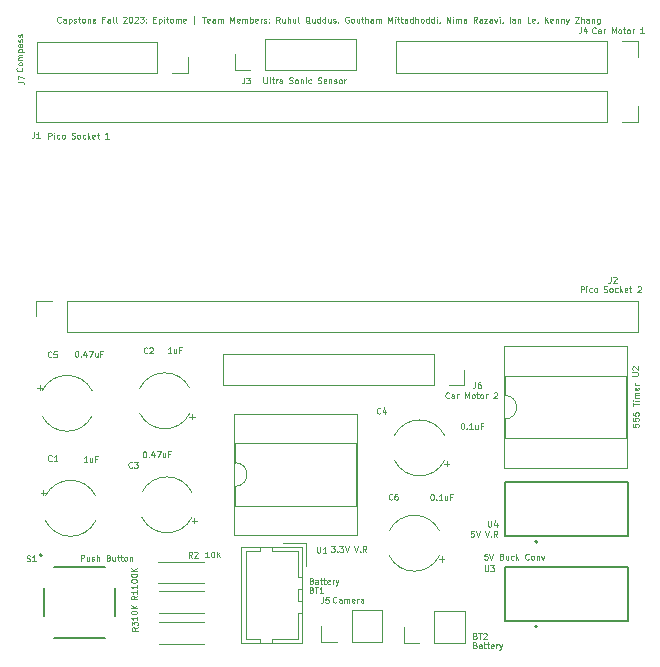
<source format=gbr>
%TF.GenerationSoftware,KiCad,Pcbnew,7.0.7*%
%TF.CreationDate,2023-11-13T10:05:51-05:00*%
%TF.ProjectId,Capstone-board-car,43617073-746f-46e6-952d-626f6172642d,rev?*%
%TF.SameCoordinates,Original*%
%TF.FileFunction,Legend,Top*%
%TF.FilePolarity,Positive*%
%FSLAX46Y46*%
G04 Gerber Fmt 4.6, Leading zero omitted, Abs format (unit mm)*
G04 Created by KiCad (PCBNEW 7.0.7) date 2023-11-13 10:05:51*
%MOMM*%
%LPD*%
G01*
G04 APERTURE LIST*
%ADD10C,0.125000*%
%ADD11C,0.120000*%
%ADD12C,0.200000*%
%ADD13C,0.127000*%
G04 APERTURE END LIST*
D10*
X40113338Y-70837190D02*
X40089529Y-70861000D01*
X40089529Y-70861000D02*
X40018100Y-70884809D01*
X40018100Y-70884809D02*
X39970481Y-70884809D01*
X39970481Y-70884809D02*
X39899053Y-70861000D01*
X39899053Y-70861000D02*
X39851434Y-70813380D01*
X39851434Y-70813380D02*
X39827624Y-70765761D01*
X39827624Y-70765761D02*
X39803815Y-70670523D01*
X39803815Y-70670523D02*
X39803815Y-70599095D01*
X39803815Y-70599095D02*
X39827624Y-70503857D01*
X39827624Y-70503857D02*
X39851434Y-70456238D01*
X39851434Y-70456238D02*
X39899053Y-70408619D01*
X39899053Y-70408619D02*
X39970481Y-70384809D01*
X39970481Y-70384809D02*
X40018100Y-70384809D01*
X40018100Y-70384809D02*
X40089529Y-70408619D01*
X40089529Y-70408619D02*
X40113338Y-70432428D01*
X40541910Y-70884809D02*
X40541910Y-70622904D01*
X40541910Y-70622904D02*
X40518100Y-70575285D01*
X40518100Y-70575285D02*
X40470481Y-70551476D01*
X40470481Y-70551476D02*
X40375243Y-70551476D01*
X40375243Y-70551476D02*
X40327624Y-70575285D01*
X40541910Y-70861000D02*
X40494291Y-70884809D01*
X40494291Y-70884809D02*
X40375243Y-70884809D01*
X40375243Y-70884809D02*
X40327624Y-70861000D01*
X40327624Y-70861000D02*
X40303815Y-70813380D01*
X40303815Y-70813380D02*
X40303815Y-70765761D01*
X40303815Y-70765761D02*
X40327624Y-70718142D01*
X40327624Y-70718142D02*
X40375243Y-70694333D01*
X40375243Y-70694333D02*
X40494291Y-70694333D01*
X40494291Y-70694333D02*
X40541910Y-70670523D01*
X40780005Y-70551476D02*
X40780005Y-71051476D01*
X40780005Y-70575285D02*
X40827624Y-70551476D01*
X40827624Y-70551476D02*
X40922862Y-70551476D01*
X40922862Y-70551476D02*
X40970481Y-70575285D01*
X40970481Y-70575285D02*
X40994291Y-70599095D01*
X40994291Y-70599095D02*
X41018100Y-70646714D01*
X41018100Y-70646714D02*
X41018100Y-70789571D01*
X41018100Y-70789571D02*
X40994291Y-70837190D01*
X40994291Y-70837190D02*
X40970481Y-70861000D01*
X40970481Y-70861000D02*
X40922862Y-70884809D01*
X40922862Y-70884809D02*
X40827624Y-70884809D01*
X40827624Y-70884809D02*
X40780005Y-70861000D01*
X41208577Y-70861000D02*
X41256196Y-70884809D01*
X41256196Y-70884809D02*
X41351434Y-70884809D01*
X41351434Y-70884809D02*
X41399053Y-70861000D01*
X41399053Y-70861000D02*
X41422862Y-70813380D01*
X41422862Y-70813380D02*
X41422862Y-70789571D01*
X41422862Y-70789571D02*
X41399053Y-70741952D01*
X41399053Y-70741952D02*
X41351434Y-70718142D01*
X41351434Y-70718142D02*
X41280005Y-70718142D01*
X41280005Y-70718142D02*
X41232386Y-70694333D01*
X41232386Y-70694333D02*
X41208577Y-70646714D01*
X41208577Y-70646714D02*
X41208577Y-70622904D01*
X41208577Y-70622904D02*
X41232386Y-70575285D01*
X41232386Y-70575285D02*
X41280005Y-70551476D01*
X41280005Y-70551476D02*
X41351434Y-70551476D01*
X41351434Y-70551476D02*
X41399053Y-70575285D01*
X41565720Y-70551476D02*
X41756196Y-70551476D01*
X41637148Y-70384809D02*
X41637148Y-70813380D01*
X41637148Y-70813380D02*
X41660958Y-70861000D01*
X41660958Y-70861000D02*
X41708577Y-70884809D01*
X41708577Y-70884809D02*
X41756196Y-70884809D01*
X41994291Y-70884809D02*
X41946672Y-70861000D01*
X41946672Y-70861000D02*
X41922862Y-70837190D01*
X41922862Y-70837190D02*
X41899053Y-70789571D01*
X41899053Y-70789571D02*
X41899053Y-70646714D01*
X41899053Y-70646714D02*
X41922862Y-70599095D01*
X41922862Y-70599095D02*
X41946672Y-70575285D01*
X41946672Y-70575285D02*
X41994291Y-70551476D01*
X41994291Y-70551476D02*
X42065719Y-70551476D01*
X42065719Y-70551476D02*
X42113338Y-70575285D01*
X42113338Y-70575285D02*
X42137148Y-70599095D01*
X42137148Y-70599095D02*
X42160957Y-70646714D01*
X42160957Y-70646714D02*
X42160957Y-70789571D01*
X42160957Y-70789571D02*
X42137148Y-70837190D01*
X42137148Y-70837190D02*
X42113338Y-70861000D01*
X42113338Y-70861000D02*
X42065719Y-70884809D01*
X42065719Y-70884809D02*
X41994291Y-70884809D01*
X42375243Y-70551476D02*
X42375243Y-70884809D01*
X42375243Y-70599095D02*
X42399053Y-70575285D01*
X42399053Y-70575285D02*
X42446672Y-70551476D01*
X42446672Y-70551476D02*
X42518100Y-70551476D01*
X42518100Y-70551476D02*
X42565719Y-70575285D01*
X42565719Y-70575285D02*
X42589529Y-70622904D01*
X42589529Y-70622904D02*
X42589529Y-70884809D01*
X43018100Y-70861000D02*
X42970481Y-70884809D01*
X42970481Y-70884809D02*
X42875243Y-70884809D01*
X42875243Y-70884809D02*
X42827624Y-70861000D01*
X42827624Y-70861000D02*
X42803815Y-70813380D01*
X42803815Y-70813380D02*
X42803815Y-70622904D01*
X42803815Y-70622904D02*
X42827624Y-70575285D01*
X42827624Y-70575285D02*
X42875243Y-70551476D01*
X42875243Y-70551476D02*
X42970481Y-70551476D01*
X42970481Y-70551476D02*
X43018100Y-70575285D01*
X43018100Y-70575285D02*
X43041910Y-70622904D01*
X43041910Y-70622904D02*
X43041910Y-70670523D01*
X43041910Y-70670523D02*
X42803815Y-70718142D01*
X43803814Y-70622904D02*
X43637147Y-70622904D01*
X43637147Y-70884809D02*
X43637147Y-70384809D01*
X43637147Y-70384809D02*
X43875242Y-70384809D01*
X44280004Y-70884809D02*
X44280004Y-70622904D01*
X44280004Y-70622904D02*
X44256194Y-70575285D01*
X44256194Y-70575285D02*
X44208575Y-70551476D01*
X44208575Y-70551476D02*
X44113337Y-70551476D01*
X44113337Y-70551476D02*
X44065718Y-70575285D01*
X44280004Y-70861000D02*
X44232385Y-70884809D01*
X44232385Y-70884809D02*
X44113337Y-70884809D01*
X44113337Y-70884809D02*
X44065718Y-70861000D01*
X44065718Y-70861000D02*
X44041909Y-70813380D01*
X44041909Y-70813380D02*
X44041909Y-70765761D01*
X44041909Y-70765761D02*
X44065718Y-70718142D01*
X44065718Y-70718142D02*
X44113337Y-70694333D01*
X44113337Y-70694333D02*
X44232385Y-70694333D01*
X44232385Y-70694333D02*
X44280004Y-70670523D01*
X44589528Y-70884809D02*
X44541909Y-70861000D01*
X44541909Y-70861000D02*
X44518099Y-70813380D01*
X44518099Y-70813380D02*
X44518099Y-70384809D01*
X44851433Y-70884809D02*
X44803814Y-70861000D01*
X44803814Y-70861000D02*
X44780004Y-70813380D01*
X44780004Y-70813380D02*
X44780004Y-70384809D01*
X45399052Y-70432428D02*
X45422861Y-70408619D01*
X45422861Y-70408619D02*
X45470480Y-70384809D01*
X45470480Y-70384809D02*
X45589528Y-70384809D01*
X45589528Y-70384809D02*
X45637147Y-70408619D01*
X45637147Y-70408619D02*
X45660956Y-70432428D01*
X45660956Y-70432428D02*
X45684766Y-70480047D01*
X45684766Y-70480047D02*
X45684766Y-70527666D01*
X45684766Y-70527666D02*
X45660956Y-70599095D01*
X45660956Y-70599095D02*
X45375242Y-70884809D01*
X45375242Y-70884809D02*
X45684766Y-70884809D01*
X45994289Y-70384809D02*
X46041908Y-70384809D01*
X46041908Y-70384809D02*
X46089527Y-70408619D01*
X46089527Y-70408619D02*
X46113337Y-70432428D01*
X46113337Y-70432428D02*
X46137146Y-70480047D01*
X46137146Y-70480047D02*
X46160956Y-70575285D01*
X46160956Y-70575285D02*
X46160956Y-70694333D01*
X46160956Y-70694333D02*
X46137146Y-70789571D01*
X46137146Y-70789571D02*
X46113337Y-70837190D01*
X46113337Y-70837190D02*
X46089527Y-70861000D01*
X46089527Y-70861000D02*
X46041908Y-70884809D01*
X46041908Y-70884809D02*
X45994289Y-70884809D01*
X45994289Y-70884809D02*
X45946670Y-70861000D01*
X45946670Y-70861000D02*
X45922861Y-70837190D01*
X45922861Y-70837190D02*
X45899051Y-70789571D01*
X45899051Y-70789571D02*
X45875242Y-70694333D01*
X45875242Y-70694333D02*
X45875242Y-70575285D01*
X45875242Y-70575285D02*
X45899051Y-70480047D01*
X45899051Y-70480047D02*
X45922861Y-70432428D01*
X45922861Y-70432428D02*
X45946670Y-70408619D01*
X45946670Y-70408619D02*
X45994289Y-70384809D01*
X46351432Y-70432428D02*
X46375241Y-70408619D01*
X46375241Y-70408619D02*
X46422860Y-70384809D01*
X46422860Y-70384809D02*
X46541908Y-70384809D01*
X46541908Y-70384809D02*
X46589527Y-70408619D01*
X46589527Y-70408619D02*
X46613336Y-70432428D01*
X46613336Y-70432428D02*
X46637146Y-70480047D01*
X46637146Y-70480047D02*
X46637146Y-70527666D01*
X46637146Y-70527666D02*
X46613336Y-70599095D01*
X46613336Y-70599095D02*
X46327622Y-70884809D01*
X46327622Y-70884809D02*
X46637146Y-70884809D01*
X46803812Y-70384809D02*
X47113336Y-70384809D01*
X47113336Y-70384809D02*
X46946669Y-70575285D01*
X46946669Y-70575285D02*
X47018098Y-70575285D01*
X47018098Y-70575285D02*
X47065717Y-70599095D01*
X47065717Y-70599095D02*
X47089526Y-70622904D01*
X47089526Y-70622904D02*
X47113336Y-70670523D01*
X47113336Y-70670523D02*
X47113336Y-70789571D01*
X47113336Y-70789571D02*
X47089526Y-70837190D01*
X47089526Y-70837190D02*
X47065717Y-70861000D01*
X47065717Y-70861000D02*
X47018098Y-70884809D01*
X47018098Y-70884809D02*
X46875241Y-70884809D01*
X46875241Y-70884809D02*
X46827622Y-70861000D01*
X46827622Y-70861000D02*
X46803812Y-70837190D01*
X47327621Y-70837190D02*
X47351431Y-70861000D01*
X47351431Y-70861000D02*
X47327621Y-70884809D01*
X47327621Y-70884809D02*
X47303812Y-70861000D01*
X47303812Y-70861000D02*
X47327621Y-70837190D01*
X47327621Y-70837190D02*
X47327621Y-70884809D01*
X47327621Y-70575285D02*
X47351431Y-70599095D01*
X47351431Y-70599095D02*
X47327621Y-70622904D01*
X47327621Y-70622904D02*
X47303812Y-70599095D01*
X47303812Y-70599095D02*
X47327621Y-70575285D01*
X47327621Y-70575285D02*
X47327621Y-70622904D01*
X47946668Y-70622904D02*
X48113335Y-70622904D01*
X48184763Y-70884809D02*
X47946668Y-70884809D01*
X47946668Y-70884809D02*
X47946668Y-70384809D01*
X47946668Y-70384809D02*
X48184763Y-70384809D01*
X48399049Y-70551476D02*
X48399049Y-71051476D01*
X48399049Y-70575285D02*
X48446668Y-70551476D01*
X48446668Y-70551476D02*
X48541906Y-70551476D01*
X48541906Y-70551476D02*
X48589525Y-70575285D01*
X48589525Y-70575285D02*
X48613335Y-70599095D01*
X48613335Y-70599095D02*
X48637144Y-70646714D01*
X48637144Y-70646714D02*
X48637144Y-70789571D01*
X48637144Y-70789571D02*
X48613335Y-70837190D01*
X48613335Y-70837190D02*
X48589525Y-70861000D01*
X48589525Y-70861000D02*
X48541906Y-70884809D01*
X48541906Y-70884809D02*
X48446668Y-70884809D01*
X48446668Y-70884809D02*
X48399049Y-70861000D01*
X48851430Y-70884809D02*
X48851430Y-70551476D01*
X48851430Y-70384809D02*
X48827621Y-70408619D01*
X48827621Y-70408619D02*
X48851430Y-70432428D01*
X48851430Y-70432428D02*
X48875240Y-70408619D01*
X48875240Y-70408619D02*
X48851430Y-70384809D01*
X48851430Y-70384809D02*
X48851430Y-70432428D01*
X49018097Y-70551476D02*
X49208573Y-70551476D01*
X49089525Y-70384809D02*
X49089525Y-70813380D01*
X49089525Y-70813380D02*
X49113335Y-70861000D01*
X49113335Y-70861000D02*
X49160954Y-70884809D01*
X49160954Y-70884809D02*
X49208573Y-70884809D01*
X49446668Y-70884809D02*
X49399049Y-70861000D01*
X49399049Y-70861000D02*
X49375239Y-70837190D01*
X49375239Y-70837190D02*
X49351430Y-70789571D01*
X49351430Y-70789571D02*
X49351430Y-70646714D01*
X49351430Y-70646714D02*
X49375239Y-70599095D01*
X49375239Y-70599095D02*
X49399049Y-70575285D01*
X49399049Y-70575285D02*
X49446668Y-70551476D01*
X49446668Y-70551476D02*
X49518096Y-70551476D01*
X49518096Y-70551476D02*
X49565715Y-70575285D01*
X49565715Y-70575285D02*
X49589525Y-70599095D01*
X49589525Y-70599095D02*
X49613334Y-70646714D01*
X49613334Y-70646714D02*
X49613334Y-70789571D01*
X49613334Y-70789571D02*
X49589525Y-70837190D01*
X49589525Y-70837190D02*
X49565715Y-70861000D01*
X49565715Y-70861000D02*
X49518096Y-70884809D01*
X49518096Y-70884809D02*
X49446668Y-70884809D01*
X49827620Y-70884809D02*
X49827620Y-70551476D01*
X49827620Y-70599095D02*
X49851430Y-70575285D01*
X49851430Y-70575285D02*
X49899049Y-70551476D01*
X49899049Y-70551476D02*
X49970477Y-70551476D01*
X49970477Y-70551476D02*
X50018096Y-70575285D01*
X50018096Y-70575285D02*
X50041906Y-70622904D01*
X50041906Y-70622904D02*
X50041906Y-70884809D01*
X50041906Y-70622904D02*
X50065715Y-70575285D01*
X50065715Y-70575285D02*
X50113334Y-70551476D01*
X50113334Y-70551476D02*
X50184763Y-70551476D01*
X50184763Y-70551476D02*
X50232382Y-70575285D01*
X50232382Y-70575285D02*
X50256192Y-70622904D01*
X50256192Y-70622904D02*
X50256192Y-70884809D01*
X50684763Y-70861000D02*
X50637144Y-70884809D01*
X50637144Y-70884809D02*
X50541906Y-70884809D01*
X50541906Y-70884809D02*
X50494287Y-70861000D01*
X50494287Y-70861000D02*
X50470478Y-70813380D01*
X50470478Y-70813380D02*
X50470478Y-70622904D01*
X50470478Y-70622904D02*
X50494287Y-70575285D01*
X50494287Y-70575285D02*
X50541906Y-70551476D01*
X50541906Y-70551476D02*
X50637144Y-70551476D01*
X50637144Y-70551476D02*
X50684763Y-70575285D01*
X50684763Y-70575285D02*
X50708573Y-70622904D01*
X50708573Y-70622904D02*
X50708573Y-70670523D01*
X50708573Y-70670523D02*
X50470478Y-70718142D01*
X51422858Y-71051476D02*
X51422858Y-70337190D01*
X52089524Y-70384809D02*
X52375238Y-70384809D01*
X52232381Y-70884809D02*
X52232381Y-70384809D01*
X52732380Y-70861000D02*
X52684761Y-70884809D01*
X52684761Y-70884809D02*
X52589523Y-70884809D01*
X52589523Y-70884809D02*
X52541904Y-70861000D01*
X52541904Y-70861000D02*
X52518095Y-70813380D01*
X52518095Y-70813380D02*
X52518095Y-70622904D01*
X52518095Y-70622904D02*
X52541904Y-70575285D01*
X52541904Y-70575285D02*
X52589523Y-70551476D01*
X52589523Y-70551476D02*
X52684761Y-70551476D01*
X52684761Y-70551476D02*
X52732380Y-70575285D01*
X52732380Y-70575285D02*
X52756190Y-70622904D01*
X52756190Y-70622904D02*
X52756190Y-70670523D01*
X52756190Y-70670523D02*
X52518095Y-70718142D01*
X53184761Y-70884809D02*
X53184761Y-70622904D01*
X53184761Y-70622904D02*
X53160951Y-70575285D01*
X53160951Y-70575285D02*
X53113332Y-70551476D01*
X53113332Y-70551476D02*
X53018094Y-70551476D01*
X53018094Y-70551476D02*
X52970475Y-70575285D01*
X53184761Y-70861000D02*
X53137142Y-70884809D01*
X53137142Y-70884809D02*
X53018094Y-70884809D01*
X53018094Y-70884809D02*
X52970475Y-70861000D01*
X52970475Y-70861000D02*
X52946666Y-70813380D01*
X52946666Y-70813380D02*
X52946666Y-70765761D01*
X52946666Y-70765761D02*
X52970475Y-70718142D01*
X52970475Y-70718142D02*
X53018094Y-70694333D01*
X53018094Y-70694333D02*
X53137142Y-70694333D01*
X53137142Y-70694333D02*
X53184761Y-70670523D01*
X53422856Y-70884809D02*
X53422856Y-70551476D01*
X53422856Y-70599095D02*
X53446666Y-70575285D01*
X53446666Y-70575285D02*
X53494285Y-70551476D01*
X53494285Y-70551476D02*
X53565713Y-70551476D01*
X53565713Y-70551476D02*
X53613332Y-70575285D01*
X53613332Y-70575285D02*
X53637142Y-70622904D01*
X53637142Y-70622904D02*
X53637142Y-70884809D01*
X53637142Y-70622904D02*
X53660951Y-70575285D01*
X53660951Y-70575285D02*
X53708570Y-70551476D01*
X53708570Y-70551476D02*
X53779999Y-70551476D01*
X53779999Y-70551476D02*
X53827618Y-70575285D01*
X53827618Y-70575285D02*
X53851428Y-70622904D01*
X53851428Y-70622904D02*
X53851428Y-70884809D01*
X54470475Y-70884809D02*
X54470475Y-70384809D01*
X54470475Y-70384809D02*
X54637142Y-70741952D01*
X54637142Y-70741952D02*
X54803808Y-70384809D01*
X54803808Y-70384809D02*
X54803808Y-70884809D01*
X55232380Y-70861000D02*
X55184761Y-70884809D01*
X55184761Y-70884809D02*
X55089523Y-70884809D01*
X55089523Y-70884809D02*
X55041904Y-70861000D01*
X55041904Y-70861000D02*
X55018095Y-70813380D01*
X55018095Y-70813380D02*
X55018095Y-70622904D01*
X55018095Y-70622904D02*
X55041904Y-70575285D01*
X55041904Y-70575285D02*
X55089523Y-70551476D01*
X55089523Y-70551476D02*
X55184761Y-70551476D01*
X55184761Y-70551476D02*
X55232380Y-70575285D01*
X55232380Y-70575285D02*
X55256190Y-70622904D01*
X55256190Y-70622904D02*
X55256190Y-70670523D01*
X55256190Y-70670523D02*
X55018095Y-70718142D01*
X55470475Y-70884809D02*
X55470475Y-70551476D01*
X55470475Y-70599095D02*
X55494285Y-70575285D01*
X55494285Y-70575285D02*
X55541904Y-70551476D01*
X55541904Y-70551476D02*
X55613332Y-70551476D01*
X55613332Y-70551476D02*
X55660951Y-70575285D01*
X55660951Y-70575285D02*
X55684761Y-70622904D01*
X55684761Y-70622904D02*
X55684761Y-70884809D01*
X55684761Y-70622904D02*
X55708570Y-70575285D01*
X55708570Y-70575285D02*
X55756189Y-70551476D01*
X55756189Y-70551476D02*
X55827618Y-70551476D01*
X55827618Y-70551476D02*
X55875237Y-70575285D01*
X55875237Y-70575285D02*
X55899047Y-70622904D01*
X55899047Y-70622904D02*
X55899047Y-70884809D01*
X56137142Y-70884809D02*
X56137142Y-70384809D01*
X56137142Y-70575285D02*
X56184761Y-70551476D01*
X56184761Y-70551476D02*
X56279999Y-70551476D01*
X56279999Y-70551476D02*
X56327618Y-70575285D01*
X56327618Y-70575285D02*
X56351428Y-70599095D01*
X56351428Y-70599095D02*
X56375237Y-70646714D01*
X56375237Y-70646714D02*
X56375237Y-70789571D01*
X56375237Y-70789571D02*
X56351428Y-70837190D01*
X56351428Y-70837190D02*
X56327618Y-70861000D01*
X56327618Y-70861000D02*
X56279999Y-70884809D01*
X56279999Y-70884809D02*
X56184761Y-70884809D01*
X56184761Y-70884809D02*
X56137142Y-70861000D01*
X56779999Y-70861000D02*
X56732380Y-70884809D01*
X56732380Y-70884809D02*
X56637142Y-70884809D01*
X56637142Y-70884809D02*
X56589523Y-70861000D01*
X56589523Y-70861000D02*
X56565714Y-70813380D01*
X56565714Y-70813380D02*
X56565714Y-70622904D01*
X56565714Y-70622904D02*
X56589523Y-70575285D01*
X56589523Y-70575285D02*
X56637142Y-70551476D01*
X56637142Y-70551476D02*
X56732380Y-70551476D01*
X56732380Y-70551476D02*
X56779999Y-70575285D01*
X56779999Y-70575285D02*
X56803809Y-70622904D01*
X56803809Y-70622904D02*
X56803809Y-70670523D01*
X56803809Y-70670523D02*
X56565714Y-70718142D01*
X57018094Y-70884809D02*
X57018094Y-70551476D01*
X57018094Y-70646714D02*
X57041904Y-70599095D01*
X57041904Y-70599095D02*
X57065713Y-70575285D01*
X57065713Y-70575285D02*
X57113332Y-70551476D01*
X57113332Y-70551476D02*
X57160951Y-70551476D01*
X57303809Y-70861000D02*
X57351428Y-70884809D01*
X57351428Y-70884809D02*
X57446666Y-70884809D01*
X57446666Y-70884809D02*
X57494285Y-70861000D01*
X57494285Y-70861000D02*
X57518094Y-70813380D01*
X57518094Y-70813380D02*
X57518094Y-70789571D01*
X57518094Y-70789571D02*
X57494285Y-70741952D01*
X57494285Y-70741952D02*
X57446666Y-70718142D01*
X57446666Y-70718142D02*
X57375237Y-70718142D01*
X57375237Y-70718142D02*
X57327618Y-70694333D01*
X57327618Y-70694333D02*
X57303809Y-70646714D01*
X57303809Y-70646714D02*
X57303809Y-70622904D01*
X57303809Y-70622904D02*
X57327618Y-70575285D01*
X57327618Y-70575285D02*
X57375237Y-70551476D01*
X57375237Y-70551476D02*
X57446666Y-70551476D01*
X57446666Y-70551476D02*
X57494285Y-70575285D01*
X57732380Y-70837190D02*
X57756190Y-70861000D01*
X57756190Y-70861000D02*
X57732380Y-70884809D01*
X57732380Y-70884809D02*
X57708571Y-70861000D01*
X57708571Y-70861000D02*
X57732380Y-70837190D01*
X57732380Y-70837190D02*
X57732380Y-70884809D01*
X57732380Y-70575285D02*
X57756190Y-70599095D01*
X57756190Y-70599095D02*
X57732380Y-70622904D01*
X57732380Y-70622904D02*
X57708571Y-70599095D01*
X57708571Y-70599095D02*
X57732380Y-70575285D01*
X57732380Y-70575285D02*
X57732380Y-70622904D01*
X58637141Y-70884809D02*
X58470475Y-70646714D01*
X58351427Y-70884809D02*
X58351427Y-70384809D01*
X58351427Y-70384809D02*
X58541903Y-70384809D01*
X58541903Y-70384809D02*
X58589522Y-70408619D01*
X58589522Y-70408619D02*
X58613332Y-70432428D01*
X58613332Y-70432428D02*
X58637141Y-70480047D01*
X58637141Y-70480047D02*
X58637141Y-70551476D01*
X58637141Y-70551476D02*
X58613332Y-70599095D01*
X58613332Y-70599095D02*
X58589522Y-70622904D01*
X58589522Y-70622904D02*
X58541903Y-70646714D01*
X58541903Y-70646714D02*
X58351427Y-70646714D01*
X59065713Y-70551476D02*
X59065713Y-70884809D01*
X58851427Y-70551476D02*
X58851427Y-70813380D01*
X58851427Y-70813380D02*
X58875237Y-70861000D01*
X58875237Y-70861000D02*
X58922856Y-70884809D01*
X58922856Y-70884809D02*
X58994284Y-70884809D01*
X58994284Y-70884809D02*
X59041903Y-70861000D01*
X59041903Y-70861000D02*
X59065713Y-70837190D01*
X59303808Y-70884809D02*
X59303808Y-70384809D01*
X59518094Y-70884809D02*
X59518094Y-70622904D01*
X59518094Y-70622904D02*
X59494284Y-70575285D01*
X59494284Y-70575285D02*
X59446665Y-70551476D01*
X59446665Y-70551476D02*
X59375237Y-70551476D01*
X59375237Y-70551476D02*
X59327618Y-70575285D01*
X59327618Y-70575285D02*
X59303808Y-70599095D01*
X59970475Y-70551476D02*
X59970475Y-70884809D01*
X59756189Y-70551476D02*
X59756189Y-70813380D01*
X59756189Y-70813380D02*
X59779999Y-70861000D01*
X59779999Y-70861000D02*
X59827618Y-70884809D01*
X59827618Y-70884809D02*
X59899046Y-70884809D01*
X59899046Y-70884809D02*
X59946665Y-70861000D01*
X59946665Y-70861000D02*
X59970475Y-70837190D01*
X60279999Y-70884809D02*
X60232380Y-70861000D01*
X60232380Y-70861000D02*
X60208570Y-70813380D01*
X60208570Y-70813380D02*
X60208570Y-70384809D01*
X61184760Y-70932428D02*
X61137141Y-70908619D01*
X61137141Y-70908619D02*
X61089522Y-70861000D01*
X61089522Y-70861000D02*
X61018094Y-70789571D01*
X61018094Y-70789571D02*
X60970475Y-70765761D01*
X60970475Y-70765761D02*
X60922856Y-70765761D01*
X60946665Y-70884809D02*
X60899046Y-70861000D01*
X60899046Y-70861000D02*
X60851427Y-70813380D01*
X60851427Y-70813380D02*
X60827618Y-70718142D01*
X60827618Y-70718142D02*
X60827618Y-70551476D01*
X60827618Y-70551476D02*
X60851427Y-70456238D01*
X60851427Y-70456238D02*
X60899046Y-70408619D01*
X60899046Y-70408619D02*
X60946665Y-70384809D01*
X60946665Y-70384809D02*
X61041903Y-70384809D01*
X61041903Y-70384809D02*
X61089522Y-70408619D01*
X61089522Y-70408619D02*
X61137141Y-70456238D01*
X61137141Y-70456238D02*
X61160951Y-70551476D01*
X61160951Y-70551476D02*
X61160951Y-70718142D01*
X61160951Y-70718142D02*
X61137141Y-70813380D01*
X61137141Y-70813380D02*
X61089522Y-70861000D01*
X61089522Y-70861000D02*
X61041903Y-70884809D01*
X61041903Y-70884809D02*
X60946665Y-70884809D01*
X61589523Y-70551476D02*
X61589523Y-70884809D01*
X61375237Y-70551476D02*
X61375237Y-70813380D01*
X61375237Y-70813380D02*
X61399047Y-70861000D01*
X61399047Y-70861000D02*
X61446666Y-70884809D01*
X61446666Y-70884809D02*
X61518094Y-70884809D01*
X61518094Y-70884809D02*
X61565713Y-70861000D01*
X61565713Y-70861000D02*
X61589523Y-70837190D01*
X62041904Y-70884809D02*
X62041904Y-70384809D01*
X62041904Y-70861000D02*
X61994285Y-70884809D01*
X61994285Y-70884809D02*
X61899047Y-70884809D01*
X61899047Y-70884809D02*
X61851428Y-70861000D01*
X61851428Y-70861000D02*
X61827618Y-70837190D01*
X61827618Y-70837190D02*
X61803809Y-70789571D01*
X61803809Y-70789571D02*
X61803809Y-70646714D01*
X61803809Y-70646714D02*
X61827618Y-70599095D01*
X61827618Y-70599095D02*
X61851428Y-70575285D01*
X61851428Y-70575285D02*
X61899047Y-70551476D01*
X61899047Y-70551476D02*
X61994285Y-70551476D01*
X61994285Y-70551476D02*
X62041904Y-70575285D01*
X62494285Y-70884809D02*
X62494285Y-70384809D01*
X62494285Y-70861000D02*
X62446666Y-70884809D01*
X62446666Y-70884809D02*
X62351428Y-70884809D01*
X62351428Y-70884809D02*
X62303809Y-70861000D01*
X62303809Y-70861000D02*
X62279999Y-70837190D01*
X62279999Y-70837190D02*
X62256190Y-70789571D01*
X62256190Y-70789571D02*
X62256190Y-70646714D01*
X62256190Y-70646714D02*
X62279999Y-70599095D01*
X62279999Y-70599095D02*
X62303809Y-70575285D01*
X62303809Y-70575285D02*
X62351428Y-70551476D01*
X62351428Y-70551476D02*
X62446666Y-70551476D01*
X62446666Y-70551476D02*
X62494285Y-70575285D01*
X62946666Y-70551476D02*
X62946666Y-70884809D01*
X62732380Y-70551476D02*
X62732380Y-70813380D01*
X62732380Y-70813380D02*
X62756190Y-70861000D01*
X62756190Y-70861000D02*
X62803809Y-70884809D01*
X62803809Y-70884809D02*
X62875237Y-70884809D01*
X62875237Y-70884809D02*
X62922856Y-70861000D01*
X62922856Y-70861000D02*
X62946666Y-70837190D01*
X63160952Y-70861000D02*
X63208571Y-70884809D01*
X63208571Y-70884809D02*
X63303809Y-70884809D01*
X63303809Y-70884809D02*
X63351428Y-70861000D01*
X63351428Y-70861000D02*
X63375237Y-70813380D01*
X63375237Y-70813380D02*
X63375237Y-70789571D01*
X63375237Y-70789571D02*
X63351428Y-70741952D01*
X63351428Y-70741952D02*
X63303809Y-70718142D01*
X63303809Y-70718142D02*
X63232380Y-70718142D01*
X63232380Y-70718142D02*
X63184761Y-70694333D01*
X63184761Y-70694333D02*
X63160952Y-70646714D01*
X63160952Y-70646714D02*
X63160952Y-70622904D01*
X63160952Y-70622904D02*
X63184761Y-70575285D01*
X63184761Y-70575285D02*
X63232380Y-70551476D01*
X63232380Y-70551476D02*
X63303809Y-70551476D01*
X63303809Y-70551476D02*
X63351428Y-70575285D01*
X63613333Y-70861000D02*
X63613333Y-70884809D01*
X63613333Y-70884809D02*
X63589523Y-70932428D01*
X63589523Y-70932428D02*
X63565714Y-70956238D01*
X64470475Y-70408619D02*
X64422856Y-70384809D01*
X64422856Y-70384809D02*
X64351427Y-70384809D01*
X64351427Y-70384809D02*
X64279999Y-70408619D01*
X64279999Y-70408619D02*
X64232380Y-70456238D01*
X64232380Y-70456238D02*
X64208570Y-70503857D01*
X64208570Y-70503857D02*
X64184761Y-70599095D01*
X64184761Y-70599095D02*
X64184761Y-70670523D01*
X64184761Y-70670523D02*
X64208570Y-70765761D01*
X64208570Y-70765761D02*
X64232380Y-70813380D01*
X64232380Y-70813380D02*
X64279999Y-70861000D01*
X64279999Y-70861000D02*
X64351427Y-70884809D01*
X64351427Y-70884809D02*
X64399046Y-70884809D01*
X64399046Y-70884809D02*
X64470475Y-70861000D01*
X64470475Y-70861000D02*
X64494284Y-70837190D01*
X64494284Y-70837190D02*
X64494284Y-70670523D01*
X64494284Y-70670523D02*
X64399046Y-70670523D01*
X64779999Y-70884809D02*
X64732380Y-70861000D01*
X64732380Y-70861000D02*
X64708570Y-70837190D01*
X64708570Y-70837190D02*
X64684761Y-70789571D01*
X64684761Y-70789571D02*
X64684761Y-70646714D01*
X64684761Y-70646714D02*
X64708570Y-70599095D01*
X64708570Y-70599095D02*
X64732380Y-70575285D01*
X64732380Y-70575285D02*
X64779999Y-70551476D01*
X64779999Y-70551476D02*
X64851427Y-70551476D01*
X64851427Y-70551476D02*
X64899046Y-70575285D01*
X64899046Y-70575285D02*
X64922856Y-70599095D01*
X64922856Y-70599095D02*
X64946665Y-70646714D01*
X64946665Y-70646714D02*
X64946665Y-70789571D01*
X64946665Y-70789571D02*
X64922856Y-70837190D01*
X64922856Y-70837190D02*
X64899046Y-70861000D01*
X64899046Y-70861000D02*
X64851427Y-70884809D01*
X64851427Y-70884809D02*
X64779999Y-70884809D01*
X65375237Y-70551476D02*
X65375237Y-70884809D01*
X65160951Y-70551476D02*
X65160951Y-70813380D01*
X65160951Y-70813380D02*
X65184761Y-70861000D01*
X65184761Y-70861000D02*
X65232380Y-70884809D01*
X65232380Y-70884809D02*
X65303808Y-70884809D01*
X65303808Y-70884809D02*
X65351427Y-70861000D01*
X65351427Y-70861000D02*
X65375237Y-70837190D01*
X65541904Y-70551476D02*
X65732380Y-70551476D01*
X65613332Y-70384809D02*
X65613332Y-70813380D01*
X65613332Y-70813380D02*
X65637142Y-70861000D01*
X65637142Y-70861000D02*
X65684761Y-70884809D01*
X65684761Y-70884809D02*
X65732380Y-70884809D01*
X65899046Y-70884809D02*
X65899046Y-70384809D01*
X66113332Y-70884809D02*
X66113332Y-70622904D01*
X66113332Y-70622904D02*
X66089522Y-70575285D01*
X66089522Y-70575285D02*
X66041903Y-70551476D01*
X66041903Y-70551476D02*
X65970475Y-70551476D01*
X65970475Y-70551476D02*
X65922856Y-70575285D01*
X65922856Y-70575285D02*
X65899046Y-70599095D01*
X66565713Y-70884809D02*
X66565713Y-70622904D01*
X66565713Y-70622904D02*
X66541903Y-70575285D01*
X66541903Y-70575285D02*
X66494284Y-70551476D01*
X66494284Y-70551476D02*
X66399046Y-70551476D01*
X66399046Y-70551476D02*
X66351427Y-70575285D01*
X66565713Y-70861000D02*
X66518094Y-70884809D01*
X66518094Y-70884809D02*
X66399046Y-70884809D01*
X66399046Y-70884809D02*
X66351427Y-70861000D01*
X66351427Y-70861000D02*
X66327618Y-70813380D01*
X66327618Y-70813380D02*
X66327618Y-70765761D01*
X66327618Y-70765761D02*
X66351427Y-70718142D01*
X66351427Y-70718142D02*
X66399046Y-70694333D01*
X66399046Y-70694333D02*
X66518094Y-70694333D01*
X66518094Y-70694333D02*
X66565713Y-70670523D01*
X66803808Y-70884809D02*
X66803808Y-70551476D01*
X66803808Y-70599095D02*
X66827618Y-70575285D01*
X66827618Y-70575285D02*
X66875237Y-70551476D01*
X66875237Y-70551476D02*
X66946665Y-70551476D01*
X66946665Y-70551476D02*
X66994284Y-70575285D01*
X66994284Y-70575285D02*
X67018094Y-70622904D01*
X67018094Y-70622904D02*
X67018094Y-70884809D01*
X67018094Y-70622904D02*
X67041903Y-70575285D01*
X67041903Y-70575285D02*
X67089522Y-70551476D01*
X67089522Y-70551476D02*
X67160951Y-70551476D01*
X67160951Y-70551476D02*
X67208570Y-70575285D01*
X67208570Y-70575285D02*
X67232380Y-70622904D01*
X67232380Y-70622904D02*
X67232380Y-70884809D01*
X67851427Y-70884809D02*
X67851427Y-70384809D01*
X67851427Y-70384809D02*
X68018094Y-70741952D01*
X68018094Y-70741952D02*
X68184760Y-70384809D01*
X68184760Y-70384809D02*
X68184760Y-70884809D01*
X68422856Y-70884809D02*
X68422856Y-70551476D01*
X68422856Y-70384809D02*
X68399047Y-70408619D01*
X68399047Y-70408619D02*
X68422856Y-70432428D01*
X68422856Y-70432428D02*
X68446666Y-70408619D01*
X68446666Y-70408619D02*
X68422856Y-70384809D01*
X68422856Y-70384809D02*
X68422856Y-70432428D01*
X68589523Y-70551476D02*
X68779999Y-70551476D01*
X68660951Y-70384809D02*
X68660951Y-70813380D01*
X68660951Y-70813380D02*
X68684761Y-70861000D01*
X68684761Y-70861000D02*
X68732380Y-70884809D01*
X68732380Y-70884809D02*
X68779999Y-70884809D01*
X68875237Y-70551476D02*
X69065713Y-70551476D01*
X68946665Y-70384809D02*
X68946665Y-70813380D01*
X68946665Y-70813380D02*
X68970475Y-70861000D01*
X68970475Y-70861000D02*
X69018094Y-70884809D01*
X69018094Y-70884809D02*
X69065713Y-70884809D01*
X69446665Y-70884809D02*
X69446665Y-70622904D01*
X69446665Y-70622904D02*
X69422855Y-70575285D01*
X69422855Y-70575285D02*
X69375236Y-70551476D01*
X69375236Y-70551476D02*
X69279998Y-70551476D01*
X69279998Y-70551476D02*
X69232379Y-70575285D01*
X69446665Y-70861000D02*
X69399046Y-70884809D01*
X69399046Y-70884809D02*
X69279998Y-70884809D01*
X69279998Y-70884809D02*
X69232379Y-70861000D01*
X69232379Y-70861000D02*
X69208570Y-70813380D01*
X69208570Y-70813380D02*
X69208570Y-70765761D01*
X69208570Y-70765761D02*
X69232379Y-70718142D01*
X69232379Y-70718142D02*
X69279998Y-70694333D01*
X69279998Y-70694333D02*
X69399046Y-70694333D01*
X69399046Y-70694333D02*
X69446665Y-70670523D01*
X69899046Y-70884809D02*
X69899046Y-70384809D01*
X69899046Y-70861000D02*
X69851427Y-70884809D01*
X69851427Y-70884809D02*
X69756189Y-70884809D01*
X69756189Y-70884809D02*
X69708570Y-70861000D01*
X69708570Y-70861000D02*
X69684760Y-70837190D01*
X69684760Y-70837190D02*
X69660951Y-70789571D01*
X69660951Y-70789571D02*
X69660951Y-70646714D01*
X69660951Y-70646714D02*
X69684760Y-70599095D01*
X69684760Y-70599095D02*
X69708570Y-70575285D01*
X69708570Y-70575285D02*
X69756189Y-70551476D01*
X69756189Y-70551476D02*
X69851427Y-70551476D01*
X69851427Y-70551476D02*
X69899046Y-70575285D01*
X70137141Y-70884809D02*
X70137141Y-70384809D01*
X70351427Y-70884809D02*
X70351427Y-70622904D01*
X70351427Y-70622904D02*
X70327617Y-70575285D01*
X70327617Y-70575285D02*
X70279998Y-70551476D01*
X70279998Y-70551476D02*
X70208570Y-70551476D01*
X70208570Y-70551476D02*
X70160951Y-70575285D01*
X70160951Y-70575285D02*
X70137141Y-70599095D01*
X70660951Y-70884809D02*
X70613332Y-70861000D01*
X70613332Y-70861000D02*
X70589522Y-70837190D01*
X70589522Y-70837190D02*
X70565713Y-70789571D01*
X70565713Y-70789571D02*
X70565713Y-70646714D01*
X70565713Y-70646714D02*
X70589522Y-70599095D01*
X70589522Y-70599095D02*
X70613332Y-70575285D01*
X70613332Y-70575285D02*
X70660951Y-70551476D01*
X70660951Y-70551476D02*
X70732379Y-70551476D01*
X70732379Y-70551476D02*
X70779998Y-70575285D01*
X70779998Y-70575285D02*
X70803808Y-70599095D01*
X70803808Y-70599095D02*
X70827617Y-70646714D01*
X70827617Y-70646714D02*
X70827617Y-70789571D01*
X70827617Y-70789571D02*
X70803808Y-70837190D01*
X70803808Y-70837190D02*
X70779998Y-70861000D01*
X70779998Y-70861000D02*
X70732379Y-70884809D01*
X70732379Y-70884809D02*
X70660951Y-70884809D01*
X71256189Y-70884809D02*
X71256189Y-70384809D01*
X71256189Y-70861000D02*
X71208570Y-70884809D01*
X71208570Y-70884809D02*
X71113332Y-70884809D01*
X71113332Y-70884809D02*
X71065713Y-70861000D01*
X71065713Y-70861000D02*
X71041903Y-70837190D01*
X71041903Y-70837190D02*
X71018094Y-70789571D01*
X71018094Y-70789571D02*
X71018094Y-70646714D01*
X71018094Y-70646714D02*
X71041903Y-70599095D01*
X71041903Y-70599095D02*
X71065713Y-70575285D01*
X71065713Y-70575285D02*
X71113332Y-70551476D01*
X71113332Y-70551476D02*
X71208570Y-70551476D01*
X71208570Y-70551476D02*
X71256189Y-70575285D01*
X71708570Y-70884809D02*
X71708570Y-70384809D01*
X71708570Y-70861000D02*
X71660951Y-70884809D01*
X71660951Y-70884809D02*
X71565713Y-70884809D01*
X71565713Y-70884809D02*
X71518094Y-70861000D01*
X71518094Y-70861000D02*
X71494284Y-70837190D01*
X71494284Y-70837190D02*
X71470475Y-70789571D01*
X71470475Y-70789571D02*
X71470475Y-70646714D01*
X71470475Y-70646714D02*
X71494284Y-70599095D01*
X71494284Y-70599095D02*
X71518094Y-70575285D01*
X71518094Y-70575285D02*
X71565713Y-70551476D01*
X71565713Y-70551476D02*
X71660951Y-70551476D01*
X71660951Y-70551476D02*
X71708570Y-70575285D01*
X71946665Y-70884809D02*
X71946665Y-70551476D01*
X71946665Y-70384809D02*
X71922856Y-70408619D01*
X71922856Y-70408619D02*
X71946665Y-70432428D01*
X71946665Y-70432428D02*
X71970475Y-70408619D01*
X71970475Y-70408619D02*
X71946665Y-70384809D01*
X71946665Y-70384809D02*
X71946665Y-70432428D01*
X72208570Y-70861000D02*
X72208570Y-70884809D01*
X72208570Y-70884809D02*
X72184760Y-70932428D01*
X72184760Y-70932428D02*
X72160951Y-70956238D01*
X72803807Y-70884809D02*
X72803807Y-70384809D01*
X72803807Y-70384809D02*
X73089521Y-70884809D01*
X73089521Y-70884809D02*
X73089521Y-70384809D01*
X73327617Y-70884809D02*
X73327617Y-70551476D01*
X73327617Y-70384809D02*
X73303808Y-70408619D01*
X73303808Y-70408619D02*
X73327617Y-70432428D01*
X73327617Y-70432428D02*
X73351427Y-70408619D01*
X73351427Y-70408619D02*
X73327617Y-70384809D01*
X73327617Y-70384809D02*
X73327617Y-70432428D01*
X73565712Y-70884809D02*
X73565712Y-70551476D01*
X73565712Y-70599095D02*
X73589522Y-70575285D01*
X73589522Y-70575285D02*
X73637141Y-70551476D01*
X73637141Y-70551476D02*
X73708569Y-70551476D01*
X73708569Y-70551476D02*
X73756188Y-70575285D01*
X73756188Y-70575285D02*
X73779998Y-70622904D01*
X73779998Y-70622904D02*
X73779998Y-70884809D01*
X73779998Y-70622904D02*
X73803807Y-70575285D01*
X73803807Y-70575285D02*
X73851426Y-70551476D01*
X73851426Y-70551476D02*
X73922855Y-70551476D01*
X73922855Y-70551476D02*
X73970474Y-70575285D01*
X73970474Y-70575285D02*
X73994284Y-70622904D01*
X73994284Y-70622904D02*
X73994284Y-70884809D01*
X74446665Y-70884809D02*
X74446665Y-70622904D01*
X74446665Y-70622904D02*
X74422855Y-70575285D01*
X74422855Y-70575285D02*
X74375236Y-70551476D01*
X74375236Y-70551476D02*
X74279998Y-70551476D01*
X74279998Y-70551476D02*
X74232379Y-70575285D01*
X74446665Y-70861000D02*
X74399046Y-70884809D01*
X74399046Y-70884809D02*
X74279998Y-70884809D01*
X74279998Y-70884809D02*
X74232379Y-70861000D01*
X74232379Y-70861000D02*
X74208570Y-70813380D01*
X74208570Y-70813380D02*
X74208570Y-70765761D01*
X74208570Y-70765761D02*
X74232379Y-70718142D01*
X74232379Y-70718142D02*
X74279998Y-70694333D01*
X74279998Y-70694333D02*
X74399046Y-70694333D01*
X74399046Y-70694333D02*
X74446665Y-70670523D01*
X75351426Y-70884809D02*
X75184760Y-70646714D01*
X75065712Y-70884809D02*
X75065712Y-70384809D01*
X75065712Y-70384809D02*
X75256188Y-70384809D01*
X75256188Y-70384809D02*
X75303807Y-70408619D01*
X75303807Y-70408619D02*
X75327617Y-70432428D01*
X75327617Y-70432428D02*
X75351426Y-70480047D01*
X75351426Y-70480047D02*
X75351426Y-70551476D01*
X75351426Y-70551476D02*
X75327617Y-70599095D01*
X75327617Y-70599095D02*
X75303807Y-70622904D01*
X75303807Y-70622904D02*
X75256188Y-70646714D01*
X75256188Y-70646714D02*
X75065712Y-70646714D01*
X75779998Y-70884809D02*
X75779998Y-70622904D01*
X75779998Y-70622904D02*
X75756188Y-70575285D01*
X75756188Y-70575285D02*
X75708569Y-70551476D01*
X75708569Y-70551476D02*
X75613331Y-70551476D01*
X75613331Y-70551476D02*
X75565712Y-70575285D01*
X75779998Y-70861000D02*
X75732379Y-70884809D01*
X75732379Y-70884809D02*
X75613331Y-70884809D01*
X75613331Y-70884809D02*
X75565712Y-70861000D01*
X75565712Y-70861000D02*
X75541903Y-70813380D01*
X75541903Y-70813380D02*
X75541903Y-70765761D01*
X75541903Y-70765761D02*
X75565712Y-70718142D01*
X75565712Y-70718142D02*
X75613331Y-70694333D01*
X75613331Y-70694333D02*
X75732379Y-70694333D01*
X75732379Y-70694333D02*
X75779998Y-70670523D01*
X75970474Y-70551476D02*
X76232379Y-70551476D01*
X76232379Y-70551476D02*
X75970474Y-70884809D01*
X75970474Y-70884809D02*
X76232379Y-70884809D01*
X76637141Y-70884809D02*
X76637141Y-70622904D01*
X76637141Y-70622904D02*
X76613331Y-70575285D01*
X76613331Y-70575285D02*
X76565712Y-70551476D01*
X76565712Y-70551476D02*
X76470474Y-70551476D01*
X76470474Y-70551476D02*
X76422855Y-70575285D01*
X76637141Y-70861000D02*
X76589522Y-70884809D01*
X76589522Y-70884809D02*
X76470474Y-70884809D01*
X76470474Y-70884809D02*
X76422855Y-70861000D01*
X76422855Y-70861000D02*
X76399046Y-70813380D01*
X76399046Y-70813380D02*
X76399046Y-70765761D01*
X76399046Y-70765761D02*
X76422855Y-70718142D01*
X76422855Y-70718142D02*
X76470474Y-70694333D01*
X76470474Y-70694333D02*
X76589522Y-70694333D01*
X76589522Y-70694333D02*
X76637141Y-70670523D01*
X76827617Y-70551476D02*
X76946665Y-70884809D01*
X76946665Y-70884809D02*
X77065712Y-70551476D01*
X77256188Y-70884809D02*
X77256188Y-70551476D01*
X77256188Y-70384809D02*
X77232379Y-70408619D01*
X77232379Y-70408619D02*
X77256188Y-70432428D01*
X77256188Y-70432428D02*
X77279998Y-70408619D01*
X77279998Y-70408619D02*
X77256188Y-70384809D01*
X77256188Y-70384809D02*
X77256188Y-70432428D01*
X77518093Y-70861000D02*
X77518093Y-70884809D01*
X77518093Y-70884809D02*
X77494283Y-70932428D01*
X77494283Y-70932428D02*
X77470474Y-70956238D01*
X78113330Y-70884809D02*
X78113330Y-70384809D01*
X78565711Y-70884809D02*
X78565711Y-70622904D01*
X78565711Y-70622904D02*
X78541901Y-70575285D01*
X78541901Y-70575285D02*
X78494282Y-70551476D01*
X78494282Y-70551476D02*
X78399044Y-70551476D01*
X78399044Y-70551476D02*
X78351425Y-70575285D01*
X78565711Y-70861000D02*
X78518092Y-70884809D01*
X78518092Y-70884809D02*
X78399044Y-70884809D01*
X78399044Y-70884809D02*
X78351425Y-70861000D01*
X78351425Y-70861000D02*
X78327616Y-70813380D01*
X78327616Y-70813380D02*
X78327616Y-70765761D01*
X78327616Y-70765761D02*
X78351425Y-70718142D01*
X78351425Y-70718142D02*
X78399044Y-70694333D01*
X78399044Y-70694333D02*
X78518092Y-70694333D01*
X78518092Y-70694333D02*
X78565711Y-70670523D01*
X78803806Y-70551476D02*
X78803806Y-70884809D01*
X78803806Y-70599095D02*
X78827616Y-70575285D01*
X78827616Y-70575285D02*
X78875235Y-70551476D01*
X78875235Y-70551476D02*
X78946663Y-70551476D01*
X78946663Y-70551476D02*
X78994282Y-70575285D01*
X78994282Y-70575285D02*
X79018092Y-70622904D01*
X79018092Y-70622904D02*
X79018092Y-70884809D01*
X79875234Y-70884809D02*
X79637139Y-70884809D01*
X79637139Y-70884809D02*
X79637139Y-70384809D01*
X80232377Y-70861000D02*
X80184758Y-70884809D01*
X80184758Y-70884809D02*
X80089520Y-70884809D01*
X80089520Y-70884809D02*
X80041901Y-70861000D01*
X80041901Y-70861000D02*
X80018092Y-70813380D01*
X80018092Y-70813380D02*
X80018092Y-70622904D01*
X80018092Y-70622904D02*
X80041901Y-70575285D01*
X80041901Y-70575285D02*
X80089520Y-70551476D01*
X80089520Y-70551476D02*
X80184758Y-70551476D01*
X80184758Y-70551476D02*
X80232377Y-70575285D01*
X80232377Y-70575285D02*
X80256187Y-70622904D01*
X80256187Y-70622904D02*
X80256187Y-70670523D01*
X80256187Y-70670523D02*
X80018092Y-70718142D01*
X80494282Y-70861000D02*
X80494282Y-70884809D01*
X80494282Y-70884809D02*
X80470472Y-70932428D01*
X80470472Y-70932428D02*
X80446663Y-70956238D01*
X81089519Y-70884809D02*
X81089519Y-70384809D01*
X81375233Y-70884809D02*
X81160948Y-70599095D01*
X81375233Y-70384809D02*
X81089519Y-70670523D01*
X81779995Y-70861000D02*
X81732376Y-70884809D01*
X81732376Y-70884809D02*
X81637138Y-70884809D01*
X81637138Y-70884809D02*
X81589519Y-70861000D01*
X81589519Y-70861000D02*
X81565710Y-70813380D01*
X81565710Y-70813380D02*
X81565710Y-70622904D01*
X81565710Y-70622904D02*
X81589519Y-70575285D01*
X81589519Y-70575285D02*
X81637138Y-70551476D01*
X81637138Y-70551476D02*
X81732376Y-70551476D01*
X81732376Y-70551476D02*
X81779995Y-70575285D01*
X81779995Y-70575285D02*
X81803805Y-70622904D01*
X81803805Y-70622904D02*
X81803805Y-70670523D01*
X81803805Y-70670523D02*
X81565710Y-70718142D01*
X82018090Y-70551476D02*
X82018090Y-70884809D01*
X82018090Y-70599095D02*
X82041900Y-70575285D01*
X82041900Y-70575285D02*
X82089519Y-70551476D01*
X82089519Y-70551476D02*
X82160947Y-70551476D01*
X82160947Y-70551476D02*
X82208566Y-70575285D01*
X82208566Y-70575285D02*
X82232376Y-70622904D01*
X82232376Y-70622904D02*
X82232376Y-70884809D01*
X82470471Y-70551476D02*
X82470471Y-70884809D01*
X82470471Y-70599095D02*
X82494281Y-70575285D01*
X82494281Y-70575285D02*
X82541900Y-70551476D01*
X82541900Y-70551476D02*
X82613328Y-70551476D01*
X82613328Y-70551476D02*
X82660947Y-70575285D01*
X82660947Y-70575285D02*
X82684757Y-70622904D01*
X82684757Y-70622904D02*
X82684757Y-70884809D01*
X82875233Y-70551476D02*
X82994281Y-70884809D01*
X83113328Y-70551476D02*
X82994281Y-70884809D01*
X82994281Y-70884809D02*
X82946662Y-71003857D01*
X82946662Y-71003857D02*
X82922852Y-71027666D01*
X82922852Y-71027666D02*
X82875233Y-71051476D01*
X83637137Y-70384809D02*
X83970470Y-70384809D01*
X83970470Y-70384809D02*
X83637137Y-70884809D01*
X83637137Y-70884809D02*
X83970470Y-70884809D01*
X84160946Y-70884809D02*
X84160946Y-70384809D01*
X84375232Y-70884809D02*
X84375232Y-70622904D01*
X84375232Y-70622904D02*
X84351422Y-70575285D01*
X84351422Y-70575285D02*
X84303803Y-70551476D01*
X84303803Y-70551476D02*
X84232375Y-70551476D01*
X84232375Y-70551476D02*
X84184756Y-70575285D01*
X84184756Y-70575285D02*
X84160946Y-70599095D01*
X84827613Y-70884809D02*
X84827613Y-70622904D01*
X84827613Y-70622904D02*
X84803803Y-70575285D01*
X84803803Y-70575285D02*
X84756184Y-70551476D01*
X84756184Y-70551476D02*
X84660946Y-70551476D01*
X84660946Y-70551476D02*
X84613327Y-70575285D01*
X84827613Y-70861000D02*
X84779994Y-70884809D01*
X84779994Y-70884809D02*
X84660946Y-70884809D01*
X84660946Y-70884809D02*
X84613327Y-70861000D01*
X84613327Y-70861000D02*
X84589518Y-70813380D01*
X84589518Y-70813380D02*
X84589518Y-70765761D01*
X84589518Y-70765761D02*
X84613327Y-70718142D01*
X84613327Y-70718142D02*
X84660946Y-70694333D01*
X84660946Y-70694333D02*
X84779994Y-70694333D01*
X84779994Y-70694333D02*
X84827613Y-70670523D01*
X85065708Y-70551476D02*
X85065708Y-70884809D01*
X85065708Y-70599095D02*
X85089518Y-70575285D01*
X85089518Y-70575285D02*
X85137137Y-70551476D01*
X85137137Y-70551476D02*
X85208565Y-70551476D01*
X85208565Y-70551476D02*
X85256184Y-70575285D01*
X85256184Y-70575285D02*
X85279994Y-70622904D01*
X85279994Y-70622904D02*
X85279994Y-70884809D01*
X85732375Y-70551476D02*
X85732375Y-70956238D01*
X85732375Y-70956238D02*
X85708565Y-71003857D01*
X85708565Y-71003857D02*
X85684756Y-71027666D01*
X85684756Y-71027666D02*
X85637137Y-71051476D01*
X85637137Y-71051476D02*
X85565708Y-71051476D01*
X85565708Y-71051476D02*
X85518089Y-71027666D01*
X85732375Y-70861000D02*
X85684756Y-70884809D01*
X85684756Y-70884809D02*
X85589518Y-70884809D01*
X85589518Y-70884809D02*
X85541899Y-70861000D01*
X85541899Y-70861000D02*
X85518089Y-70837190D01*
X85518089Y-70837190D02*
X85494280Y-70789571D01*
X85494280Y-70789571D02*
X85494280Y-70646714D01*
X85494280Y-70646714D02*
X85518089Y-70599095D01*
X85518089Y-70599095D02*
X85541899Y-70575285D01*
X85541899Y-70575285D02*
X85589518Y-70551476D01*
X85589518Y-70551476D02*
X85684756Y-70551476D01*
X85684756Y-70551476D02*
X85732375Y-70575285D01*
X61809047Y-115274809D02*
X61809047Y-115679571D01*
X61809047Y-115679571D02*
X61832857Y-115727190D01*
X61832857Y-115727190D02*
X61856666Y-115751000D01*
X61856666Y-115751000D02*
X61904285Y-115774809D01*
X61904285Y-115774809D02*
X61999523Y-115774809D01*
X61999523Y-115774809D02*
X62047142Y-115751000D01*
X62047142Y-115751000D02*
X62070952Y-115727190D01*
X62070952Y-115727190D02*
X62094761Y-115679571D01*
X62094761Y-115679571D02*
X62094761Y-115274809D01*
X62594762Y-115774809D02*
X62309048Y-115774809D01*
X62451905Y-115774809D02*
X62451905Y-115274809D01*
X62451905Y-115274809D02*
X62404286Y-115346238D01*
X62404286Y-115346238D02*
X62356667Y-115393857D01*
X62356667Y-115393857D02*
X62309048Y-115417666D01*
X62988096Y-115214809D02*
X63297620Y-115214809D01*
X63297620Y-115214809D02*
X63130953Y-115405285D01*
X63130953Y-115405285D02*
X63202382Y-115405285D01*
X63202382Y-115405285D02*
X63250001Y-115429095D01*
X63250001Y-115429095D02*
X63273810Y-115452904D01*
X63273810Y-115452904D02*
X63297620Y-115500523D01*
X63297620Y-115500523D02*
X63297620Y-115619571D01*
X63297620Y-115619571D02*
X63273810Y-115667190D01*
X63273810Y-115667190D02*
X63250001Y-115691000D01*
X63250001Y-115691000D02*
X63202382Y-115714809D01*
X63202382Y-115714809D02*
X63059525Y-115714809D01*
X63059525Y-115714809D02*
X63011906Y-115691000D01*
X63011906Y-115691000D02*
X62988096Y-115667190D01*
X63511905Y-115667190D02*
X63535715Y-115691000D01*
X63535715Y-115691000D02*
X63511905Y-115714809D01*
X63511905Y-115714809D02*
X63488096Y-115691000D01*
X63488096Y-115691000D02*
X63511905Y-115667190D01*
X63511905Y-115667190D02*
X63511905Y-115714809D01*
X63702381Y-115214809D02*
X64011905Y-115214809D01*
X64011905Y-115214809D02*
X63845238Y-115405285D01*
X63845238Y-115405285D02*
X63916667Y-115405285D01*
X63916667Y-115405285D02*
X63964286Y-115429095D01*
X63964286Y-115429095D02*
X63988095Y-115452904D01*
X63988095Y-115452904D02*
X64011905Y-115500523D01*
X64011905Y-115500523D02*
X64011905Y-115619571D01*
X64011905Y-115619571D02*
X63988095Y-115667190D01*
X63988095Y-115667190D02*
X63964286Y-115691000D01*
X63964286Y-115691000D02*
X63916667Y-115714809D01*
X63916667Y-115714809D02*
X63773810Y-115714809D01*
X63773810Y-115714809D02*
X63726191Y-115691000D01*
X63726191Y-115691000D02*
X63702381Y-115667190D01*
X64154762Y-115214809D02*
X64321428Y-115714809D01*
X64321428Y-115714809D02*
X64488095Y-115214809D01*
X64964285Y-115214809D02*
X65130951Y-115714809D01*
X65130951Y-115714809D02*
X65297618Y-115214809D01*
X65464284Y-115667190D02*
X65488094Y-115691000D01*
X65488094Y-115691000D02*
X65464284Y-115714809D01*
X65464284Y-115714809D02*
X65440475Y-115691000D01*
X65440475Y-115691000D02*
X65464284Y-115667190D01*
X65464284Y-115667190D02*
X65464284Y-115714809D01*
X65988093Y-115714809D02*
X65821427Y-115476714D01*
X65702379Y-115714809D02*
X65702379Y-115214809D01*
X65702379Y-115214809D02*
X65892855Y-115214809D01*
X65892855Y-115214809D02*
X65940474Y-115238619D01*
X65940474Y-115238619D02*
X65964284Y-115262428D01*
X65964284Y-115262428D02*
X65988093Y-115310047D01*
X65988093Y-115310047D02*
X65988093Y-115381476D01*
X65988093Y-115381476D02*
X65964284Y-115429095D01*
X65964284Y-115429095D02*
X65940474Y-115452904D01*
X65940474Y-115452904D02*
X65892855Y-115476714D01*
X65892855Y-115476714D02*
X65702379Y-115476714D01*
X61347143Y-118922904D02*
X61418571Y-118946714D01*
X61418571Y-118946714D02*
X61442381Y-118970523D01*
X61442381Y-118970523D02*
X61466190Y-119018142D01*
X61466190Y-119018142D02*
X61466190Y-119089571D01*
X61466190Y-119089571D02*
X61442381Y-119137190D01*
X61442381Y-119137190D02*
X61418571Y-119161000D01*
X61418571Y-119161000D02*
X61370952Y-119184809D01*
X61370952Y-119184809D02*
X61180476Y-119184809D01*
X61180476Y-119184809D02*
X61180476Y-118684809D01*
X61180476Y-118684809D02*
X61347143Y-118684809D01*
X61347143Y-118684809D02*
X61394762Y-118708619D01*
X61394762Y-118708619D02*
X61418571Y-118732428D01*
X61418571Y-118732428D02*
X61442381Y-118780047D01*
X61442381Y-118780047D02*
X61442381Y-118827666D01*
X61442381Y-118827666D02*
X61418571Y-118875285D01*
X61418571Y-118875285D02*
X61394762Y-118899095D01*
X61394762Y-118899095D02*
X61347143Y-118922904D01*
X61347143Y-118922904D02*
X61180476Y-118922904D01*
X61609048Y-118684809D02*
X61894762Y-118684809D01*
X61751905Y-119184809D02*
X61751905Y-118684809D01*
X62323333Y-119184809D02*
X62037619Y-119184809D01*
X62180476Y-119184809D02*
X62180476Y-118684809D01*
X62180476Y-118684809D02*
X62132857Y-118756238D01*
X62132857Y-118756238D02*
X62085238Y-118803857D01*
X62085238Y-118803857D02*
X62037619Y-118827666D01*
X61334286Y-118142904D02*
X61405714Y-118166714D01*
X61405714Y-118166714D02*
X61429524Y-118190523D01*
X61429524Y-118190523D02*
X61453333Y-118238142D01*
X61453333Y-118238142D02*
X61453333Y-118309571D01*
X61453333Y-118309571D02*
X61429524Y-118357190D01*
X61429524Y-118357190D02*
X61405714Y-118381000D01*
X61405714Y-118381000D02*
X61358095Y-118404809D01*
X61358095Y-118404809D02*
X61167619Y-118404809D01*
X61167619Y-118404809D02*
X61167619Y-117904809D01*
X61167619Y-117904809D02*
X61334286Y-117904809D01*
X61334286Y-117904809D02*
X61381905Y-117928619D01*
X61381905Y-117928619D02*
X61405714Y-117952428D01*
X61405714Y-117952428D02*
X61429524Y-118000047D01*
X61429524Y-118000047D02*
X61429524Y-118047666D01*
X61429524Y-118047666D02*
X61405714Y-118095285D01*
X61405714Y-118095285D02*
X61381905Y-118119095D01*
X61381905Y-118119095D02*
X61334286Y-118142904D01*
X61334286Y-118142904D02*
X61167619Y-118142904D01*
X61881905Y-118404809D02*
X61881905Y-118142904D01*
X61881905Y-118142904D02*
X61858095Y-118095285D01*
X61858095Y-118095285D02*
X61810476Y-118071476D01*
X61810476Y-118071476D02*
X61715238Y-118071476D01*
X61715238Y-118071476D02*
X61667619Y-118095285D01*
X61881905Y-118381000D02*
X61834286Y-118404809D01*
X61834286Y-118404809D02*
X61715238Y-118404809D01*
X61715238Y-118404809D02*
X61667619Y-118381000D01*
X61667619Y-118381000D02*
X61643810Y-118333380D01*
X61643810Y-118333380D02*
X61643810Y-118285761D01*
X61643810Y-118285761D02*
X61667619Y-118238142D01*
X61667619Y-118238142D02*
X61715238Y-118214333D01*
X61715238Y-118214333D02*
X61834286Y-118214333D01*
X61834286Y-118214333D02*
X61881905Y-118190523D01*
X62048572Y-118071476D02*
X62239048Y-118071476D01*
X62120000Y-117904809D02*
X62120000Y-118333380D01*
X62120000Y-118333380D02*
X62143810Y-118381000D01*
X62143810Y-118381000D02*
X62191429Y-118404809D01*
X62191429Y-118404809D02*
X62239048Y-118404809D01*
X62334286Y-118071476D02*
X62524762Y-118071476D01*
X62405714Y-117904809D02*
X62405714Y-118333380D01*
X62405714Y-118333380D02*
X62429524Y-118381000D01*
X62429524Y-118381000D02*
X62477143Y-118404809D01*
X62477143Y-118404809D02*
X62524762Y-118404809D01*
X62881904Y-118381000D02*
X62834285Y-118404809D01*
X62834285Y-118404809D02*
X62739047Y-118404809D01*
X62739047Y-118404809D02*
X62691428Y-118381000D01*
X62691428Y-118381000D02*
X62667619Y-118333380D01*
X62667619Y-118333380D02*
X62667619Y-118142904D01*
X62667619Y-118142904D02*
X62691428Y-118095285D01*
X62691428Y-118095285D02*
X62739047Y-118071476D01*
X62739047Y-118071476D02*
X62834285Y-118071476D01*
X62834285Y-118071476D02*
X62881904Y-118095285D01*
X62881904Y-118095285D02*
X62905714Y-118142904D01*
X62905714Y-118142904D02*
X62905714Y-118190523D01*
X62905714Y-118190523D02*
X62667619Y-118238142D01*
X63119999Y-118404809D02*
X63119999Y-118071476D01*
X63119999Y-118166714D02*
X63143809Y-118119095D01*
X63143809Y-118119095D02*
X63167618Y-118095285D01*
X63167618Y-118095285D02*
X63215237Y-118071476D01*
X63215237Y-118071476D02*
X63262856Y-118071476D01*
X63381904Y-118071476D02*
X63500952Y-118404809D01*
X63619999Y-118071476D02*
X63500952Y-118404809D01*
X63500952Y-118404809D02*
X63453333Y-118523857D01*
X63453333Y-118523857D02*
X63429523Y-118547666D01*
X63429523Y-118547666D02*
X63381904Y-118571476D01*
X88532809Y-104859522D02*
X88532809Y-105097617D01*
X88532809Y-105097617D02*
X88770904Y-105121426D01*
X88770904Y-105121426D02*
X88747095Y-105097617D01*
X88747095Y-105097617D02*
X88723285Y-105049998D01*
X88723285Y-105049998D02*
X88723285Y-104930950D01*
X88723285Y-104930950D02*
X88747095Y-104883331D01*
X88747095Y-104883331D02*
X88770904Y-104859522D01*
X88770904Y-104859522D02*
X88818523Y-104835712D01*
X88818523Y-104835712D02*
X88937571Y-104835712D01*
X88937571Y-104835712D02*
X88985190Y-104859522D01*
X88985190Y-104859522D02*
X89009000Y-104883331D01*
X89009000Y-104883331D02*
X89032809Y-104930950D01*
X89032809Y-104930950D02*
X89032809Y-105049998D01*
X89032809Y-105049998D02*
X89009000Y-105097617D01*
X89009000Y-105097617D02*
X88985190Y-105121426D01*
X88532809Y-104383332D02*
X88532809Y-104621427D01*
X88532809Y-104621427D02*
X88770904Y-104645236D01*
X88770904Y-104645236D02*
X88747095Y-104621427D01*
X88747095Y-104621427D02*
X88723285Y-104573808D01*
X88723285Y-104573808D02*
X88723285Y-104454760D01*
X88723285Y-104454760D02*
X88747095Y-104407141D01*
X88747095Y-104407141D02*
X88770904Y-104383332D01*
X88770904Y-104383332D02*
X88818523Y-104359522D01*
X88818523Y-104359522D02*
X88937571Y-104359522D01*
X88937571Y-104359522D02*
X88985190Y-104383332D01*
X88985190Y-104383332D02*
X89009000Y-104407141D01*
X89009000Y-104407141D02*
X89032809Y-104454760D01*
X89032809Y-104454760D02*
X89032809Y-104573808D01*
X89032809Y-104573808D02*
X89009000Y-104621427D01*
X89009000Y-104621427D02*
X88985190Y-104645236D01*
X88532809Y-103907142D02*
X88532809Y-104145237D01*
X88532809Y-104145237D02*
X88770904Y-104169046D01*
X88770904Y-104169046D02*
X88747095Y-104145237D01*
X88747095Y-104145237D02*
X88723285Y-104097618D01*
X88723285Y-104097618D02*
X88723285Y-103978570D01*
X88723285Y-103978570D02*
X88747095Y-103930951D01*
X88747095Y-103930951D02*
X88770904Y-103907142D01*
X88770904Y-103907142D02*
X88818523Y-103883332D01*
X88818523Y-103883332D02*
X88937571Y-103883332D01*
X88937571Y-103883332D02*
X88985190Y-103907142D01*
X88985190Y-103907142D02*
X89009000Y-103930951D01*
X89009000Y-103930951D02*
X89032809Y-103978570D01*
X89032809Y-103978570D02*
X89032809Y-104097618D01*
X89032809Y-104097618D02*
X89009000Y-104145237D01*
X89009000Y-104145237D02*
X88985190Y-104169046D01*
X88532809Y-103359523D02*
X88532809Y-103073809D01*
X89032809Y-103216666D02*
X88532809Y-103216666D01*
X89032809Y-102907143D02*
X88699476Y-102907143D01*
X88532809Y-102907143D02*
X88556619Y-102930952D01*
X88556619Y-102930952D02*
X88580428Y-102907143D01*
X88580428Y-102907143D02*
X88556619Y-102883333D01*
X88556619Y-102883333D02*
X88532809Y-102907143D01*
X88532809Y-102907143D02*
X88580428Y-102907143D01*
X89032809Y-102669048D02*
X88699476Y-102669048D01*
X88747095Y-102669048D02*
X88723285Y-102645238D01*
X88723285Y-102645238D02*
X88699476Y-102597619D01*
X88699476Y-102597619D02*
X88699476Y-102526191D01*
X88699476Y-102526191D02*
X88723285Y-102478572D01*
X88723285Y-102478572D02*
X88770904Y-102454762D01*
X88770904Y-102454762D02*
X89032809Y-102454762D01*
X88770904Y-102454762D02*
X88723285Y-102430953D01*
X88723285Y-102430953D02*
X88699476Y-102383334D01*
X88699476Y-102383334D02*
X88699476Y-102311905D01*
X88699476Y-102311905D02*
X88723285Y-102264286D01*
X88723285Y-102264286D02*
X88770904Y-102240476D01*
X88770904Y-102240476D02*
X89032809Y-102240476D01*
X89009000Y-101811905D02*
X89032809Y-101859524D01*
X89032809Y-101859524D02*
X89032809Y-101954762D01*
X89032809Y-101954762D02*
X89009000Y-102002381D01*
X89009000Y-102002381D02*
X88961380Y-102026190D01*
X88961380Y-102026190D02*
X88770904Y-102026190D01*
X88770904Y-102026190D02*
X88723285Y-102002381D01*
X88723285Y-102002381D02*
X88699476Y-101954762D01*
X88699476Y-101954762D02*
X88699476Y-101859524D01*
X88699476Y-101859524D02*
X88723285Y-101811905D01*
X88723285Y-101811905D02*
X88770904Y-101788095D01*
X88770904Y-101788095D02*
X88818523Y-101788095D01*
X88818523Y-101788095D02*
X88866142Y-102026190D01*
X89032809Y-101573810D02*
X88699476Y-101573810D01*
X88794714Y-101573810D02*
X88747095Y-101550000D01*
X88747095Y-101550000D02*
X88723285Y-101526191D01*
X88723285Y-101526191D02*
X88699476Y-101478572D01*
X88699476Y-101478572D02*
X88699476Y-101430953D01*
X88492809Y-100790952D02*
X88897571Y-100790952D01*
X88897571Y-100790952D02*
X88945190Y-100767142D01*
X88945190Y-100767142D02*
X88969000Y-100743333D01*
X88969000Y-100743333D02*
X88992809Y-100695714D01*
X88992809Y-100695714D02*
X88992809Y-100600476D01*
X88992809Y-100600476D02*
X88969000Y-100552857D01*
X88969000Y-100552857D02*
X88945190Y-100529047D01*
X88945190Y-100529047D02*
X88897571Y-100505238D01*
X88897571Y-100505238D02*
X88492809Y-100505238D01*
X88540428Y-100290951D02*
X88516619Y-100267142D01*
X88516619Y-100267142D02*
X88492809Y-100219523D01*
X88492809Y-100219523D02*
X88492809Y-100100475D01*
X88492809Y-100100475D02*
X88516619Y-100052856D01*
X88516619Y-100052856D02*
X88540428Y-100029047D01*
X88540428Y-100029047D02*
X88588047Y-100005237D01*
X88588047Y-100005237D02*
X88635666Y-100005237D01*
X88635666Y-100005237D02*
X88707095Y-100029047D01*
X88707095Y-100029047D02*
X88992809Y-100314761D01*
X88992809Y-100314761D02*
X88992809Y-100005237D01*
X36484809Y-75896666D02*
X36841952Y-75896666D01*
X36841952Y-75896666D02*
X36913380Y-75920475D01*
X36913380Y-75920475D02*
X36961000Y-75968094D01*
X36961000Y-75968094D02*
X36984809Y-76039523D01*
X36984809Y-76039523D02*
X36984809Y-76087142D01*
X36484809Y-75706190D02*
X36484809Y-75372857D01*
X36484809Y-75372857D02*
X36984809Y-75587142D01*
X36807190Y-74711905D02*
X36831000Y-74735714D01*
X36831000Y-74735714D02*
X36854809Y-74807143D01*
X36854809Y-74807143D02*
X36854809Y-74854762D01*
X36854809Y-74854762D02*
X36831000Y-74926190D01*
X36831000Y-74926190D02*
X36783380Y-74973809D01*
X36783380Y-74973809D02*
X36735761Y-74997619D01*
X36735761Y-74997619D02*
X36640523Y-75021428D01*
X36640523Y-75021428D02*
X36569095Y-75021428D01*
X36569095Y-75021428D02*
X36473857Y-74997619D01*
X36473857Y-74997619D02*
X36426238Y-74973809D01*
X36426238Y-74973809D02*
X36378619Y-74926190D01*
X36378619Y-74926190D02*
X36354809Y-74854762D01*
X36354809Y-74854762D02*
X36354809Y-74807143D01*
X36354809Y-74807143D02*
X36378619Y-74735714D01*
X36378619Y-74735714D02*
X36402428Y-74711905D01*
X36854809Y-74426190D02*
X36831000Y-74473809D01*
X36831000Y-74473809D02*
X36807190Y-74497619D01*
X36807190Y-74497619D02*
X36759571Y-74521428D01*
X36759571Y-74521428D02*
X36616714Y-74521428D01*
X36616714Y-74521428D02*
X36569095Y-74497619D01*
X36569095Y-74497619D02*
X36545285Y-74473809D01*
X36545285Y-74473809D02*
X36521476Y-74426190D01*
X36521476Y-74426190D02*
X36521476Y-74354762D01*
X36521476Y-74354762D02*
X36545285Y-74307143D01*
X36545285Y-74307143D02*
X36569095Y-74283333D01*
X36569095Y-74283333D02*
X36616714Y-74259524D01*
X36616714Y-74259524D02*
X36759571Y-74259524D01*
X36759571Y-74259524D02*
X36807190Y-74283333D01*
X36807190Y-74283333D02*
X36831000Y-74307143D01*
X36831000Y-74307143D02*
X36854809Y-74354762D01*
X36854809Y-74354762D02*
X36854809Y-74426190D01*
X36854809Y-74045238D02*
X36521476Y-74045238D01*
X36569095Y-74045238D02*
X36545285Y-74021428D01*
X36545285Y-74021428D02*
X36521476Y-73973809D01*
X36521476Y-73973809D02*
X36521476Y-73902381D01*
X36521476Y-73902381D02*
X36545285Y-73854762D01*
X36545285Y-73854762D02*
X36592904Y-73830952D01*
X36592904Y-73830952D02*
X36854809Y-73830952D01*
X36592904Y-73830952D02*
X36545285Y-73807143D01*
X36545285Y-73807143D02*
X36521476Y-73759524D01*
X36521476Y-73759524D02*
X36521476Y-73688095D01*
X36521476Y-73688095D02*
X36545285Y-73640476D01*
X36545285Y-73640476D02*
X36592904Y-73616666D01*
X36592904Y-73616666D02*
X36854809Y-73616666D01*
X36521476Y-73378571D02*
X37021476Y-73378571D01*
X36545285Y-73378571D02*
X36521476Y-73330952D01*
X36521476Y-73330952D02*
X36521476Y-73235714D01*
X36521476Y-73235714D02*
X36545285Y-73188095D01*
X36545285Y-73188095D02*
X36569095Y-73164285D01*
X36569095Y-73164285D02*
X36616714Y-73140476D01*
X36616714Y-73140476D02*
X36759571Y-73140476D01*
X36759571Y-73140476D02*
X36807190Y-73164285D01*
X36807190Y-73164285D02*
X36831000Y-73188095D01*
X36831000Y-73188095D02*
X36854809Y-73235714D01*
X36854809Y-73235714D02*
X36854809Y-73330952D01*
X36854809Y-73330952D02*
X36831000Y-73378571D01*
X36854809Y-72711904D02*
X36592904Y-72711904D01*
X36592904Y-72711904D02*
X36545285Y-72735714D01*
X36545285Y-72735714D02*
X36521476Y-72783333D01*
X36521476Y-72783333D02*
X36521476Y-72878571D01*
X36521476Y-72878571D02*
X36545285Y-72926190D01*
X36831000Y-72711904D02*
X36854809Y-72759523D01*
X36854809Y-72759523D02*
X36854809Y-72878571D01*
X36854809Y-72878571D02*
X36831000Y-72926190D01*
X36831000Y-72926190D02*
X36783380Y-72949999D01*
X36783380Y-72949999D02*
X36735761Y-72949999D01*
X36735761Y-72949999D02*
X36688142Y-72926190D01*
X36688142Y-72926190D02*
X36664333Y-72878571D01*
X36664333Y-72878571D02*
X36664333Y-72759523D01*
X36664333Y-72759523D02*
X36640523Y-72711904D01*
X36831000Y-72497618D02*
X36854809Y-72449999D01*
X36854809Y-72449999D02*
X36854809Y-72354761D01*
X36854809Y-72354761D02*
X36831000Y-72307142D01*
X36831000Y-72307142D02*
X36783380Y-72283333D01*
X36783380Y-72283333D02*
X36759571Y-72283333D01*
X36759571Y-72283333D02*
X36711952Y-72307142D01*
X36711952Y-72307142D02*
X36688142Y-72354761D01*
X36688142Y-72354761D02*
X36688142Y-72426190D01*
X36688142Y-72426190D02*
X36664333Y-72473809D01*
X36664333Y-72473809D02*
X36616714Y-72497618D01*
X36616714Y-72497618D02*
X36592904Y-72497618D01*
X36592904Y-72497618D02*
X36545285Y-72473809D01*
X36545285Y-72473809D02*
X36521476Y-72426190D01*
X36521476Y-72426190D02*
X36521476Y-72354761D01*
X36521476Y-72354761D02*
X36545285Y-72307142D01*
X36831000Y-72092856D02*
X36854809Y-72045237D01*
X36854809Y-72045237D02*
X36854809Y-71949999D01*
X36854809Y-71949999D02*
X36831000Y-71902380D01*
X36831000Y-71902380D02*
X36783380Y-71878571D01*
X36783380Y-71878571D02*
X36759571Y-71878571D01*
X36759571Y-71878571D02*
X36711952Y-71902380D01*
X36711952Y-71902380D02*
X36688142Y-71949999D01*
X36688142Y-71949999D02*
X36688142Y-72021428D01*
X36688142Y-72021428D02*
X36664333Y-72069047D01*
X36664333Y-72069047D02*
X36616714Y-72092856D01*
X36616714Y-72092856D02*
X36592904Y-72092856D01*
X36592904Y-72092856D02*
X36545285Y-72069047D01*
X36545285Y-72069047D02*
X36521476Y-72021428D01*
X36521476Y-72021428D02*
X36521476Y-71949999D01*
X36521476Y-71949999D02*
X36545285Y-71902380D01*
X75989047Y-116834809D02*
X75989047Y-117239571D01*
X75989047Y-117239571D02*
X76012857Y-117287190D01*
X76012857Y-117287190D02*
X76036666Y-117311000D01*
X76036666Y-117311000D02*
X76084285Y-117334809D01*
X76084285Y-117334809D02*
X76179523Y-117334809D01*
X76179523Y-117334809D02*
X76227142Y-117311000D01*
X76227142Y-117311000D02*
X76250952Y-117287190D01*
X76250952Y-117287190D02*
X76274761Y-117239571D01*
X76274761Y-117239571D02*
X76274761Y-116834809D01*
X76465238Y-116834809D02*
X76774762Y-116834809D01*
X76774762Y-116834809D02*
X76608095Y-117025285D01*
X76608095Y-117025285D02*
X76679524Y-117025285D01*
X76679524Y-117025285D02*
X76727143Y-117049095D01*
X76727143Y-117049095D02*
X76750952Y-117072904D01*
X76750952Y-117072904D02*
X76774762Y-117120523D01*
X76774762Y-117120523D02*
X76774762Y-117239571D01*
X76774762Y-117239571D02*
X76750952Y-117287190D01*
X76750952Y-117287190D02*
X76727143Y-117311000D01*
X76727143Y-117311000D02*
X76679524Y-117334809D01*
X76679524Y-117334809D02*
X76536667Y-117334809D01*
X76536667Y-117334809D02*
X76489048Y-117311000D01*
X76489048Y-117311000D02*
X76465238Y-117287190D01*
X76228096Y-115854809D02*
X75990001Y-115854809D01*
X75990001Y-115854809D02*
X75966192Y-116092904D01*
X75966192Y-116092904D02*
X75990001Y-116069095D01*
X75990001Y-116069095D02*
X76037620Y-116045285D01*
X76037620Y-116045285D02*
X76156668Y-116045285D01*
X76156668Y-116045285D02*
X76204287Y-116069095D01*
X76204287Y-116069095D02*
X76228096Y-116092904D01*
X76228096Y-116092904D02*
X76251906Y-116140523D01*
X76251906Y-116140523D02*
X76251906Y-116259571D01*
X76251906Y-116259571D02*
X76228096Y-116307190D01*
X76228096Y-116307190D02*
X76204287Y-116331000D01*
X76204287Y-116331000D02*
X76156668Y-116354809D01*
X76156668Y-116354809D02*
X76037620Y-116354809D01*
X76037620Y-116354809D02*
X75990001Y-116331000D01*
X75990001Y-116331000D02*
X75966192Y-116307190D01*
X76394763Y-115854809D02*
X76561429Y-116354809D01*
X76561429Y-116354809D02*
X76728096Y-115854809D01*
X77442381Y-116092904D02*
X77513809Y-116116714D01*
X77513809Y-116116714D02*
X77537619Y-116140523D01*
X77537619Y-116140523D02*
X77561428Y-116188142D01*
X77561428Y-116188142D02*
X77561428Y-116259571D01*
X77561428Y-116259571D02*
X77537619Y-116307190D01*
X77537619Y-116307190D02*
X77513809Y-116331000D01*
X77513809Y-116331000D02*
X77466190Y-116354809D01*
X77466190Y-116354809D02*
X77275714Y-116354809D01*
X77275714Y-116354809D02*
X77275714Y-115854809D01*
X77275714Y-115854809D02*
X77442381Y-115854809D01*
X77442381Y-115854809D02*
X77490000Y-115878619D01*
X77490000Y-115878619D02*
X77513809Y-115902428D01*
X77513809Y-115902428D02*
X77537619Y-115950047D01*
X77537619Y-115950047D02*
X77537619Y-115997666D01*
X77537619Y-115997666D02*
X77513809Y-116045285D01*
X77513809Y-116045285D02*
X77490000Y-116069095D01*
X77490000Y-116069095D02*
X77442381Y-116092904D01*
X77442381Y-116092904D02*
X77275714Y-116092904D01*
X77990000Y-116021476D02*
X77990000Y-116354809D01*
X77775714Y-116021476D02*
X77775714Y-116283380D01*
X77775714Y-116283380D02*
X77799524Y-116331000D01*
X77799524Y-116331000D02*
X77847143Y-116354809D01*
X77847143Y-116354809D02*
X77918571Y-116354809D01*
X77918571Y-116354809D02*
X77966190Y-116331000D01*
X77966190Y-116331000D02*
X77990000Y-116307190D01*
X78442381Y-116331000D02*
X78394762Y-116354809D01*
X78394762Y-116354809D02*
X78299524Y-116354809D01*
X78299524Y-116354809D02*
X78251905Y-116331000D01*
X78251905Y-116331000D02*
X78228095Y-116307190D01*
X78228095Y-116307190D02*
X78204286Y-116259571D01*
X78204286Y-116259571D02*
X78204286Y-116116714D01*
X78204286Y-116116714D02*
X78228095Y-116069095D01*
X78228095Y-116069095D02*
X78251905Y-116045285D01*
X78251905Y-116045285D02*
X78299524Y-116021476D01*
X78299524Y-116021476D02*
X78394762Y-116021476D01*
X78394762Y-116021476D02*
X78442381Y-116045285D01*
X78656666Y-116354809D02*
X78656666Y-115854809D01*
X78704285Y-116164333D02*
X78847142Y-116354809D01*
X78847142Y-116021476D02*
X78656666Y-116211952D01*
X79728094Y-116307190D02*
X79704285Y-116331000D01*
X79704285Y-116331000D02*
X79632856Y-116354809D01*
X79632856Y-116354809D02*
X79585237Y-116354809D01*
X79585237Y-116354809D02*
X79513809Y-116331000D01*
X79513809Y-116331000D02*
X79466190Y-116283380D01*
X79466190Y-116283380D02*
X79442380Y-116235761D01*
X79442380Y-116235761D02*
X79418571Y-116140523D01*
X79418571Y-116140523D02*
X79418571Y-116069095D01*
X79418571Y-116069095D02*
X79442380Y-115973857D01*
X79442380Y-115973857D02*
X79466190Y-115926238D01*
X79466190Y-115926238D02*
X79513809Y-115878619D01*
X79513809Y-115878619D02*
X79585237Y-115854809D01*
X79585237Y-115854809D02*
X79632856Y-115854809D01*
X79632856Y-115854809D02*
X79704285Y-115878619D01*
X79704285Y-115878619D02*
X79728094Y-115902428D01*
X80013809Y-116354809D02*
X79966190Y-116331000D01*
X79966190Y-116331000D02*
X79942380Y-116307190D01*
X79942380Y-116307190D02*
X79918571Y-116259571D01*
X79918571Y-116259571D02*
X79918571Y-116116714D01*
X79918571Y-116116714D02*
X79942380Y-116069095D01*
X79942380Y-116069095D02*
X79966190Y-116045285D01*
X79966190Y-116045285D02*
X80013809Y-116021476D01*
X80013809Y-116021476D02*
X80085237Y-116021476D01*
X80085237Y-116021476D02*
X80132856Y-116045285D01*
X80132856Y-116045285D02*
X80156666Y-116069095D01*
X80156666Y-116069095D02*
X80180475Y-116116714D01*
X80180475Y-116116714D02*
X80180475Y-116259571D01*
X80180475Y-116259571D02*
X80156666Y-116307190D01*
X80156666Y-116307190D02*
X80132856Y-116331000D01*
X80132856Y-116331000D02*
X80085237Y-116354809D01*
X80085237Y-116354809D02*
X80013809Y-116354809D01*
X80394761Y-116021476D02*
X80394761Y-116354809D01*
X80394761Y-116069095D02*
X80418571Y-116045285D01*
X80418571Y-116045285D02*
X80466190Y-116021476D01*
X80466190Y-116021476D02*
X80537618Y-116021476D01*
X80537618Y-116021476D02*
X80585237Y-116045285D01*
X80585237Y-116045285D02*
X80609047Y-116092904D01*
X80609047Y-116092904D02*
X80609047Y-116354809D01*
X80799523Y-116021476D02*
X80918571Y-116354809D01*
X80918571Y-116354809D02*
X81037618Y-116021476D01*
X37833333Y-80164809D02*
X37833333Y-80521952D01*
X37833333Y-80521952D02*
X37809524Y-80593380D01*
X37809524Y-80593380D02*
X37761905Y-80641000D01*
X37761905Y-80641000D02*
X37690476Y-80664809D01*
X37690476Y-80664809D02*
X37642857Y-80664809D01*
X38333333Y-80664809D02*
X38047619Y-80664809D01*
X38190476Y-80664809D02*
X38190476Y-80164809D01*
X38190476Y-80164809D02*
X38142857Y-80236238D01*
X38142857Y-80236238D02*
X38095238Y-80283857D01*
X38095238Y-80283857D02*
X38047619Y-80307666D01*
X39042382Y-80704809D02*
X39042382Y-80204809D01*
X39042382Y-80204809D02*
X39232858Y-80204809D01*
X39232858Y-80204809D02*
X39280477Y-80228619D01*
X39280477Y-80228619D02*
X39304287Y-80252428D01*
X39304287Y-80252428D02*
X39328096Y-80300047D01*
X39328096Y-80300047D02*
X39328096Y-80371476D01*
X39328096Y-80371476D02*
X39304287Y-80419095D01*
X39304287Y-80419095D02*
X39280477Y-80442904D01*
X39280477Y-80442904D02*
X39232858Y-80466714D01*
X39232858Y-80466714D02*
X39042382Y-80466714D01*
X39542382Y-80704809D02*
X39542382Y-80371476D01*
X39542382Y-80204809D02*
X39518573Y-80228619D01*
X39518573Y-80228619D02*
X39542382Y-80252428D01*
X39542382Y-80252428D02*
X39566192Y-80228619D01*
X39566192Y-80228619D02*
X39542382Y-80204809D01*
X39542382Y-80204809D02*
X39542382Y-80252428D01*
X39994763Y-80681000D02*
X39947144Y-80704809D01*
X39947144Y-80704809D02*
X39851906Y-80704809D01*
X39851906Y-80704809D02*
X39804287Y-80681000D01*
X39804287Y-80681000D02*
X39780477Y-80657190D01*
X39780477Y-80657190D02*
X39756668Y-80609571D01*
X39756668Y-80609571D02*
X39756668Y-80466714D01*
X39756668Y-80466714D02*
X39780477Y-80419095D01*
X39780477Y-80419095D02*
X39804287Y-80395285D01*
X39804287Y-80395285D02*
X39851906Y-80371476D01*
X39851906Y-80371476D02*
X39947144Y-80371476D01*
X39947144Y-80371476D02*
X39994763Y-80395285D01*
X40280477Y-80704809D02*
X40232858Y-80681000D01*
X40232858Y-80681000D02*
X40209048Y-80657190D01*
X40209048Y-80657190D02*
X40185239Y-80609571D01*
X40185239Y-80609571D02*
X40185239Y-80466714D01*
X40185239Y-80466714D02*
X40209048Y-80419095D01*
X40209048Y-80419095D02*
X40232858Y-80395285D01*
X40232858Y-80395285D02*
X40280477Y-80371476D01*
X40280477Y-80371476D02*
X40351905Y-80371476D01*
X40351905Y-80371476D02*
X40399524Y-80395285D01*
X40399524Y-80395285D02*
X40423334Y-80419095D01*
X40423334Y-80419095D02*
X40447143Y-80466714D01*
X40447143Y-80466714D02*
X40447143Y-80609571D01*
X40447143Y-80609571D02*
X40423334Y-80657190D01*
X40423334Y-80657190D02*
X40399524Y-80681000D01*
X40399524Y-80681000D02*
X40351905Y-80704809D01*
X40351905Y-80704809D02*
X40280477Y-80704809D01*
X41018572Y-80681000D02*
X41090000Y-80704809D01*
X41090000Y-80704809D02*
X41209048Y-80704809D01*
X41209048Y-80704809D02*
X41256667Y-80681000D01*
X41256667Y-80681000D02*
X41280476Y-80657190D01*
X41280476Y-80657190D02*
X41304286Y-80609571D01*
X41304286Y-80609571D02*
X41304286Y-80561952D01*
X41304286Y-80561952D02*
X41280476Y-80514333D01*
X41280476Y-80514333D02*
X41256667Y-80490523D01*
X41256667Y-80490523D02*
X41209048Y-80466714D01*
X41209048Y-80466714D02*
X41113810Y-80442904D01*
X41113810Y-80442904D02*
X41066191Y-80419095D01*
X41066191Y-80419095D02*
X41042381Y-80395285D01*
X41042381Y-80395285D02*
X41018572Y-80347666D01*
X41018572Y-80347666D02*
X41018572Y-80300047D01*
X41018572Y-80300047D02*
X41042381Y-80252428D01*
X41042381Y-80252428D02*
X41066191Y-80228619D01*
X41066191Y-80228619D02*
X41113810Y-80204809D01*
X41113810Y-80204809D02*
X41232857Y-80204809D01*
X41232857Y-80204809D02*
X41304286Y-80228619D01*
X41590000Y-80704809D02*
X41542381Y-80681000D01*
X41542381Y-80681000D02*
X41518571Y-80657190D01*
X41518571Y-80657190D02*
X41494762Y-80609571D01*
X41494762Y-80609571D02*
X41494762Y-80466714D01*
X41494762Y-80466714D02*
X41518571Y-80419095D01*
X41518571Y-80419095D02*
X41542381Y-80395285D01*
X41542381Y-80395285D02*
X41590000Y-80371476D01*
X41590000Y-80371476D02*
X41661428Y-80371476D01*
X41661428Y-80371476D02*
X41709047Y-80395285D01*
X41709047Y-80395285D02*
X41732857Y-80419095D01*
X41732857Y-80419095D02*
X41756666Y-80466714D01*
X41756666Y-80466714D02*
X41756666Y-80609571D01*
X41756666Y-80609571D02*
X41732857Y-80657190D01*
X41732857Y-80657190D02*
X41709047Y-80681000D01*
X41709047Y-80681000D02*
X41661428Y-80704809D01*
X41661428Y-80704809D02*
X41590000Y-80704809D01*
X42185238Y-80681000D02*
X42137619Y-80704809D01*
X42137619Y-80704809D02*
X42042381Y-80704809D01*
X42042381Y-80704809D02*
X41994762Y-80681000D01*
X41994762Y-80681000D02*
X41970952Y-80657190D01*
X41970952Y-80657190D02*
X41947143Y-80609571D01*
X41947143Y-80609571D02*
X41947143Y-80466714D01*
X41947143Y-80466714D02*
X41970952Y-80419095D01*
X41970952Y-80419095D02*
X41994762Y-80395285D01*
X41994762Y-80395285D02*
X42042381Y-80371476D01*
X42042381Y-80371476D02*
X42137619Y-80371476D01*
X42137619Y-80371476D02*
X42185238Y-80395285D01*
X42399523Y-80704809D02*
X42399523Y-80204809D01*
X42447142Y-80514333D02*
X42589999Y-80704809D01*
X42589999Y-80371476D02*
X42399523Y-80561952D01*
X42994761Y-80681000D02*
X42947142Y-80704809D01*
X42947142Y-80704809D02*
X42851904Y-80704809D01*
X42851904Y-80704809D02*
X42804285Y-80681000D01*
X42804285Y-80681000D02*
X42780476Y-80633380D01*
X42780476Y-80633380D02*
X42780476Y-80442904D01*
X42780476Y-80442904D02*
X42804285Y-80395285D01*
X42804285Y-80395285D02*
X42851904Y-80371476D01*
X42851904Y-80371476D02*
X42947142Y-80371476D01*
X42947142Y-80371476D02*
X42994761Y-80395285D01*
X42994761Y-80395285D02*
X43018571Y-80442904D01*
X43018571Y-80442904D02*
X43018571Y-80490523D01*
X43018571Y-80490523D02*
X42780476Y-80538142D01*
X43161428Y-80371476D02*
X43351904Y-80371476D01*
X43232856Y-80204809D02*
X43232856Y-80633380D01*
X43232856Y-80633380D02*
X43256666Y-80681000D01*
X43256666Y-80681000D02*
X43304285Y-80704809D01*
X43304285Y-80704809D02*
X43351904Y-80704809D01*
X44161427Y-80704809D02*
X43875713Y-80704809D01*
X44018570Y-80704809D02*
X44018570Y-80204809D01*
X44018570Y-80204809D02*
X43970951Y-80276238D01*
X43970951Y-80276238D02*
X43923332Y-80323857D01*
X43923332Y-80323857D02*
X43875713Y-80347666D01*
X39296666Y-99177190D02*
X39272857Y-99201000D01*
X39272857Y-99201000D02*
X39201428Y-99224809D01*
X39201428Y-99224809D02*
X39153809Y-99224809D01*
X39153809Y-99224809D02*
X39082381Y-99201000D01*
X39082381Y-99201000D02*
X39034762Y-99153380D01*
X39034762Y-99153380D02*
X39010952Y-99105761D01*
X39010952Y-99105761D02*
X38987143Y-99010523D01*
X38987143Y-99010523D02*
X38987143Y-98939095D01*
X38987143Y-98939095D02*
X39010952Y-98843857D01*
X39010952Y-98843857D02*
X39034762Y-98796238D01*
X39034762Y-98796238D02*
X39082381Y-98748619D01*
X39082381Y-98748619D02*
X39153809Y-98724809D01*
X39153809Y-98724809D02*
X39201428Y-98724809D01*
X39201428Y-98724809D02*
X39272857Y-98748619D01*
X39272857Y-98748619D02*
X39296666Y-98772428D01*
X39749047Y-98724809D02*
X39510952Y-98724809D01*
X39510952Y-98724809D02*
X39487143Y-98962904D01*
X39487143Y-98962904D02*
X39510952Y-98939095D01*
X39510952Y-98939095D02*
X39558571Y-98915285D01*
X39558571Y-98915285D02*
X39677619Y-98915285D01*
X39677619Y-98915285D02*
X39725238Y-98939095D01*
X39725238Y-98939095D02*
X39749047Y-98962904D01*
X39749047Y-98962904D02*
X39772857Y-99010523D01*
X39772857Y-99010523D02*
X39772857Y-99129571D01*
X39772857Y-99129571D02*
X39749047Y-99177190D01*
X39749047Y-99177190D02*
X39725238Y-99201000D01*
X39725238Y-99201000D02*
X39677619Y-99224809D01*
X39677619Y-99224809D02*
X39558571Y-99224809D01*
X39558571Y-99224809D02*
X39510952Y-99201000D01*
X39510952Y-99201000D02*
X39487143Y-99177190D01*
X41430477Y-98684809D02*
X41478096Y-98684809D01*
X41478096Y-98684809D02*
X41525715Y-98708619D01*
X41525715Y-98708619D02*
X41549525Y-98732428D01*
X41549525Y-98732428D02*
X41573334Y-98780047D01*
X41573334Y-98780047D02*
X41597144Y-98875285D01*
X41597144Y-98875285D02*
X41597144Y-98994333D01*
X41597144Y-98994333D02*
X41573334Y-99089571D01*
X41573334Y-99089571D02*
X41549525Y-99137190D01*
X41549525Y-99137190D02*
X41525715Y-99161000D01*
X41525715Y-99161000D02*
X41478096Y-99184809D01*
X41478096Y-99184809D02*
X41430477Y-99184809D01*
X41430477Y-99184809D02*
X41382858Y-99161000D01*
X41382858Y-99161000D02*
X41359049Y-99137190D01*
X41359049Y-99137190D02*
X41335239Y-99089571D01*
X41335239Y-99089571D02*
X41311430Y-98994333D01*
X41311430Y-98994333D02*
X41311430Y-98875285D01*
X41311430Y-98875285D02*
X41335239Y-98780047D01*
X41335239Y-98780047D02*
X41359049Y-98732428D01*
X41359049Y-98732428D02*
X41382858Y-98708619D01*
X41382858Y-98708619D02*
X41430477Y-98684809D01*
X41811429Y-99137190D02*
X41835239Y-99161000D01*
X41835239Y-99161000D02*
X41811429Y-99184809D01*
X41811429Y-99184809D02*
X41787620Y-99161000D01*
X41787620Y-99161000D02*
X41811429Y-99137190D01*
X41811429Y-99137190D02*
X41811429Y-99184809D01*
X42263810Y-98851476D02*
X42263810Y-99184809D01*
X42144762Y-98661000D02*
X42025715Y-99018142D01*
X42025715Y-99018142D02*
X42335238Y-99018142D01*
X42478095Y-98684809D02*
X42811428Y-98684809D01*
X42811428Y-98684809D02*
X42597143Y-99184809D01*
X43216190Y-98851476D02*
X43216190Y-99184809D01*
X43001904Y-98851476D02*
X43001904Y-99113380D01*
X43001904Y-99113380D02*
X43025714Y-99161000D01*
X43025714Y-99161000D02*
X43073333Y-99184809D01*
X43073333Y-99184809D02*
X43144761Y-99184809D01*
X43144761Y-99184809D02*
X43192380Y-99161000D01*
X43192380Y-99161000D02*
X43216190Y-99137190D01*
X43620952Y-98922904D02*
X43454285Y-98922904D01*
X43454285Y-99184809D02*
X43454285Y-98684809D01*
X43454285Y-98684809D02*
X43692380Y-98684809D01*
X46554809Y-118493332D02*
X46554809Y-118779046D01*
X46554809Y-118636189D02*
X46054809Y-118636189D01*
X46054809Y-118636189D02*
X46126238Y-118683808D01*
X46126238Y-118683808D02*
X46173857Y-118731427D01*
X46173857Y-118731427D02*
X46197666Y-118779046D01*
X46054809Y-118183809D02*
X46054809Y-118136190D01*
X46054809Y-118136190D02*
X46078619Y-118088571D01*
X46078619Y-118088571D02*
X46102428Y-118064761D01*
X46102428Y-118064761D02*
X46150047Y-118040952D01*
X46150047Y-118040952D02*
X46245285Y-118017142D01*
X46245285Y-118017142D02*
X46364333Y-118017142D01*
X46364333Y-118017142D02*
X46459571Y-118040952D01*
X46459571Y-118040952D02*
X46507190Y-118064761D01*
X46507190Y-118064761D02*
X46531000Y-118088571D01*
X46531000Y-118088571D02*
X46554809Y-118136190D01*
X46554809Y-118136190D02*
X46554809Y-118183809D01*
X46554809Y-118183809D02*
X46531000Y-118231428D01*
X46531000Y-118231428D02*
X46507190Y-118255237D01*
X46507190Y-118255237D02*
X46459571Y-118279047D01*
X46459571Y-118279047D02*
X46364333Y-118302856D01*
X46364333Y-118302856D02*
X46245285Y-118302856D01*
X46245285Y-118302856D02*
X46150047Y-118279047D01*
X46150047Y-118279047D02*
X46102428Y-118255237D01*
X46102428Y-118255237D02*
X46078619Y-118231428D01*
X46078619Y-118231428D02*
X46054809Y-118183809D01*
X46054809Y-117707619D02*
X46054809Y-117660000D01*
X46054809Y-117660000D02*
X46078619Y-117612381D01*
X46078619Y-117612381D02*
X46102428Y-117588571D01*
X46102428Y-117588571D02*
X46150047Y-117564762D01*
X46150047Y-117564762D02*
X46245285Y-117540952D01*
X46245285Y-117540952D02*
X46364333Y-117540952D01*
X46364333Y-117540952D02*
X46459571Y-117564762D01*
X46459571Y-117564762D02*
X46507190Y-117588571D01*
X46507190Y-117588571D02*
X46531000Y-117612381D01*
X46531000Y-117612381D02*
X46554809Y-117660000D01*
X46554809Y-117660000D02*
X46554809Y-117707619D01*
X46554809Y-117707619D02*
X46531000Y-117755238D01*
X46531000Y-117755238D02*
X46507190Y-117779047D01*
X46507190Y-117779047D02*
X46459571Y-117802857D01*
X46459571Y-117802857D02*
X46364333Y-117826666D01*
X46364333Y-117826666D02*
X46245285Y-117826666D01*
X46245285Y-117826666D02*
X46150047Y-117802857D01*
X46150047Y-117802857D02*
X46102428Y-117779047D01*
X46102428Y-117779047D02*
X46078619Y-117755238D01*
X46078619Y-117755238D02*
X46054809Y-117707619D01*
X46554809Y-117326667D02*
X46054809Y-117326667D01*
X46554809Y-117040953D02*
X46269095Y-117255238D01*
X46054809Y-117040953D02*
X46340523Y-117326667D01*
X46574809Y-119423333D02*
X46336714Y-119589999D01*
X46574809Y-119709047D02*
X46074809Y-119709047D01*
X46074809Y-119709047D02*
X46074809Y-119518571D01*
X46074809Y-119518571D02*
X46098619Y-119470952D01*
X46098619Y-119470952D02*
X46122428Y-119447142D01*
X46122428Y-119447142D02*
X46170047Y-119423333D01*
X46170047Y-119423333D02*
X46241476Y-119423333D01*
X46241476Y-119423333D02*
X46289095Y-119447142D01*
X46289095Y-119447142D02*
X46312904Y-119470952D01*
X46312904Y-119470952D02*
X46336714Y-119518571D01*
X46336714Y-119518571D02*
X46336714Y-119709047D01*
X46574809Y-118947142D02*
X46574809Y-119232856D01*
X46574809Y-119089999D02*
X46074809Y-119089999D01*
X46074809Y-119089999D02*
X46146238Y-119137618D01*
X46146238Y-119137618D02*
X46193857Y-119185237D01*
X46193857Y-119185237D02*
X46217666Y-119232856D01*
X68166666Y-111237190D02*
X68142857Y-111261000D01*
X68142857Y-111261000D02*
X68071428Y-111284809D01*
X68071428Y-111284809D02*
X68023809Y-111284809D01*
X68023809Y-111284809D02*
X67952381Y-111261000D01*
X67952381Y-111261000D02*
X67904762Y-111213380D01*
X67904762Y-111213380D02*
X67880952Y-111165761D01*
X67880952Y-111165761D02*
X67857143Y-111070523D01*
X67857143Y-111070523D02*
X67857143Y-110999095D01*
X67857143Y-110999095D02*
X67880952Y-110903857D01*
X67880952Y-110903857D02*
X67904762Y-110856238D01*
X67904762Y-110856238D02*
X67952381Y-110808619D01*
X67952381Y-110808619D02*
X68023809Y-110784809D01*
X68023809Y-110784809D02*
X68071428Y-110784809D01*
X68071428Y-110784809D02*
X68142857Y-110808619D01*
X68142857Y-110808619D02*
X68166666Y-110832428D01*
X68595238Y-110784809D02*
X68500000Y-110784809D01*
X68500000Y-110784809D02*
X68452381Y-110808619D01*
X68452381Y-110808619D02*
X68428571Y-110832428D01*
X68428571Y-110832428D02*
X68380952Y-110903857D01*
X68380952Y-110903857D02*
X68357143Y-110999095D01*
X68357143Y-110999095D02*
X68357143Y-111189571D01*
X68357143Y-111189571D02*
X68380952Y-111237190D01*
X68380952Y-111237190D02*
X68404762Y-111261000D01*
X68404762Y-111261000D02*
X68452381Y-111284809D01*
X68452381Y-111284809D02*
X68547619Y-111284809D01*
X68547619Y-111284809D02*
X68595238Y-111261000D01*
X68595238Y-111261000D02*
X68619047Y-111237190D01*
X68619047Y-111237190D02*
X68642857Y-111189571D01*
X68642857Y-111189571D02*
X68642857Y-111070523D01*
X68642857Y-111070523D02*
X68619047Y-111022904D01*
X68619047Y-111022904D02*
X68595238Y-110999095D01*
X68595238Y-110999095D02*
X68547619Y-110975285D01*
X68547619Y-110975285D02*
X68452381Y-110975285D01*
X68452381Y-110975285D02*
X68404762Y-110999095D01*
X68404762Y-110999095D02*
X68380952Y-111022904D01*
X68380952Y-111022904D02*
X68357143Y-111070523D01*
X71528572Y-110814809D02*
X71576191Y-110814809D01*
X71576191Y-110814809D02*
X71623810Y-110838619D01*
X71623810Y-110838619D02*
X71647620Y-110862428D01*
X71647620Y-110862428D02*
X71671429Y-110910047D01*
X71671429Y-110910047D02*
X71695239Y-111005285D01*
X71695239Y-111005285D02*
X71695239Y-111124333D01*
X71695239Y-111124333D02*
X71671429Y-111219571D01*
X71671429Y-111219571D02*
X71647620Y-111267190D01*
X71647620Y-111267190D02*
X71623810Y-111291000D01*
X71623810Y-111291000D02*
X71576191Y-111314809D01*
X71576191Y-111314809D02*
X71528572Y-111314809D01*
X71528572Y-111314809D02*
X71480953Y-111291000D01*
X71480953Y-111291000D02*
X71457144Y-111267190D01*
X71457144Y-111267190D02*
X71433334Y-111219571D01*
X71433334Y-111219571D02*
X71409525Y-111124333D01*
X71409525Y-111124333D02*
X71409525Y-111005285D01*
X71409525Y-111005285D02*
X71433334Y-110910047D01*
X71433334Y-110910047D02*
X71457144Y-110862428D01*
X71457144Y-110862428D02*
X71480953Y-110838619D01*
X71480953Y-110838619D02*
X71528572Y-110814809D01*
X71909524Y-111267190D02*
X71933334Y-111291000D01*
X71933334Y-111291000D02*
X71909524Y-111314809D01*
X71909524Y-111314809D02*
X71885715Y-111291000D01*
X71885715Y-111291000D02*
X71909524Y-111267190D01*
X71909524Y-111267190D02*
X71909524Y-111314809D01*
X72409524Y-111314809D02*
X72123810Y-111314809D01*
X72266667Y-111314809D02*
X72266667Y-110814809D01*
X72266667Y-110814809D02*
X72219048Y-110886238D01*
X72219048Y-110886238D02*
X72171429Y-110933857D01*
X72171429Y-110933857D02*
X72123810Y-110957666D01*
X72838095Y-110981476D02*
X72838095Y-111314809D01*
X72623809Y-110981476D02*
X72623809Y-111243380D01*
X72623809Y-111243380D02*
X72647619Y-111291000D01*
X72647619Y-111291000D02*
X72695238Y-111314809D01*
X72695238Y-111314809D02*
X72766666Y-111314809D01*
X72766666Y-111314809D02*
X72814285Y-111291000D01*
X72814285Y-111291000D02*
X72838095Y-111267190D01*
X73242857Y-111052904D02*
X73076190Y-111052904D01*
X73076190Y-111314809D02*
X73076190Y-110814809D01*
X73076190Y-110814809D02*
X73314285Y-110814809D01*
X51216666Y-116194809D02*
X51050000Y-115956714D01*
X50930952Y-116194809D02*
X50930952Y-115694809D01*
X50930952Y-115694809D02*
X51121428Y-115694809D01*
X51121428Y-115694809D02*
X51169047Y-115718619D01*
X51169047Y-115718619D02*
X51192857Y-115742428D01*
X51192857Y-115742428D02*
X51216666Y-115790047D01*
X51216666Y-115790047D02*
X51216666Y-115861476D01*
X51216666Y-115861476D02*
X51192857Y-115909095D01*
X51192857Y-115909095D02*
X51169047Y-115932904D01*
X51169047Y-115932904D02*
X51121428Y-115956714D01*
X51121428Y-115956714D02*
X50930952Y-115956714D01*
X51407143Y-115742428D02*
X51430952Y-115718619D01*
X51430952Y-115718619D02*
X51478571Y-115694809D01*
X51478571Y-115694809D02*
X51597619Y-115694809D01*
X51597619Y-115694809D02*
X51645238Y-115718619D01*
X51645238Y-115718619D02*
X51669047Y-115742428D01*
X51669047Y-115742428D02*
X51692857Y-115790047D01*
X51692857Y-115790047D02*
X51692857Y-115837666D01*
X51692857Y-115837666D02*
X51669047Y-115909095D01*
X51669047Y-115909095D02*
X51383333Y-116194809D01*
X51383333Y-116194809D02*
X51692857Y-116194809D01*
X52644762Y-116174809D02*
X52359048Y-116174809D01*
X52501905Y-116174809D02*
X52501905Y-115674809D01*
X52501905Y-115674809D02*
X52454286Y-115746238D01*
X52454286Y-115746238D02*
X52406667Y-115793857D01*
X52406667Y-115793857D02*
X52359048Y-115817666D01*
X52954285Y-115674809D02*
X53001904Y-115674809D01*
X53001904Y-115674809D02*
X53049523Y-115698619D01*
X53049523Y-115698619D02*
X53073333Y-115722428D01*
X53073333Y-115722428D02*
X53097142Y-115770047D01*
X53097142Y-115770047D02*
X53120952Y-115865285D01*
X53120952Y-115865285D02*
X53120952Y-115984333D01*
X53120952Y-115984333D02*
X53097142Y-116079571D01*
X53097142Y-116079571D02*
X53073333Y-116127190D01*
X53073333Y-116127190D02*
X53049523Y-116151000D01*
X53049523Y-116151000D02*
X53001904Y-116174809D01*
X53001904Y-116174809D02*
X52954285Y-116174809D01*
X52954285Y-116174809D02*
X52906666Y-116151000D01*
X52906666Y-116151000D02*
X52882857Y-116127190D01*
X52882857Y-116127190D02*
X52859047Y-116079571D01*
X52859047Y-116079571D02*
X52835238Y-115984333D01*
X52835238Y-115984333D02*
X52835238Y-115865285D01*
X52835238Y-115865285D02*
X52859047Y-115770047D01*
X52859047Y-115770047D02*
X52882857Y-115722428D01*
X52882857Y-115722428D02*
X52906666Y-115698619D01*
X52906666Y-115698619D02*
X52954285Y-115674809D01*
X53335237Y-116174809D02*
X53335237Y-115674809D01*
X53620951Y-116174809D02*
X53406666Y-115889095D01*
X53620951Y-115674809D02*
X53335237Y-115960523D01*
X46624809Y-122103333D02*
X46386714Y-122269999D01*
X46624809Y-122389047D02*
X46124809Y-122389047D01*
X46124809Y-122389047D02*
X46124809Y-122198571D01*
X46124809Y-122198571D02*
X46148619Y-122150952D01*
X46148619Y-122150952D02*
X46172428Y-122127142D01*
X46172428Y-122127142D02*
X46220047Y-122103333D01*
X46220047Y-122103333D02*
X46291476Y-122103333D01*
X46291476Y-122103333D02*
X46339095Y-122127142D01*
X46339095Y-122127142D02*
X46362904Y-122150952D01*
X46362904Y-122150952D02*
X46386714Y-122198571D01*
X46386714Y-122198571D02*
X46386714Y-122389047D01*
X46124809Y-121936666D02*
X46124809Y-121627142D01*
X46124809Y-121627142D02*
X46315285Y-121793809D01*
X46315285Y-121793809D02*
X46315285Y-121722380D01*
X46315285Y-121722380D02*
X46339095Y-121674761D01*
X46339095Y-121674761D02*
X46362904Y-121650952D01*
X46362904Y-121650952D02*
X46410523Y-121627142D01*
X46410523Y-121627142D02*
X46529571Y-121627142D01*
X46529571Y-121627142D02*
X46577190Y-121650952D01*
X46577190Y-121650952D02*
X46601000Y-121674761D01*
X46601000Y-121674761D02*
X46624809Y-121722380D01*
X46624809Y-121722380D02*
X46624809Y-121865237D01*
X46624809Y-121865237D02*
X46601000Y-121912856D01*
X46601000Y-121912856D02*
X46577190Y-121936666D01*
X46564809Y-121175237D02*
X46564809Y-121460951D01*
X46564809Y-121318094D02*
X46064809Y-121318094D01*
X46064809Y-121318094D02*
X46136238Y-121365713D01*
X46136238Y-121365713D02*
X46183857Y-121413332D01*
X46183857Y-121413332D02*
X46207666Y-121460951D01*
X46064809Y-120865714D02*
X46064809Y-120818095D01*
X46064809Y-120818095D02*
X46088619Y-120770476D01*
X46088619Y-120770476D02*
X46112428Y-120746666D01*
X46112428Y-120746666D02*
X46160047Y-120722857D01*
X46160047Y-120722857D02*
X46255285Y-120699047D01*
X46255285Y-120699047D02*
X46374333Y-120699047D01*
X46374333Y-120699047D02*
X46469571Y-120722857D01*
X46469571Y-120722857D02*
X46517190Y-120746666D01*
X46517190Y-120746666D02*
X46541000Y-120770476D01*
X46541000Y-120770476D02*
X46564809Y-120818095D01*
X46564809Y-120818095D02*
X46564809Y-120865714D01*
X46564809Y-120865714D02*
X46541000Y-120913333D01*
X46541000Y-120913333D02*
X46517190Y-120937142D01*
X46517190Y-120937142D02*
X46469571Y-120960952D01*
X46469571Y-120960952D02*
X46374333Y-120984761D01*
X46374333Y-120984761D02*
X46255285Y-120984761D01*
X46255285Y-120984761D02*
X46160047Y-120960952D01*
X46160047Y-120960952D02*
X46112428Y-120937142D01*
X46112428Y-120937142D02*
X46088619Y-120913333D01*
X46088619Y-120913333D02*
X46064809Y-120865714D01*
X46564809Y-120484762D02*
X46064809Y-120484762D01*
X46564809Y-120199048D02*
X46279095Y-120413333D01*
X46064809Y-120199048D02*
X46350523Y-120484762D01*
X75187143Y-122812904D02*
X75258571Y-122836714D01*
X75258571Y-122836714D02*
X75282381Y-122860523D01*
X75282381Y-122860523D02*
X75306190Y-122908142D01*
X75306190Y-122908142D02*
X75306190Y-122979571D01*
X75306190Y-122979571D02*
X75282381Y-123027190D01*
X75282381Y-123027190D02*
X75258571Y-123051000D01*
X75258571Y-123051000D02*
X75210952Y-123074809D01*
X75210952Y-123074809D02*
X75020476Y-123074809D01*
X75020476Y-123074809D02*
X75020476Y-122574809D01*
X75020476Y-122574809D02*
X75187143Y-122574809D01*
X75187143Y-122574809D02*
X75234762Y-122598619D01*
X75234762Y-122598619D02*
X75258571Y-122622428D01*
X75258571Y-122622428D02*
X75282381Y-122670047D01*
X75282381Y-122670047D02*
X75282381Y-122717666D01*
X75282381Y-122717666D02*
X75258571Y-122765285D01*
X75258571Y-122765285D02*
X75234762Y-122789095D01*
X75234762Y-122789095D02*
X75187143Y-122812904D01*
X75187143Y-122812904D02*
X75020476Y-122812904D01*
X75449048Y-122574809D02*
X75734762Y-122574809D01*
X75591905Y-123074809D02*
X75591905Y-122574809D01*
X75877619Y-122622428D02*
X75901428Y-122598619D01*
X75901428Y-122598619D02*
X75949047Y-122574809D01*
X75949047Y-122574809D02*
X76068095Y-122574809D01*
X76068095Y-122574809D02*
X76115714Y-122598619D01*
X76115714Y-122598619D02*
X76139523Y-122622428D01*
X76139523Y-122622428D02*
X76163333Y-122670047D01*
X76163333Y-122670047D02*
X76163333Y-122717666D01*
X76163333Y-122717666D02*
X76139523Y-122789095D01*
X76139523Y-122789095D02*
X75853809Y-123074809D01*
X75853809Y-123074809D02*
X76163333Y-123074809D01*
X75194286Y-123612904D02*
X75265714Y-123636714D01*
X75265714Y-123636714D02*
X75289524Y-123660523D01*
X75289524Y-123660523D02*
X75313333Y-123708142D01*
X75313333Y-123708142D02*
X75313333Y-123779571D01*
X75313333Y-123779571D02*
X75289524Y-123827190D01*
X75289524Y-123827190D02*
X75265714Y-123851000D01*
X75265714Y-123851000D02*
X75218095Y-123874809D01*
X75218095Y-123874809D02*
X75027619Y-123874809D01*
X75027619Y-123874809D02*
X75027619Y-123374809D01*
X75027619Y-123374809D02*
X75194286Y-123374809D01*
X75194286Y-123374809D02*
X75241905Y-123398619D01*
X75241905Y-123398619D02*
X75265714Y-123422428D01*
X75265714Y-123422428D02*
X75289524Y-123470047D01*
X75289524Y-123470047D02*
X75289524Y-123517666D01*
X75289524Y-123517666D02*
X75265714Y-123565285D01*
X75265714Y-123565285D02*
X75241905Y-123589095D01*
X75241905Y-123589095D02*
X75194286Y-123612904D01*
X75194286Y-123612904D02*
X75027619Y-123612904D01*
X75741905Y-123874809D02*
X75741905Y-123612904D01*
X75741905Y-123612904D02*
X75718095Y-123565285D01*
X75718095Y-123565285D02*
X75670476Y-123541476D01*
X75670476Y-123541476D02*
X75575238Y-123541476D01*
X75575238Y-123541476D02*
X75527619Y-123565285D01*
X75741905Y-123851000D02*
X75694286Y-123874809D01*
X75694286Y-123874809D02*
X75575238Y-123874809D01*
X75575238Y-123874809D02*
X75527619Y-123851000D01*
X75527619Y-123851000D02*
X75503810Y-123803380D01*
X75503810Y-123803380D02*
X75503810Y-123755761D01*
X75503810Y-123755761D02*
X75527619Y-123708142D01*
X75527619Y-123708142D02*
X75575238Y-123684333D01*
X75575238Y-123684333D02*
X75694286Y-123684333D01*
X75694286Y-123684333D02*
X75741905Y-123660523D01*
X75908572Y-123541476D02*
X76099048Y-123541476D01*
X75980000Y-123374809D02*
X75980000Y-123803380D01*
X75980000Y-123803380D02*
X76003810Y-123851000D01*
X76003810Y-123851000D02*
X76051429Y-123874809D01*
X76051429Y-123874809D02*
X76099048Y-123874809D01*
X76194286Y-123541476D02*
X76384762Y-123541476D01*
X76265714Y-123374809D02*
X76265714Y-123803380D01*
X76265714Y-123803380D02*
X76289524Y-123851000D01*
X76289524Y-123851000D02*
X76337143Y-123874809D01*
X76337143Y-123874809D02*
X76384762Y-123874809D01*
X76741904Y-123851000D02*
X76694285Y-123874809D01*
X76694285Y-123874809D02*
X76599047Y-123874809D01*
X76599047Y-123874809D02*
X76551428Y-123851000D01*
X76551428Y-123851000D02*
X76527619Y-123803380D01*
X76527619Y-123803380D02*
X76527619Y-123612904D01*
X76527619Y-123612904D02*
X76551428Y-123565285D01*
X76551428Y-123565285D02*
X76599047Y-123541476D01*
X76599047Y-123541476D02*
X76694285Y-123541476D01*
X76694285Y-123541476D02*
X76741904Y-123565285D01*
X76741904Y-123565285D02*
X76765714Y-123612904D01*
X76765714Y-123612904D02*
X76765714Y-123660523D01*
X76765714Y-123660523D02*
X76527619Y-123708142D01*
X76979999Y-123874809D02*
X76979999Y-123541476D01*
X76979999Y-123636714D02*
X77003809Y-123589095D01*
X77003809Y-123589095D02*
X77027618Y-123565285D01*
X77027618Y-123565285D02*
X77075237Y-123541476D01*
X77075237Y-123541476D02*
X77122856Y-123541476D01*
X77241904Y-123541476D02*
X77360952Y-123874809D01*
X77479999Y-123541476D02*
X77360952Y-123874809D01*
X77360952Y-123874809D02*
X77313333Y-123993857D01*
X77313333Y-123993857D02*
X77289523Y-124017666D01*
X77289523Y-124017666D02*
X77241904Y-124041476D01*
X37209048Y-116477000D02*
X37280476Y-116500809D01*
X37280476Y-116500809D02*
X37399524Y-116500809D01*
X37399524Y-116500809D02*
X37447143Y-116477000D01*
X37447143Y-116477000D02*
X37470952Y-116453190D01*
X37470952Y-116453190D02*
X37494762Y-116405571D01*
X37494762Y-116405571D02*
X37494762Y-116357952D01*
X37494762Y-116357952D02*
X37470952Y-116310333D01*
X37470952Y-116310333D02*
X37447143Y-116286523D01*
X37447143Y-116286523D02*
X37399524Y-116262714D01*
X37399524Y-116262714D02*
X37304286Y-116238904D01*
X37304286Y-116238904D02*
X37256667Y-116215095D01*
X37256667Y-116215095D02*
X37232857Y-116191285D01*
X37232857Y-116191285D02*
X37209048Y-116143666D01*
X37209048Y-116143666D02*
X37209048Y-116096047D01*
X37209048Y-116096047D02*
X37232857Y-116048428D01*
X37232857Y-116048428D02*
X37256667Y-116024619D01*
X37256667Y-116024619D02*
X37304286Y-116000809D01*
X37304286Y-116000809D02*
X37423333Y-116000809D01*
X37423333Y-116000809D02*
X37494762Y-116024619D01*
X37970952Y-116500809D02*
X37685238Y-116500809D01*
X37828095Y-116500809D02*
X37828095Y-116000809D01*
X37828095Y-116000809D02*
X37780476Y-116072238D01*
X37780476Y-116072238D02*
X37732857Y-116119857D01*
X37732857Y-116119857D02*
X37685238Y-116143666D01*
X41789524Y-116454809D02*
X41789524Y-115954809D01*
X41789524Y-115954809D02*
X41980000Y-115954809D01*
X41980000Y-115954809D02*
X42027619Y-115978619D01*
X42027619Y-115978619D02*
X42051429Y-116002428D01*
X42051429Y-116002428D02*
X42075238Y-116050047D01*
X42075238Y-116050047D02*
X42075238Y-116121476D01*
X42075238Y-116121476D02*
X42051429Y-116169095D01*
X42051429Y-116169095D02*
X42027619Y-116192904D01*
X42027619Y-116192904D02*
X41980000Y-116216714D01*
X41980000Y-116216714D02*
X41789524Y-116216714D01*
X42503810Y-116121476D02*
X42503810Y-116454809D01*
X42289524Y-116121476D02*
X42289524Y-116383380D01*
X42289524Y-116383380D02*
X42313334Y-116431000D01*
X42313334Y-116431000D02*
X42360953Y-116454809D01*
X42360953Y-116454809D02*
X42432381Y-116454809D01*
X42432381Y-116454809D02*
X42480000Y-116431000D01*
X42480000Y-116431000D02*
X42503810Y-116407190D01*
X42718096Y-116431000D02*
X42765715Y-116454809D01*
X42765715Y-116454809D02*
X42860953Y-116454809D01*
X42860953Y-116454809D02*
X42908572Y-116431000D01*
X42908572Y-116431000D02*
X42932381Y-116383380D01*
X42932381Y-116383380D02*
X42932381Y-116359571D01*
X42932381Y-116359571D02*
X42908572Y-116311952D01*
X42908572Y-116311952D02*
X42860953Y-116288142D01*
X42860953Y-116288142D02*
X42789524Y-116288142D01*
X42789524Y-116288142D02*
X42741905Y-116264333D01*
X42741905Y-116264333D02*
X42718096Y-116216714D01*
X42718096Y-116216714D02*
X42718096Y-116192904D01*
X42718096Y-116192904D02*
X42741905Y-116145285D01*
X42741905Y-116145285D02*
X42789524Y-116121476D01*
X42789524Y-116121476D02*
X42860953Y-116121476D01*
X42860953Y-116121476D02*
X42908572Y-116145285D01*
X43146667Y-116454809D02*
X43146667Y-115954809D01*
X43360953Y-116454809D02*
X43360953Y-116192904D01*
X43360953Y-116192904D02*
X43337143Y-116145285D01*
X43337143Y-116145285D02*
X43289524Y-116121476D01*
X43289524Y-116121476D02*
X43218096Y-116121476D01*
X43218096Y-116121476D02*
X43170477Y-116145285D01*
X43170477Y-116145285D02*
X43146667Y-116169095D01*
X44146667Y-116192904D02*
X44218095Y-116216714D01*
X44218095Y-116216714D02*
X44241905Y-116240523D01*
X44241905Y-116240523D02*
X44265714Y-116288142D01*
X44265714Y-116288142D02*
X44265714Y-116359571D01*
X44265714Y-116359571D02*
X44241905Y-116407190D01*
X44241905Y-116407190D02*
X44218095Y-116431000D01*
X44218095Y-116431000D02*
X44170476Y-116454809D01*
X44170476Y-116454809D02*
X43980000Y-116454809D01*
X43980000Y-116454809D02*
X43980000Y-115954809D01*
X43980000Y-115954809D02*
X44146667Y-115954809D01*
X44146667Y-115954809D02*
X44194286Y-115978619D01*
X44194286Y-115978619D02*
X44218095Y-116002428D01*
X44218095Y-116002428D02*
X44241905Y-116050047D01*
X44241905Y-116050047D02*
X44241905Y-116097666D01*
X44241905Y-116097666D02*
X44218095Y-116145285D01*
X44218095Y-116145285D02*
X44194286Y-116169095D01*
X44194286Y-116169095D02*
X44146667Y-116192904D01*
X44146667Y-116192904D02*
X43980000Y-116192904D01*
X44694286Y-116121476D02*
X44694286Y-116454809D01*
X44480000Y-116121476D02*
X44480000Y-116383380D01*
X44480000Y-116383380D02*
X44503810Y-116431000D01*
X44503810Y-116431000D02*
X44551429Y-116454809D01*
X44551429Y-116454809D02*
X44622857Y-116454809D01*
X44622857Y-116454809D02*
X44670476Y-116431000D01*
X44670476Y-116431000D02*
X44694286Y-116407190D01*
X44860953Y-116121476D02*
X45051429Y-116121476D01*
X44932381Y-115954809D02*
X44932381Y-116383380D01*
X44932381Y-116383380D02*
X44956191Y-116431000D01*
X44956191Y-116431000D02*
X45003810Y-116454809D01*
X45003810Y-116454809D02*
X45051429Y-116454809D01*
X45146667Y-116121476D02*
X45337143Y-116121476D01*
X45218095Y-115954809D02*
X45218095Y-116383380D01*
X45218095Y-116383380D02*
X45241905Y-116431000D01*
X45241905Y-116431000D02*
X45289524Y-116454809D01*
X45289524Y-116454809D02*
X45337143Y-116454809D01*
X45575238Y-116454809D02*
X45527619Y-116431000D01*
X45527619Y-116431000D02*
X45503809Y-116407190D01*
X45503809Y-116407190D02*
X45480000Y-116359571D01*
X45480000Y-116359571D02*
X45480000Y-116216714D01*
X45480000Y-116216714D02*
X45503809Y-116169095D01*
X45503809Y-116169095D02*
X45527619Y-116145285D01*
X45527619Y-116145285D02*
X45575238Y-116121476D01*
X45575238Y-116121476D02*
X45646666Y-116121476D01*
X45646666Y-116121476D02*
X45694285Y-116145285D01*
X45694285Y-116145285D02*
X45718095Y-116169095D01*
X45718095Y-116169095D02*
X45741904Y-116216714D01*
X45741904Y-116216714D02*
X45741904Y-116359571D01*
X45741904Y-116359571D02*
X45718095Y-116407190D01*
X45718095Y-116407190D02*
X45694285Y-116431000D01*
X45694285Y-116431000D02*
X45646666Y-116454809D01*
X45646666Y-116454809D02*
X45575238Y-116454809D01*
X45956190Y-116121476D02*
X45956190Y-116454809D01*
X45956190Y-116169095D02*
X45980000Y-116145285D01*
X45980000Y-116145285D02*
X46027619Y-116121476D01*
X46027619Y-116121476D02*
X46099047Y-116121476D01*
X46099047Y-116121476D02*
X46146666Y-116145285D01*
X46146666Y-116145285D02*
X46170476Y-116192904D01*
X46170476Y-116192904D02*
X46170476Y-116454809D01*
X47426666Y-98837190D02*
X47402857Y-98861000D01*
X47402857Y-98861000D02*
X47331428Y-98884809D01*
X47331428Y-98884809D02*
X47283809Y-98884809D01*
X47283809Y-98884809D02*
X47212381Y-98861000D01*
X47212381Y-98861000D02*
X47164762Y-98813380D01*
X47164762Y-98813380D02*
X47140952Y-98765761D01*
X47140952Y-98765761D02*
X47117143Y-98670523D01*
X47117143Y-98670523D02*
X47117143Y-98599095D01*
X47117143Y-98599095D02*
X47140952Y-98503857D01*
X47140952Y-98503857D02*
X47164762Y-98456238D01*
X47164762Y-98456238D02*
X47212381Y-98408619D01*
X47212381Y-98408619D02*
X47283809Y-98384809D01*
X47283809Y-98384809D02*
X47331428Y-98384809D01*
X47331428Y-98384809D02*
X47402857Y-98408619D01*
X47402857Y-98408619D02*
X47426666Y-98432428D01*
X47617143Y-98432428D02*
X47640952Y-98408619D01*
X47640952Y-98408619D02*
X47688571Y-98384809D01*
X47688571Y-98384809D02*
X47807619Y-98384809D01*
X47807619Y-98384809D02*
X47855238Y-98408619D01*
X47855238Y-98408619D02*
X47879047Y-98432428D01*
X47879047Y-98432428D02*
X47902857Y-98480047D01*
X47902857Y-98480047D02*
X47902857Y-98527666D01*
X47902857Y-98527666D02*
X47879047Y-98599095D01*
X47879047Y-98599095D02*
X47593333Y-98884809D01*
X47593333Y-98884809D02*
X47902857Y-98884809D01*
X49472381Y-98864809D02*
X49186667Y-98864809D01*
X49329524Y-98864809D02*
X49329524Y-98364809D01*
X49329524Y-98364809D02*
X49281905Y-98436238D01*
X49281905Y-98436238D02*
X49234286Y-98483857D01*
X49234286Y-98483857D02*
X49186667Y-98507666D01*
X49900952Y-98531476D02*
X49900952Y-98864809D01*
X49686666Y-98531476D02*
X49686666Y-98793380D01*
X49686666Y-98793380D02*
X49710476Y-98841000D01*
X49710476Y-98841000D02*
X49758095Y-98864809D01*
X49758095Y-98864809D02*
X49829523Y-98864809D01*
X49829523Y-98864809D02*
X49877142Y-98841000D01*
X49877142Y-98841000D02*
X49900952Y-98817190D01*
X50305714Y-98602904D02*
X50139047Y-98602904D01*
X50139047Y-98864809D02*
X50139047Y-98364809D01*
X50139047Y-98364809D02*
X50377142Y-98364809D01*
X84163333Y-71254809D02*
X84163333Y-71611952D01*
X84163333Y-71611952D02*
X84139524Y-71683380D01*
X84139524Y-71683380D02*
X84091905Y-71731000D01*
X84091905Y-71731000D02*
X84020476Y-71754809D01*
X84020476Y-71754809D02*
X83972857Y-71754809D01*
X84615714Y-71421476D02*
X84615714Y-71754809D01*
X84496666Y-71231000D02*
X84377619Y-71588142D01*
X84377619Y-71588142D02*
X84687142Y-71588142D01*
X85399047Y-71757190D02*
X85375238Y-71781000D01*
X85375238Y-71781000D02*
X85303809Y-71804809D01*
X85303809Y-71804809D02*
X85256190Y-71804809D01*
X85256190Y-71804809D02*
X85184762Y-71781000D01*
X85184762Y-71781000D02*
X85137143Y-71733380D01*
X85137143Y-71733380D02*
X85113333Y-71685761D01*
X85113333Y-71685761D02*
X85089524Y-71590523D01*
X85089524Y-71590523D02*
X85089524Y-71519095D01*
X85089524Y-71519095D02*
X85113333Y-71423857D01*
X85113333Y-71423857D02*
X85137143Y-71376238D01*
X85137143Y-71376238D02*
X85184762Y-71328619D01*
X85184762Y-71328619D02*
X85256190Y-71304809D01*
X85256190Y-71304809D02*
X85303809Y-71304809D01*
X85303809Y-71304809D02*
X85375238Y-71328619D01*
X85375238Y-71328619D02*
X85399047Y-71352428D01*
X85827619Y-71804809D02*
X85827619Y-71542904D01*
X85827619Y-71542904D02*
X85803809Y-71495285D01*
X85803809Y-71495285D02*
X85756190Y-71471476D01*
X85756190Y-71471476D02*
X85660952Y-71471476D01*
X85660952Y-71471476D02*
X85613333Y-71495285D01*
X85827619Y-71781000D02*
X85780000Y-71804809D01*
X85780000Y-71804809D02*
X85660952Y-71804809D01*
X85660952Y-71804809D02*
X85613333Y-71781000D01*
X85613333Y-71781000D02*
X85589524Y-71733380D01*
X85589524Y-71733380D02*
X85589524Y-71685761D01*
X85589524Y-71685761D02*
X85613333Y-71638142D01*
X85613333Y-71638142D02*
X85660952Y-71614333D01*
X85660952Y-71614333D02*
X85780000Y-71614333D01*
X85780000Y-71614333D02*
X85827619Y-71590523D01*
X86065714Y-71804809D02*
X86065714Y-71471476D01*
X86065714Y-71566714D02*
X86089524Y-71519095D01*
X86089524Y-71519095D02*
X86113333Y-71495285D01*
X86113333Y-71495285D02*
X86160952Y-71471476D01*
X86160952Y-71471476D02*
X86208571Y-71471476D01*
X86756190Y-71804809D02*
X86756190Y-71304809D01*
X86756190Y-71304809D02*
X86922857Y-71661952D01*
X86922857Y-71661952D02*
X87089523Y-71304809D01*
X87089523Y-71304809D02*
X87089523Y-71804809D01*
X87399048Y-71804809D02*
X87351429Y-71781000D01*
X87351429Y-71781000D02*
X87327619Y-71757190D01*
X87327619Y-71757190D02*
X87303810Y-71709571D01*
X87303810Y-71709571D02*
X87303810Y-71566714D01*
X87303810Y-71566714D02*
X87327619Y-71519095D01*
X87327619Y-71519095D02*
X87351429Y-71495285D01*
X87351429Y-71495285D02*
X87399048Y-71471476D01*
X87399048Y-71471476D02*
X87470476Y-71471476D01*
X87470476Y-71471476D02*
X87518095Y-71495285D01*
X87518095Y-71495285D02*
X87541905Y-71519095D01*
X87541905Y-71519095D02*
X87565714Y-71566714D01*
X87565714Y-71566714D02*
X87565714Y-71709571D01*
X87565714Y-71709571D02*
X87541905Y-71757190D01*
X87541905Y-71757190D02*
X87518095Y-71781000D01*
X87518095Y-71781000D02*
X87470476Y-71804809D01*
X87470476Y-71804809D02*
X87399048Y-71804809D01*
X87708572Y-71471476D02*
X87899048Y-71471476D01*
X87780000Y-71304809D02*
X87780000Y-71733380D01*
X87780000Y-71733380D02*
X87803810Y-71781000D01*
X87803810Y-71781000D02*
X87851429Y-71804809D01*
X87851429Y-71804809D02*
X87899048Y-71804809D01*
X88137143Y-71804809D02*
X88089524Y-71781000D01*
X88089524Y-71781000D02*
X88065714Y-71757190D01*
X88065714Y-71757190D02*
X88041905Y-71709571D01*
X88041905Y-71709571D02*
X88041905Y-71566714D01*
X88041905Y-71566714D02*
X88065714Y-71519095D01*
X88065714Y-71519095D02*
X88089524Y-71495285D01*
X88089524Y-71495285D02*
X88137143Y-71471476D01*
X88137143Y-71471476D02*
X88208571Y-71471476D01*
X88208571Y-71471476D02*
X88256190Y-71495285D01*
X88256190Y-71495285D02*
X88280000Y-71519095D01*
X88280000Y-71519095D02*
X88303809Y-71566714D01*
X88303809Y-71566714D02*
X88303809Y-71709571D01*
X88303809Y-71709571D02*
X88280000Y-71757190D01*
X88280000Y-71757190D02*
X88256190Y-71781000D01*
X88256190Y-71781000D02*
X88208571Y-71804809D01*
X88208571Y-71804809D02*
X88137143Y-71804809D01*
X88518095Y-71804809D02*
X88518095Y-71471476D01*
X88518095Y-71566714D02*
X88541905Y-71519095D01*
X88541905Y-71519095D02*
X88565714Y-71495285D01*
X88565714Y-71495285D02*
X88613333Y-71471476D01*
X88613333Y-71471476D02*
X88660952Y-71471476D01*
X89470476Y-71804809D02*
X89184762Y-71804809D01*
X89327619Y-71804809D02*
X89327619Y-71304809D01*
X89327619Y-71304809D02*
X89280000Y-71376238D01*
X89280000Y-71376238D02*
X89232381Y-71423857D01*
X89232381Y-71423857D02*
X89184762Y-71447666D01*
X76279047Y-113054809D02*
X76279047Y-113459571D01*
X76279047Y-113459571D02*
X76302857Y-113507190D01*
X76302857Y-113507190D02*
X76326666Y-113531000D01*
X76326666Y-113531000D02*
X76374285Y-113554809D01*
X76374285Y-113554809D02*
X76469523Y-113554809D01*
X76469523Y-113554809D02*
X76517142Y-113531000D01*
X76517142Y-113531000D02*
X76540952Y-113507190D01*
X76540952Y-113507190D02*
X76564761Y-113459571D01*
X76564761Y-113459571D02*
X76564761Y-113054809D01*
X77017143Y-113221476D02*
X77017143Y-113554809D01*
X76898095Y-113031000D02*
X76779048Y-113388142D01*
X76779048Y-113388142D02*
X77088571Y-113388142D01*
X75070953Y-113924809D02*
X74832858Y-113924809D01*
X74832858Y-113924809D02*
X74809049Y-114162904D01*
X74809049Y-114162904D02*
X74832858Y-114139095D01*
X74832858Y-114139095D02*
X74880477Y-114115285D01*
X74880477Y-114115285D02*
X74999525Y-114115285D01*
X74999525Y-114115285D02*
X75047144Y-114139095D01*
X75047144Y-114139095D02*
X75070953Y-114162904D01*
X75070953Y-114162904D02*
X75094763Y-114210523D01*
X75094763Y-114210523D02*
X75094763Y-114329571D01*
X75094763Y-114329571D02*
X75070953Y-114377190D01*
X75070953Y-114377190D02*
X75047144Y-114401000D01*
X75047144Y-114401000D02*
X74999525Y-114424809D01*
X74999525Y-114424809D02*
X74880477Y-114424809D01*
X74880477Y-114424809D02*
X74832858Y-114401000D01*
X74832858Y-114401000D02*
X74809049Y-114377190D01*
X75237620Y-113924809D02*
X75404286Y-114424809D01*
X75404286Y-114424809D02*
X75570953Y-113924809D01*
X76047143Y-113924809D02*
X76213809Y-114424809D01*
X76213809Y-114424809D02*
X76380476Y-113924809D01*
X76547142Y-114377190D02*
X76570952Y-114401000D01*
X76570952Y-114401000D02*
X76547142Y-114424809D01*
X76547142Y-114424809D02*
X76523333Y-114401000D01*
X76523333Y-114401000D02*
X76547142Y-114377190D01*
X76547142Y-114377190D02*
X76547142Y-114424809D01*
X77070951Y-114424809D02*
X76904285Y-114186714D01*
X76785237Y-114424809D02*
X76785237Y-113924809D01*
X76785237Y-113924809D02*
X76975713Y-113924809D01*
X76975713Y-113924809D02*
X77023332Y-113948619D01*
X77023332Y-113948619D02*
X77047142Y-113972428D01*
X77047142Y-113972428D02*
X77070951Y-114020047D01*
X77070951Y-114020047D02*
X77070951Y-114091476D01*
X77070951Y-114091476D02*
X77047142Y-114139095D01*
X77047142Y-114139095D02*
X77023332Y-114162904D01*
X77023332Y-114162904D02*
X76975713Y-114186714D01*
X76975713Y-114186714D02*
X76785237Y-114186714D01*
X42362381Y-108084809D02*
X42076667Y-108084809D01*
X42219524Y-108084809D02*
X42219524Y-107584809D01*
X42219524Y-107584809D02*
X42171905Y-107656238D01*
X42171905Y-107656238D02*
X42124286Y-107703857D01*
X42124286Y-107703857D02*
X42076667Y-107727666D01*
X42790952Y-107751476D02*
X42790952Y-108084809D01*
X42576666Y-107751476D02*
X42576666Y-108013380D01*
X42576666Y-108013380D02*
X42600476Y-108061000D01*
X42600476Y-108061000D02*
X42648095Y-108084809D01*
X42648095Y-108084809D02*
X42719523Y-108084809D01*
X42719523Y-108084809D02*
X42767142Y-108061000D01*
X42767142Y-108061000D02*
X42790952Y-108037190D01*
X43195714Y-107822904D02*
X43029047Y-107822904D01*
X43029047Y-108084809D02*
X43029047Y-107584809D01*
X43029047Y-107584809D02*
X43267142Y-107584809D01*
X39326666Y-107967190D02*
X39302857Y-107991000D01*
X39302857Y-107991000D02*
X39231428Y-108014809D01*
X39231428Y-108014809D02*
X39183809Y-108014809D01*
X39183809Y-108014809D02*
X39112381Y-107991000D01*
X39112381Y-107991000D02*
X39064762Y-107943380D01*
X39064762Y-107943380D02*
X39040952Y-107895761D01*
X39040952Y-107895761D02*
X39017143Y-107800523D01*
X39017143Y-107800523D02*
X39017143Y-107729095D01*
X39017143Y-107729095D02*
X39040952Y-107633857D01*
X39040952Y-107633857D02*
X39064762Y-107586238D01*
X39064762Y-107586238D02*
X39112381Y-107538619D01*
X39112381Y-107538619D02*
X39183809Y-107514809D01*
X39183809Y-107514809D02*
X39231428Y-107514809D01*
X39231428Y-107514809D02*
X39302857Y-107538619D01*
X39302857Y-107538619D02*
X39326666Y-107562428D01*
X39802857Y-108014809D02*
X39517143Y-108014809D01*
X39660000Y-108014809D02*
X39660000Y-107514809D01*
X39660000Y-107514809D02*
X39612381Y-107586238D01*
X39612381Y-107586238D02*
X39564762Y-107633857D01*
X39564762Y-107633857D02*
X39517143Y-107657666D01*
X62303333Y-119524809D02*
X62303333Y-119881952D01*
X62303333Y-119881952D02*
X62279524Y-119953380D01*
X62279524Y-119953380D02*
X62231905Y-120001000D01*
X62231905Y-120001000D02*
X62160476Y-120024809D01*
X62160476Y-120024809D02*
X62112857Y-120024809D01*
X62779523Y-119524809D02*
X62541428Y-119524809D01*
X62541428Y-119524809D02*
X62517619Y-119762904D01*
X62517619Y-119762904D02*
X62541428Y-119739095D01*
X62541428Y-119739095D02*
X62589047Y-119715285D01*
X62589047Y-119715285D02*
X62708095Y-119715285D01*
X62708095Y-119715285D02*
X62755714Y-119739095D01*
X62755714Y-119739095D02*
X62779523Y-119762904D01*
X62779523Y-119762904D02*
X62803333Y-119810523D01*
X62803333Y-119810523D02*
X62803333Y-119929571D01*
X62803333Y-119929571D02*
X62779523Y-119977190D01*
X62779523Y-119977190D02*
X62755714Y-120001000D01*
X62755714Y-120001000D02*
X62708095Y-120024809D01*
X62708095Y-120024809D02*
X62589047Y-120024809D01*
X62589047Y-120024809D02*
X62541428Y-120001000D01*
X62541428Y-120001000D02*
X62517619Y-119977190D01*
X63449999Y-119957190D02*
X63426190Y-119981000D01*
X63426190Y-119981000D02*
X63354761Y-120004809D01*
X63354761Y-120004809D02*
X63307142Y-120004809D01*
X63307142Y-120004809D02*
X63235714Y-119981000D01*
X63235714Y-119981000D02*
X63188095Y-119933380D01*
X63188095Y-119933380D02*
X63164285Y-119885761D01*
X63164285Y-119885761D02*
X63140476Y-119790523D01*
X63140476Y-119790523D02*
X63140476Y-119719095D01*
X63140476Y-119719095D02*
X63164285Y-119623857D01*
X63164285Y-119623857D02*
X63188095Y-119576238D01*
X63188095Y-119576238D02*
X63235714Y-119528619D01*
X63235714Y-119528619D02*
X63307142Y-119504809D01*
X63307142Y-119504809D02*
X63354761Y-119504809D01*
X63354761Y-119504809D02*
X63426190Y-119528619D01*
X63426190Y-119528619D02*
X63449999Y-119552428D01*
X63878571Y-120004809D02*
X63878571Y-119742904D01*
X63878571Y-119742904D02*
X63854761Y-119695285D01*
X63854761Y-119695285D02*
X63807142Y-119671476D01*
X63807142Y-119671476D02*
X63711904Y-119671476D01*
X63711904Y-119671476D02*
X63664285Y-119695285D01*
X63878571Y-119981000D02*
X63830952Y-120004809D01*
X63830952Y-120004809D02*
X63711904Y-120004809D01*
X63711904Y-120004809D02*
X63664285Y-119981000D01*
X63664285Y-119981000D02*
X63640476Y-119933380D01*
X63640476Y-119933380D02*
X63640476Y-119885761D01*
X63640476Y-119885761D02*
X63664285Y-119838142D01*
X63664285Y-119838142D02*
X63711904Y-119814333D01*
X63711904Y-119814333D02*
X63830952Y-119814333D01*
X63830952Y-119814333D02*
X63878571Y-119790523D01*
X64116666Y-120004809D02*
X64116666Y-119671476D01*
X64116666Y-119719095D02*
X64140476Y-119695285D01*
X64140476Y-119695285D02*
X64188095Y-119671476D01*
X64188095Y-119671476D02*
X64259523Y-119671476D01*
X64259523Y-119671476D02*
X64307142Y-119695285D01*
X64307142Y-119695285D02*
X64330952Y-119742904D01*
X64330952Y-119742904D02*
X64330952Y-120004809D01*
X64330952Y-119742904D02*
X64354761Y-119695285D01*
X64354761Y-119695285D02*
X64402380Y-119671476D01*
X64402380Y-119671476D02*
X64473809Y-119671476D01*
X64473809Y-119671476D02*
X64521428Y-119695285D01*
X64521428Y-119695285D02*
X64545238Y-119742904D01*
X64545238Y-119742904D02*
X64545238Y-120004809D01*
X64973809Y-119981000D02*
X64926190Y-120004809D01*
X64926190Y-120004809D02*
X64830952Y-120004809D01*
X64830952Y-120004809D02*
X64783333Y-119981000D01*
X64783333Y-119981000D02*
X64759524Y-119933380D01*
X64759524Y-119933380D02*
X64759524Y-119742904D01*
X64759524Y-119742904D02*
X64783333Y-119695285D01*
X64783333Y-119695285D02*
X64830952Y-119671476D01*
X64830952Y-119671476D02*
X64926190Y-119671476D01*
X64926190Y-119671476D02*
X64973809Y-119695285D01*
X64973809Y-119695285D02*
X64997619Y-119742904D01*
X64997619Y-119742904D02*
X64997619Y-119790523D01*
X64997619Y-119790523D02*
X64759524Y-119838142D01*
X65211904Y-120004809D02*
X65211904Y-119671476D01*
X65211904Y-119766714D02*
X65235714Y-119719095D01*
X65235714Y-119719095D02*
X65259523Y-119695285D01*
X65259523Y-119695285D02*
X65307142Y-119671476D01*
X65307142Y-119671476D02*
X65354761Y-119671476D01*
X65735714Y-120004809D02*
X65735714Y-119742904D01*
X65735714Y-119742904D02*
X65711904Y-119695285D01*
X65711904Y-119695285D02*
X65664285Y-119671476D01*
X65664285Y-119671476D02*
X65569047Y-119671476D01*
X65569047Y-119671476D02*
X65521428Y-119695285D01*
X65735714Y-119981000D02*
X65688095Y-120004809D01*
X65688095Y-120004809D02*
X65569047Y-120004809D01*
X65569047Y-120004809D02*
X65521428Y-119981000D01*
X65521428Y-119981000D02*
X65497619Y-119933380D01*
X65497619Y-119933380D02*
X65497619Y-119885761D01*
X65497619Y-119885761D02*
X65521428Y-119838142D01*
X65521428Y-119838142D02*
X65569047Y-119814333D01*
X65569047Y-119814333D02*
X65688095Y-119814333D01*
X65688095Y-119814333D02*
X65735714Y-119790523D01*
X74098572Y-104794809D02*
X74146191Y-104794809D01*
X74146191Y-104794809D02*
X74193810Y-104818619D01*
X74193810Y-104818619D02*
X74217620Y-104842428D01*
X74217620Y-104842428D02*
X74241429Y-104890047D01*
X74241429Y-104890047D02*
X74265239Y-104985285D01*
X74265239Y-104985285D02*
X74265239Y-105104333D01*
X74265239Y-105104333D02*
X74241429Y-105199571D01*
X74241429Y-105199571D02*
X74217620Y-105247190D01*
X74217620Y-105247190D02*
X74193810Y-105271000D01*
X74193810Y-105271000D02*
X74146191Y-105294809D01*
X74146191Y-105294809D02*
X74098572Y-105294809D01*
X74098572Y-105294809D02*
X74050953Y-105271000D01*
X74050953Y-105271000D02*
X74027144Y-105247190D01*
X74027144Y-105247190D02*
X74003334Y-105199571D01*
X74003334Y-105199571D02*
X73979525Y-105104333D01*
X73979525Y-105104333D02*
X73979525Y-104985285D01*
X73979525Y-104985285D02*
X74003334Y-104890047D01*
X74003334Y-104890047D02*
X74027144Y-104842428D01*
X74027144Y-104842428D02*
X74050953Y-104818619D01*
X74050953Y-104818619D02*
X74098572Y-104794809D01*
X74479524Y-105247190D02*
X74503334Y-105271000D01*
X74503334Y-105271000D02*
X74479524Y-105294809D01*
X74479524Y-105294809D02*
X74455715Y-105271000D01*
X74455715Y-105271000D02*
X74479524Y-105247190D01*
X74479524Y-105247190D02*
X74479524Y-105294809D01*
X74979524Y-105294809D02*
X74693810Y-105294809D01*
X74836667Y-105294809D02*
X74836667Y-104794809D01*
X74836667Y-104794809D02*
X74789048Y-104866238D01*
X74789048Y-104866238D02*
X74741429Y-104913857D01*
X74741429Y-104913857D02*
X74693810Y-104937666D01*
X75408095Y-104961476D02*
X75408095Y-105294809D01*
X75193809Y-104961476D02*
X75193809Y-105223380D01*
X75193809Y-105223380D02*
X75217619Y-105271000D01*
X75217619Y-105271000D02*
X75265238Y-105294809D01*
X75265238Y-105294809D02*
X75336666Y-105294809D01*
X75336666Y-105294809D02*
X75384285Y-105271000D01*
X75384285Y-105271000D02*
X75408095Y-105247190D01*
X75812857Y-105032904D02*
X75646190Y-105032904D01*
X75646190Y-105294809D02*
X75646190Y-104794809D01*
X75646190Y-104794809D02*
X75884285Y-104794809D01*
X67166666Y-103947190D02*
X67142857Y-103971000D01*
X67142857Y-103971000D02*
X67071428Y-103994809D01*
X67071428Y-103994809D02*
X67023809Y-103994809D01*
X67023809Y-103994809D02*
X66952381Y-103971000D01*
X66952381Y-103971000D02*
X66904762Y-103923380D01*
X66904762Y-103923380D02*
X66880952Y-103875761D01*
X66880952Y-103875761D02*
X66857143Y-103780523D01*
X66857143Y-103780523D02*
X66857143Y-103709095D01*
X66857143Y-103709095D02*
X66880952Y-103613857D01*
X66880952Y-103613857D02*
X66904762Y-103566238D01*
X66904762Y-103566238D02*
X66952381Y-103518619D01*
X66952381Y-103518619D02*
X67023809Y-103494809D01*
X67023809Y-103494809D02*
X67071428Y-103494809D01*
X67071428Y-103494809D02*
X67142857Y-103518619D01*
X67142857Y-103518619D02*
X67166666Y-103542428D01*
X67595238Y-103661476D02*
X67595238Y-103994809D01*
X67476190Y-103471000D02*
X67357143Y-103828142D01*
X67357143Y-103828142D02*
X67666666Y-103828142D01*
X57265715Y-75524809D02*
X57265715Y-75929571D01*
X57265715Y-75929571D02*
X57289525Y-75977190D01*
X57289525Y-75977190D02*
X57313334Y-76001000D01*
X57313334Y-76001000D02*
X57360953Y-76024809D01*
X57360953Y-76024809D02*
X57456191Y-76024809D01*
X57456191Y-76024809D02*
X57503810Y-76001000D01*
X57503810Y-76001000D02*
X57527620Y-75977190D01*
X57527620Y-75977190D02*
X57551429Y-75929571D01*
X57551429Y-75929571D02*
X57551429Y-75524809D01*
X57860954Y-76024809D02*
X57813335Y-76001000D01*
X57813335Y-76001000D02*
X57789525Y-75953380D01*
X57789525Y-75953380D02*
X57789525Y-75524809D01*
X57980002Y-75691476D02*
X58170478Y-75691476D01*
X58051430Y-75524809D02*
X58051430Y-75953380D01*
X58051430Y-75953380D02*
X58075240Y-76001000D01*
X58075240Y-76001000D02*
X58122859Y-76024809D01*
X58122859Y-76024809D02*
X58170478Y-76024809D01*
X58337144Y-76024809D02*
X58337144Y-75691476D01*
X58337144Y-75786714D02*
X58360954Y-75739095D01*
X58360954Y-75739095D02*
X58384763Y-75715285D01*
X58384763Y-75715285D02*
X58432382Y-75691476D01*
X58432382Y-75691476D02*
X58480001Y-75691476D01*
X58860954Y-76024809D02*
X58860954Y-75762904D01*
X58860954Y-75762904D02*
X58837144Y-75715285D01*
X58837144Y-75715285D02*
X58789525Y-75691476D01*
X58789525Y-75691476D02*
X58694287Y-75691476D01*
X58694287Y-75691476D02*
X58646668Y-75715285D01*
X58860954Y-76001000D02*
X58813335Y-76024809D01*
X58813335Y-76024809D02*
X58694287Y-76024809D01*
X58694287Y-76024809D02*
X58646668Y-76001000D01*
X58646668Y-76001000D02*
X58622859Y-75953380D01*
X58622859Y-75953380D02*
X58622859Y-75905761D01*
X58622859Y-75905761D02*
X58646668Y-75858142D01*
X58646668Y-75858142D02*
X58694287Y-75834333D01*
X58694287Y-75834333D02*
X58813335Y-75834333D01*
X58813335Y-75834333D02*
X58860954Y-75810523D01*
X59456192Y-76001000D02*
X59527620Y-76024809D01*
X59527620Y-76024809D02*
X59646668Y-76024809D01*
X59646668Y-76024809D02*
X59694287Y-76001000D01*
X59694287Y-76001000D02*
X59718096Y-75977190D01*
X59718096Y-75977190D02*
X59741906Y-75929571D01*
X59741906Y-75929571D02*
X59741906Y-75881952D01*
X59741906Y-75881952D02*
X59718096Y-75834333D01*
X59718096Y-75834333D02*
X59694287Y-75810523D01*
X59694287Y-75810523D02*
X59646668Y-75786714D01*
X59646668Y-75786714D02*
X59551430Y-75762904D01*
X59551430Y-75762904D02*
X59503811Y-75739095D01*
X59503811Y-75739095D02*
X59480001Y-75715285D01*
X59480001Y-75715285D02*
X59456192Y-75667666D01*
X59456192Y-75667666D02*
X59456192Y-75620047D01*
X59456192Y-75620047D02*
X59480001Y-75572428D01*
X59480001Y-75572428D02*
X59503811Y-75548619D01*
X59503811Y-75548619D02*
X59551430Y-75524809D01*
X59551430Y-75524809D02*
X59670477Y-75524809D01*
X59670477Y-75524809D02*
X59741906Y-75548619D01*
X60027620Y-76024809D02*
X59980001Y-76001000D01*
X59980001Y-76001000D02*
X59956191Y-75977190D01*
X59956191Y-75977190D02*
X59932382Y-75929571D01*
X59932382Y-75929571D02*
X59932382Y-75786714D01*
X59932382Y-75786714D02*
X59956191Y-75739095D01*
X59956191Y-75739095D02*
X59980001Y-75715285D01*
X59980001Y-75715285D02*
X60027620Y-75691476D01*
X60027620Y-75691476D02*
X60099048Y-75691476D01*
X60099048Y-75691476D02*
X60146667Y-75715285D01*
X60146667Y-75715285D02*
X60170477Y-75739095D01*
X60170477Y-75739095D02*
X60194286Y-75786714D01*
X60194286Y-75786714D02*
X60194286Y-75929571D01*
X60194286Y-75929571D02*
X60170477Y-75977190D01*
X60170477Y-75977190D02*
X60146667Y-76001000D01*
X60146667Y-76001000D02*
X60099048Y-76024809D01*
X60099048Y-76024809D02*
X60027620Y-76024809D01*
X60408572Y-75691476D02*
X60408572Y-76024809D01*
X60408572Y-75739095D02*
X60432382Y-75715285D01*
X60432382Y-75715285D02*
X60480001Y-75691476D01*
X60480001Y-75691476D02*
X60551429Y-75691476D01*
X60551429Y-75691476D02*
X60599048Y-75715285D01*
X60599048Y-75715285D02*
X60622858Y-75762904D01*
X60622858Y-75762904D02*
X60622858Y-76024809D01*
X60860953Y-76024809D02*
X60860953Y-75691476D01*
X60860953Y-75524809D02*
X60837144Y-75548619D01*
X60837144Y-75548619D02*
X60860953Y-75572428D01*
X60860953Y-75572428D02*
X60884763Y-75548619D01*
X60884763Y-75548619D02*
X60860953Y-75524809D01*
X60860953Y-75524809D02*
X60860953Y-75572428D01*
X61313334Y-76001000D02*
X61265715Y-76024809D01*
X61265715Y-76024809D02*
X61170477Y-76024809D01*
X61170477Y-76024809D02*
X61122858Y-76001000D01*
X61122858Y-76001000D02*
X61099048Y-75977190D01*
X61099048Y-75977190D02*
X61075239Y-75929571D01*
X61075239Y-75929571D02*
X61075239Y-75786714D01*
X61075239Y-75786714D02*
X61099048Y-75739095D01*
X61099048Y-75739095D02*
X61122858Y-75715285D01*
X61122858Y-75715285D02*
X61170477Y-75691476D01*
X61170477Y-75691476D02*
X61265715Y-75691476D01*
X61265715Y-75691476D02*
X61313334Y-75715285D01*
X61884762Y-76001000D02*
X61956190Y-76024809D01*
X61956190Y-76024809D02*
X62075238Y-76024809D01*
X62075238Y-76024809D02*
X62122857Y-76001000D01*
X62122857Y-76001000D02*
X62146666Y-75977190D01*
X62146666Y-75977190D02*
X62170476Y-75929571D01*
X62170476Y-75929571D02*
X62170476Y-75881952D01*
X62170476Y-75881952D02*
X62146666Y-75834333D01*
X62146666Y-75834333D02*
X62122857Y-75810523D01*
X62122857Y-75810523D02*
X62075238Y-75786714D01*
X62075238Y-75786714D02*
X61980000Y-75762904D01*
X61980000Y-75762904D02*
X61932381Y-75739095D01*
X61932381Y-75739095D02*
X61908571Y-75715285D01*
X61908571Y-75715285D02*
X61884762Y-75667666D01*
X61884762Y-75667666D02*
X61884762Y-75620047D01*
X61884762Y-75620047D02*
X61908571Y-75572428D01*
X61908571Y-75572428D02*
X61932381Y-75548619D01*
X61932381Y-75548619D02*
X61980000Y-75524809D01*
X61980000Y-75524809D02*
X62099047Y-75524809D01*
X62099047Y-75524809D02*
X62170476Y-75548619D01*
X62575237Y-76001000D02*
X62527618Y-76024809D01*
X62527618Y-76024809D02*
X62432380Y-76024809D01*
X62432380Y-76024809D02*
X62384761Y-76001000D01*
X62384761Y-76001000D02*
X62360952Y-75953380D01*
X62360952Y-75953380D02*
X62360952Y-75762904D01*
X62360952Y-75762904D02*
X62384761Y-75715285D01*
X62384761Y-75715285D02*
X62432380Y-75691476D01*
X62432380Y-75691476D02*
X62527618Y-75691476D01*
X62527618Y-75691476D02*
X62575237Y-75715285D01*
X62575237Y-75715285D02*
X62599047Y-75762904D01*
X62599047Y-75762904D02*
X62599047Y-75810523D01*
X62599047Y-75810523D02*
X62360952Y-75858142D01*
X62813332Y-75691476D02*
X62813332Y-76024809D01*
X62813332Y-75739095D02*
X62837142Y-75715285D01*
X62837142Y-75715285D02*
X62884761Y-75691476D01*
X62884761Y-75691476D02*
X62956189Y-75691476D01*
X62956189Y-75691476D02*
X63003808Y-75715285D01*
X63003808Y-75715285D02*
X63027618Y-75762904D01*
X63027618Y-75762904D02*
X63027618Y-76024809D01*
X63241904Y-76001000D02*
X63289523Y-76024809D01*
X63289523Y-76024809D02*
X63384761Y-76024809D01*
X63384761Y-76024809D02*
X63432380Y-76001000D01*
X63432380Y-76001000D02*
X63456189Y-75953380D01*
X63456189Y-75953380D02*
X63456189Y-75929571D01*
X63456189Y-75929571D02*
X63432380Y-75881952D01*
X63432380Y-75881952D02*
X63384761Y-75858142D01*
X63384761Y-75858142D02*
X63313332Y-75858142D01*
X63313332Y-75858142D02*
X63265713Y-75834333D01*
X63265713Y-75834333D02*
X63241904Y-75786714D01*
X63241904Y-75786714D02*
X63241904Y-75762904D01*
X63241904Y-75762904D02*
X63265713Y-75715285D01*
X63265713Y-75715285D02*
X63313332Y-75691476D01*
X63313332Y-75691476D02*
X63384761Y-75691476D01*
X63384761Y-75691476D02*
X63432380Y-75715285D01*
X63741904Y-76024809D02*
X63694285Y-76001000D01*
X63694285Y-76001000D02*
X63670475Y-75977190D01*
X63670475Y-75977190D02*
X63646666Y-75929571D01*
X63646666Y-75929571D02*
X63646666Y-75786714D01*
X63646666Y-75786714D02*
X63670475Y-75739095D01*
X63670475Y-75739095D02*
X63694285Y-75715285D01*
X63694285Y-75715285D02*
X63741904Y-75691476D01*
X63741904Y-75691476D02*
X63813332Y-75691476D01*
X63813332Y-75691476D02*
X63860951Y-75715285D01*
X63860951Y-75715285D02*
X63884761Y-75739095D01*
X63884761Y-75739095D02*
X63908570Y-75786714D01*
X63908570Y-75786714D02*
X63908570Y-75929571D01*
X63908570Y-75929571D02*
X63884761Y-75977190D01*
X63884761Y-75977190D02*
X63860951Y-76001000D01*
X63860951Y-76001000D02*
X63813332Y-76024809D01*
X63813332Y-76024809D02*
X63741904Y-76024809D01*
X64122856Y-76024809D02*
X64122856Y-75691476D01*
X64122856Y-75786714D02*
X64146666Y-75739095D01*
X64146666Y-75739095D02*
X64170475Y-75715285D01*
X64170475Y-75715285D02*
X64218094Y-75691476D01*
X64218094Y-75691476D02*
X64265713Y-75691476D01*
X55613333Y-75544809D02*
X55613333Y-75901952D01*
X55613333Y-75901952D02*
X55589524Y-75973380D01*
X55589524Y-75973380D02*
X55541905Y-76021000D01*
X55541905Y-76021000D02*
X55470476Y-76044809D01*
X55470476Y-76044809D02*
X55422857Y-76044809D01*
X55803809Y-75544809D02*
X56113333Y-75544809D01*
X56113333Y-75544809D02*
X55946666Y-75735285D01*
X55946666Y-75735285D02*
X56018095Y-75735285D01*
X56018095Y-75735285D02*
X56065714Y-75759095D01*
X56065714Y-75759095D02*
X56089523Y-75782904D01*
X56089523Y-75782904D02*
X56113333Y-75830523D01*
X56113333Y-75830523D02*
X56113333Y-75949571D01*
X56113333Y-75949571D02*
X56089523Y-75997190D01*
X56089523Y-75997190D02*
X56065714Y-76021000D01*
X56065714Y-76021000D02*
X56018095Y-76044809D01*
X56018095Y-76044809D02*
X55875238Y-76044809D01*
X55875238Y-76044809D02*
X55827619Y-76021000D01*
X55827619Y-76021000D02*
X55803809Y-75997190D01*
X86663333Y-92424809D02*
X86663333Y-92781952D01*
X86663333Y-92781952D02*
X86639524Y-92853380D01*
X86639524Y-92853380D02*
X86591905Y-92901000D01*
X86591905Y-92901000D02*
X86520476Y-92924809D01*
X86520476Y-92924809D02*
X86472857Y-92924809D01*
X86877619Y-92472428D02*
X86901428Y-92448619D01*
X86901428Y-92448619D02*
X86949047Y-92424809D01*
X86949047Y-92424809D02*
X87068095Y-92424809D01*
X87068095Y-92424809D02*
X87115714Y-92448619D01*
X87115714Y-92448619D02*
X87139523Y-92472428D01*
X87139523Y-92472428D02*
X87163333Y-92520047D01*
X87163333Y-92520047D02*
X87163333Y-92567666D01*
X87163333Y-92567666D02*
X87139523Y-92639095D01*
X87139523Y-92639095D02*
X86853809Y-92924809D01*
X86853809Y-92924809D02*
X87163333Y-92924809D01*
X84112382Y-93704809D02*
X84112382Y-93204809D01*
X84112382Y-93204809D02*
X84302858Y-93204809D01*
X84302858Y-93204809D02*
X84350477Y-93228619D01*
X84350477Y-93228619D02*
X84374287Y-93252428D01*
X84374287Y-93252428D02*
X84398096Y-93300047D01*
X84398096Y-93300047D02*
X84398096Y-93371476D01*
X84398096Y-93371476D02*
X84374287Y-93419095D01*
X84374287Y-93419095D02*
X84350477Y-93442904D01*
X84350477Y-93442904D02*
X84302858Y-93466714D01*
X84302858Y-93466714D02*
X84112382Y-93466714D01*
X84612382Y-93704809D02*
X84612382Y-93371476D01*
X84612382Y-93204809D02*
X84588573Y-93228619D01*
X84588573Y-93228619D02*
X84612382Y-93252428D01*
X84612382Y-93252428D02*
X84636192Y-93228619D01*
X84636192Y-93228619D02*
X84612382Y-93204809D01*
X84612382Y-93204809D02*
X84612382Y-93252428D01*
X85064763Y-93681000D02*
X85017144Y-93704809D01*
X85017144Y-93704809D02*
X84921906Y-93704809D01*
X84921906Y-93704809D02*
X84874287Y-93681000D01*
X84874287Y-93681000D02*
X84850477Y-93657190D01*
X84850477Y-93657190D02*
X84826668Y-93609571D01*
X84826668Y-93609571D02*
X84826668Y-93466714D01*
X84826668Y-93466714D02*
X84850477Y-93419095D01*
X84850477Y-93419095D02*
X84874287Y-93395285D01*
X84874287Y-93395285D02*
X84921906Y-93371476D01*
X84921906Y-93371476D02*
X85017144Y-93371476D01*
X85017144Y-93371476D02*
X85064763Y-93395285D01*
X85350477Y-93704809D02*
X85302858Y-93681000D01*
X85302858Y-93681000D02*
X85279048Y-93657190D01*
X85279048Y-93657190D02*
X85255239Y-93609571D01*
X85255239Y-93609571D02*
X85255239Y-93466714D01*
X85255239Y-93466714D02*
X85279048Y-93419095D01*
X85279048Y-93419095D02*
X85302858Y-93395285D01*
X85302858Y-93395285D02*
X85350477Y-93371476D01*
X85350477Y-93371476D02*
X85421905Y-93371476D01*
X85421905Y-93371476D02*
X85469524Y-93395285D01*
X85469524Y-93395285D02*
X85493334Y-93419095D01*
X85493334Y-93419095D02*
X85517143Y-93466714D01*
X85517143Y-93466714D02*
X85517143Y-93609571D01*
X85517143Y-93609571D02*
X85493334Y-93657190D01*
X85493334Y-93657190D02*
X85469524Y-93681000D01*
X85469524Y-93681000D02*
X85421905Y-93704809D01*
X85421905Y-93704809D02*
X85350477Y-93704809D01*
X86088572Y-93681000D02*
X86160000Y-93704809D01*
X86160000Y-93704809D02*
X86279048Y-93704809D01*
X86279048Y-93704809D02*
X86326667Y-93681000D01*
X86326667Y-93681000D02*
X86350476Y-93657190D01*
X86350476Y-93657190D02*
X86374286Y-93609571D01*
X86374286Y-93609571D02*
X86374286Y-93561952D01*
X86374286Y-93561952D02*
X86350476Y-93514333D01*
X86350476Y-93514333D02*
X86326667Y-93490523D01*
X86326667Y-93490523D02*
X86279048Y-93466714D01*
X86279048Y-93466714D02*
X86183810Y-93442904D01*
X86183810Y-93442904D02*
X86136191Y-93419095D01*
X86136191Y-93419095D02*
X86112381Y-93395285D01*
X86112381Y-93395285D02*
X86088572Y-93347666D01*
X86088572Y-93347666D02*
X86088572Y-93300047D01*
X86088572Y-93300047D02*
X86112381Y-93252428D01*
X86112381Y-93252428D02*
X86136191Y-93228619D01*
X86136191Y-93228619D02*
X86183810Y-93204809D01*
X86183810Y-93204809D02*
X86302857Y-93204809D01*
X86302857Y-93204809D02*
X86374286Y-93228619D01*
X86660000Y-93704809D02*
X86612381Y-93681000D01*
X86612381Y-93681000D02*
X86588571Y-93657190D01*
X86588571Y-93657190D02*
X86564762Y-93609571D01*
X86564762Y-93609571D02*
X86564762Y-93466714D01*
X86564762Y-93466714D02*
X86588571Y-93419095D01*
X86588571Y-93419095D02*
X86612381Y-93395285D01*
X86612381Y-93395285D02*
X86660000Y-93371476D01*
X86660000Y-93371476D02*
X86731428Y-93371476D01*
X86731428Y-93371476D02*
X86779047Y-93395285D01*
X86779047Y-93395285D02*
X86802857Y-93419095D01*
X86802857Y-93419095D02*
X86826666Y-93466714D01*
X86826666Y-93466714D02*
X86826666Y-93609571D01*
X86826666Y-93609571D02*
X86802857Y-93657190D01*
X86802857Y-93657190D02*
X86779047Y-93681000D01*
X86779047Y-93681000D02*
X86731428Y-93704809D01*
X86731428Y-93704809D02*
X86660000Y-93704809D01*
X87255238Y-93681000D02*
X87207619Y-93704809D01*
X87207619Y-93704809D02*
X87112381Y-93704809D01*
X87112381Y-93704809D02*
X87064762Y-93681000D01*
X87064762Y-93681000D02*
X87040952Y-93657190D01*
X87040952Y-93657190D02*
X87017143Y-93609571D01*
X87017143Y-93609571D02*
X87017143Y-93466714D01*
X87017143Y-93466714D02*
X87040952Y-93419095D01*
X87040952Y-93419095D02*
X87064762Y-93395285D01*
X87064762Y-93395285D02*
X87112381Y-93371476D01*
X87112381Y-93371476D02*
X87207619Y-93371476D01*
X87207619Y-93371476D02*
X87255238Y-93395285D01*
X87469523Y-93704809D02*
X87469523Y-93204809D01*
X87517142Y-93514333D02*
X87659999Y-93704809D01*
X87659999Y-93371476D02*
X87469523Y-93561952D01*
X88064761Y-93681000D02*
X88017142Y-93704809D01*
X88017142Y-93704809D02*
X87921904Y-93704809D01*
X87921904Y-93704809D02*
X87874285Y-93681000D01*
X87874285Y-93681000D02*
X87850476Y-93633380D01*
X87850476Y-93633380D02*
X87850476Y-93442904D01*
X87850476Y-93442904D02*
X87874285Y-93395285D01*
X87874285Y-93395285D02*
X87921904Y-93371476D01*
X87921904Y-93371476D02*
X88017142Y-93371476D01*
X88017142Y-93371476D02*
X88064761Y-93395285D01*
X88064761Y-93395285D02*
X88088571Y-93442904D01*
X88088571Y-93442904D02*
X88088571Y-93490523D01*
X88088571Y-93490523D02*
X87850476Y-93538142D01*
X88231428Y-93371476D02*
X88421904Y-93371476D01*
X88302856Y-93204809D02*
X88302856Y-93633380D01*
X88302856Y-93633380D02*
X88326666Y-93681000D01*
X88326666Y-93681000D02*
X88374285Y-93704809D01*
X88374285Y-93704809D02*
X88421904Y-93704809D01*
X88945713Y-93252428D02*
X88969522Y-93228619D01*
X88969522Y-93228619D02*
X89017141Y-93204809D01*
X89017141Y-93204809D02*
X89136189Y-93204809D01*
X89136189Y-93204809D02*
X89183808Y-93228619D01*
X89183808Y-93228619D02*
X89207617Y-93252428D01*
X89207617Y-93252428D02*
X89231427Y-93300047D01*
X89231427Y-93300047D02*
X89231427Y-93347666D01*
X89231427Y-93347666D02*
X89207617Y-93419095D01*
X89207617Y-93419095D02*
X88921903Y-93704809D01*
X88921903Y-93704809D02*
X89231427Y-93704809D01*
X72979047Y-102647190D02*
X72955238Y-102671000D01*
X72955238Y-102671000D02*
X72883809Y-102694809D01*
X72883809Y-102694809D02*
X72836190Y-102694809D01*
X72836190Y-102694809D02*
X72764762Y-102671000D01*
X72764762Y-102671000D02*
X72717143Y-102623380D01*
X72717143Y-102623380D02*
X72693333Y-102575761D01*
X72693333Y-102575761D02*
X72669524Y-102480523D01*
X72669524Y-102480523D02*
X72669524Y-102409095D01*
X72669524Y-102409095D02*
X72693333Y-102313857D01*
X72693333Y-102313857D02*
X72717143Y-102266238D01*
X72717143Y-102266238D02*
X72764762Y-102218619D01*
X72764762Y-102218619D02*
X72836190Y-102194809D01*
X72836190Y-102194809D02*
X72883809Y-102194809D01*
X72883809Y-102194809D02*
X72955238Y-102218619D01*
X72955238Y-102218619D02*
X72979047Y-102242428D01*
X73407619Y-102694809D02*
X73407619Y-102432904D01*
X73407619Y-102432904D02*
X73383809Y-102385285D01*
X73383809Y-102385285D02*
X73336190Y-102361476D01*
X73336190Y-102361476D02*
X73240952Y-102361476D01*
X73240952Y-102361476D02*
X73193333Y-102385285D01*
X73407619Y-102671000D02*
X73360000Y-102694809D01*
X73360000Y-102694809D02*
X73240952Y-102694809D01*
X73240952Y-102694809D02*
X73193333Y-102671000D01*
X73193333Y-102671000D02*
X73169524Y-102623380D01*
X73169524Y-102623380D02*
X73169524Y-102575761D01*
X73169524Y-102575761D02*
X73193333Y-102528142D01*
X73193333Y-102528142D02*
X73240952Y-102504333D01*
X73240952Y-102504333D02*
X73360000Y-102504333D01*
X73360000Y-102504333D02*
X73407619Y-102480523D01*
X73645714Y-102694809D02*
X73645714Y-102361476D01*
X73645714Y-102456714D02*
X73669524Y-102409095D01*
X73669524Y-102409095D02*
X73693333Y-102385285D01*
X73693333Y-102385285D02*
X73740952Y-102361476D01*
X73740952Y-102361476D02*
X73788571Y-102361476D01*
X74336190Y-102694809D02*
X74336190Y-102194809D01*
X74336190Y-102194809D02*
X74502857Y-102551952D01*
X74502857Y-102551952D02*
X74669523Y-102194809D01*
X74669523Y-102194809D02*
X74669523Y-102694809D01*
X74979048Y-102694809D02*
X74931429Y-102671000D01*
X74931429Y-102671000D02*
X74907619Y-102647190D01*
X74907619Y-102647190D02*
X74883810Y-102599571D01*
X74883810Y-102599571D02*
X74883810Y-102456714D01*
X74883810Y-102456714D02*
X74907619Y-102409095D01*
X74907619Y-102409095D02*
X74931429Y-102385285D01*
X74931429Y-102385285D02*
X74979048Y-102361476D01*
X74979048Y-102361476D02*
X75050476Y-102361476D01*
X75050476Y-102361476D02*
X75098095Y-102385285D01*
X75098095Y-102385285D02*
X75121905Y-102409095D01*
X75121905Y-102409095D02*
X75145714Y-102456714D01*
X75145714Y-102456714D02*
X75145714Y-102599571D01*
X75145714Y-102599571D02*
X75121905Y-102647190D01*
X75121905Y-102647190D02*
X75098095Y-102671000D01*
X75098095Y-102671000D02*
X75050476Y-102694809D01*
X75050476Y-102694809D02*
X74979048Y-102694809D01*
X75288572Y-102361476D02*
X75479048Y-102361476D01*
X75360000Y-102194809D02*
X75360000Y-102623380D01*
X75360000Y-102623380D02*
X75383810Y-102671000D01*
X75383810Y-102671000D02*
X75431429Y-102694809D01*
X75431429Y-102694809D02*
X75479048Y-102694809D01*
X75717143Y-102694809D02*
X75669524Y-102671000D01*
X75669524Y-102671000D02*
X75645714Y-102647190D01*
X75645714Y-102647190D02*
X75621905Y-102599571D01*
X75621905Y-102599571D02*
X75621905Y-102456714D01*
X75621905Y-102456714D02*
X75645714Y-102409095D01*
X75645714Y-102409095D02*
X75669524Y-102385285D01*
X75669524Y-102385285D02*
X75717143Y-102361476D01*
X75717143Y-102361476D02*
X75788571Y-102361476D01*
X75788571Y-102361476D02*
X75836190Y-102385285D01*
X75836190Y-102385285D02*
X75860000Y-102409095D01*
X75860000Y-102409095D02*
X75883809Y-102456714D01*
X75883809Y-102456714D02*
X75883809Y-102599571D01*
X75883809Y-102599571D02*
X75860000Y-102647190D01*
X75860000Y-102647190D02*
X75836190Y-102671000D01*
X75836190Y-102671000D02*
X75788571Y-102694809D01*
X75788571Y-102694809D02*
X75717143Y-102694809D01*
X76098095Y-102694809D02*
X76098095Y-102361476D01*
X76098095Y-102456714D02*
X76121905Y-102409095D01*
X76121905Y-102409095D02*
X76145714Y-102385285D01*
X76145714Y-102385285D02*
X76193333Y-102361476D01*
X76193333Y-102361476D02*
X76240952Y-102361476D01*
X76764762Y-102242428D02*
X76788571Y-102218619D01*
X76788571Y-102218619D02*
X76836190Y-102194809D01*
X76836190Y-102194809D02*
X76955238Y-102194809D01*
X76955238Y-102194809D02*
X77002857Y-102218619D01*
X77002857Y-102218619D02*
X77026666Y-102242428D01*
X77026666Y-102242428D02*
X77050476Y-102290047D01*
X77050476Y-102290047D02*
X77050476Y-102337666D01*
X77050476Y-102337666D02*
X77026666Y-102409095D01*
X77026666Y-102409095D02*
X76740952Y-102694809D01*
X76740952Y-102694809D02*
X77050476Y-102694809D01*
X75183333Y-101334809D02*
X75183333Y-101691952D01*
X75183333Y-101691952D02*
X75159524Y-101763380D01*
X75159524Y-101763380D02*
X75111905Y-101811000D01*
X75111905Y-101811000D02*
X75040476Y-101834809D01*
X75040476Y-101834809D02*
X74992857Y-101834809D01*
X75635714Y-101334809D02*
X75540476Y-101334809D01*
X75540476Y-101334809D02*
X75492857Y-101358619D01*
X75492857Y-101358619D02*
X75469047Y-101382428D01*
X75469047Y-101382428D02*
X75421428Y-101453857D01*
X75421428Y-101453857D02*
X75397619Y-101549095D01*
X75397619Y-101549095D02*
X75397619Y-101739571D01*
X75397619Y-101739571D02*
X75421428Y-101787190D01*
X75421428Y-101787190D02*
X75445238Y-101811000D01*
X75445238Y-101811000D02*
X75492857Y-101834809D01*
X75492857Y-101834809D02*
X75588095Y-101834809D01*
X75588095Y-101834809D02*
X75635714Y-101811000D01*
X75635714Y-101811000D02*
X75659523Y-101787190D01*
X75659523Y-101787190D02*
X75683333Y-101739571D01*
X75683333Y-101739571D02*
X75683333Y-101620523D01*
X75683333Y-101620523D02*
X75659523Y-101572904D01*
X75659523Y-101572904D02*
X75635714Y-101549095D01*
X75635714Y-101549095D02*
X75588095Y-101525285D01*
X75588095Y-101525285D02*
X75492857Y-101525285D01*
X75492857Y-101525285D02*
X75445238Y-101549095D01*
X75445238Y-101549095D02*
X75421428Y-101572904D01*
X75421428Y-101572904D02*
X75397619Y-101620523D01*
X46146666Y-108537190D02*
X46122857Y-108561000D01*
X46122857Y-108561000D02*
X46051428Y-108584809D01*
X46051428Y-108584809D02*
X46003809Y-108584809D01*
X46003809Y-108584809D02*
X45932381Y-108561000D01*
X45932381Y-108561000D02*
X45884762Y-108513380D01*
X45884762Y-108513380D02*
X45860952Y-108465761D01*
X45860952Y-108465761D02*
X45837143Y-108370523D01*
X45837143Y-108370523D02*
X45837143Y-108299095D01*
X45837143Y-108299095D02*
X45860952Y-108203857D01*
X45860952Y-108203857D02*
X45884762Y-108156238D01*
X45884762Y-108156238D02*
X45932381Y-108108619D01*
X45932381Y-108108619D02*
X46003809Y-108084809D01*
X46003809Y-108084809D02*
X46051428Y-108084809D01*
X46051428Y-108084809D02*
X46122857Y-108108619D01*
X46122857Y-108108619D02*
X46146666Y-108132428D01*
X46313333Y-108084809D02*
X46622857Y-108084809D01*
X46622857Y-108084809D02*
X46456190Y-108275285D01*
X46456190Y-108275285D02*
X46527619Y-108275285D01*
X46527619Y-108275285D02*
X46575238Y-108299095D01*
X46575238Y-108299095D02*
X46599047Y-108322904D01*
X46599047Y-108322904D02*
X46622857Y-108370523D01*
X46622857Y-108370523D02*
X46622857Y-108489571D01*
X46622857Y-108489571D02*
X46599047Y-108537190D01*
X46599047Y-108537190D02*
X46575238Y-108561000D01*
X46575238Y-108561000D02*
X46527619Y-108584809D01*
X46527619Y-108584809D02*
X46384762Y-108584809D01*
X46384762Y-108584809D02*
X46337143Y-108561000D01*
X46337143Y-108561000D02*
X46313333Y-108537190D01*
X47180477Y-107194809D02*
X47228096Y-107194809D01*
X47228096Y-107194809D02*
X47275715Y-107218619D01*
X47275715Y-107218619D02*
X47299525Y-107242428D01*
X47299525Y-107242428D02*
X47323334Y-107290047D01*
X47323334Y-107290047D02*
X47347144Y-107385285D01*
X47347144Y-107385285D02*
X47347144Y-107504333D01*
X47347144Y-107504333D02*
X47323334Y-107599571D01*
X47323334Y-107599571D02*
X47299525Y-107647190D01*
X47299525Y-107647190D02*
X47275715Y-107671000D01*
X47275715Y-107671000D02*
X47228096Y-107694809D01*
X47228096Y-107694809D02*
X47180477Y-107694809D01*
X47180477Y-107694809D02*
X47132858Y-107671000D01*
X47132858Y-107671000D02*
X47109049Y-107647190D01*
X47109049Y-107647190D02*
X47085239Y-107599571D01*
X47085239Y-107599571D02*
X47061430Y-107504333D01*
X47061430Y-107504333D02*
X47061430Y-107385285D01*
X47061430Y-107385285D02*
X47085239Y-107290047D01*
X47085239Y-107290047D02*
X47109049Y-107242428D01*
X47109049Y-107242428D02*
X47132858Y-107218619D01*
X47132858Y-107218619D02*
X47180477Y-107194809D01*
X47561429Y-107647190D02*
X47585239Y-107671000D01*
X47585239Y-107671000D02*
X47561429Y-107694809D01*
X47561429Y-107694809D02*
X47537620Y-107671000D01*
X47537620Y-107671000D02*
X47561429Y-107647190D01*
X47561429Y-107647190D02*
X47561429Y-107694809D01*
X48013810Y-107361476D02*
X48013810Y-107694809D01*
X47894762Y-107171000D02*
X47775715Y-107528142D01*
X47775715Y-107528142D02*
X48085238Y-107528142D01*
X48228095Y-107194809D02*
X48561428Y-107194809D01*
X48561428Y-107194809D02*
X48347143Y-107694809D01*
X48966190Y-107361476D02*
X48966190Y-107694809D01*
X48751904Y-107361476D02*
X48751904Y-107623380D01*
X48751904Y-107623380D02*
X48775714Y-107671000D01*
X48775714Y-107671000D02*
X48823333Y-107694809D01*
X48823333Y-107694809D02*
X48894761Y-107694809D01*
X48894761Y-107694809D02*
X48942380Y-107671000D01*
X48942380Y-107671000D02*
X48966190Y-107647190D01*
X49370952Y-107432904D02*
X49204285Y-107432904D01*
X49204285Y-107694809D02*
X49204285Y-107194809D01*
X49204285Y-107194809D02*
X49442380Y-107194809D01*
D11*
%TO.C,U1*%
X54800000Y-114290000D02*
X65200000Y-114290000D01*
X65200000Y-114290000D02*
X65200000Y-104010000D01*
X54860000Y-111800000D02*
X65140000Y-111800000D01*
X65140000Y-111800000D02*
X65140000Y-106500000D01*
X54860000Y-110150000D02*
X54860000Y-111800000D01*
X54860000Y-106500000D02*
X54860000Y-108150000D01*
X65140000Y-106500000D02*
X54860000Y-106500000D01*
X54800000Y-104010000D02*
X54800000Y-114290000D01*
X65200000Y-104010000D02*
X54800000Y-104010000D01*
X54860000Y-110150000D02*
G75*
G03*
X54860000Y-108150000I0J1000000D01*
G01*
%TO.C,BT1*%
X60160000Y-123060000D02*
X60160000Y-120860000D01*
X60560000Y-115260000D02*
X55360000Y-115260000D01*
X57960000Y-115660000D02*
X60160000Y-115660000D01*
X55760000Y-123060000D02*
X56960000Y-123060000D01*
X60160000Y-117860000D02*
X60560000Y-117860000D01*
X57960000Y-123060000D02*
X60160000Y-123060000D01*
X56960000Y-115260000D02*
X56960000Y-115660000D01*
X60160000Y-119860000D02*
X60560000Y-119860000D01*
X60160000Y-120860000D02*
X60560000Y-120860000D01*
X56960000Y-123060000D02*
X56960000Y-123460000D01*
X55360000Y-115260000D02*
X55360000Y-123460000D01*
X60160000Y-115660000D02*
X60160000Y-117860000D01*
X60560000Y-123460000D02*
X60560000Y-115260000D01*
X57960000Y-115260000D02*
X57960000Y-115660000D01*
X56960000Y-115660000D02*
X55760000Y-115660000D01*
X58960000Y-114950000D02*
X60870000Y-114950000D01*
X60560000Y-118860000D02*
X60160000Y-118860000D01*
X60870000Y-114950000D02*
X60870000Y-116860000D01*
X55360000Y-123460000D02*
X60560000Y-123460000D01*
X60160000Y-118860000D02*
X60160000Y-119860000D01*
X57960000Y-123460000D02*
X57960000Y-123060000D01*
X55760000Y-115660000D02*
X55760000Y-123060000D01*
%TO.C,U2*%
X77640000Y-108590000D02*
X88040000Y-108590000D01*
X88040000Y-108590000D02*
X88040000Y-98310000D01*
X77700000Y-106100000D02*
X87980000Y-106100000D01*
X87980000Y-106100000D02*
X87980000Y-100800000D01*
X77700000Y-104450000D02*
X77700000Y-106100000D01*
X77700000Y-100800000D02*
X77700000Y-102450000D01*
X87980000Y-100800000D02*
X77700000Y-100800000D01*
X77640000Y-98310000D02*
X77640000Y-108590000D01*
X88040000Y-98310000D02*
X77640000Y-98310000D01*
X77700000Y-104450000D02*
G75*
G03*
X77700000Y-102450000I0J1000000D01*
G01*
%TO.C,J7*%
X50880000Y-73845000D02*
X50880000Y-75175000D01*
X38060000Y-72515000D02*
X38060000Y-75175000D01*
X48280000Y-72515000D02*
X48280000Y-75175000D01*
X48280000Y-72515000D02*
X38060000Y-72515000D01*
X48280000Y-75175000D02*
X38060000Y-75175000D01*
X50880000Y-75175000D02*
X49550000Y-75175000D01*
D12*
%TO.C,U3*%
X80450000Y-122003000D02*
G75*
G03*
X80450000Y-122003000I-100000J0D01*
G01*
D13*
X88100000Y-121548000D02*
X77700000Y-121548000D01*
X88100000Y-116948000D02*
X88100000Y-121548000D01*
X77700000Y-116948000D02*
X88100000Y-116948000D01*
X77700000Y-121548000D02*
X77700000Y-116948000D01*
D11*
%TO.C,J1*%
X86360000Y-79308000D02*
X38040000Y-79308000D01*
X88960000Y-79308000D02*
X87630000Y-79308000D01*
X88960000Y-77978000D02*
X88960000Y-79308000D01*
X38040000Y-76648000D02*
X38040000Y-79308000D01*
X86360000Y-76648000D02*
X86360000Y-79308000D01*
X86360000Y-76648000D02*
X38040000Y-76648000D01*
%TO.C,C5*%
X38520260Y-104184000D02*
G75*
G03*
X42759740Y-104184000I2119740J1060001D01*
G01*
X42759740Y-102064000D02*
G75*
G03*
X38520260Y-102064000I-2119740J-1060001D01*
G01*
X38327712Y-101564000D02*
X38327712Y-102014000D01*
X38102712Y-101789000D02*
X38552712Y-101789000D01*
%TO.C,R1*%
X48388000Y-119054000D02*
X52228000Y-119054000D01*
X48388000Y-120894000D02*
X52228000Y-120894000D01*
%TO.C,C6*%
X72159740Y-113910000D02*
G75*
G03*
X67920260Y-113910000I-2119740J-1060001D01*
G01*
X67920260Y-116030000D02*
G75*
G03*
X72159740Y-116030000I2119740J1060001D01*
G01*
X72352288Y-116530000D02*
X72352288Y-116080000D01*
X72577288Y-116305000D02*
X72127288Y-116305000D01*
%TO.C,R2*%
X48380000Y-118370000D02*
X52220000Y-118370000D01*
X48380000Y-116530000D02*
X52220000Y-116530000D01*
%TO.C,R3*%
X48428000Y-123484000D02*
X52268000Y-123484000D01*
X48428000Y-121644000D02*
X52268000Y-121644000D01*
%TO.C,BT2*%
X71730000Y-120720000D02*
X74330000Y-120720000D01*
X74330000Y-123380000D02*
X74330000Y-120720000D01*
X71730000Y-123380000D02*
X71730000Y-120720000D01*
X71730000Y-123380000D02*
X74330000Y-123380000D01*
X70460000Y-123380000D02*
X69130000Y-123380000D01*
X69130000Y-123380000D02*
X69130000Y-122050000D01*
D13*
%TO.C,S1*%
X38670000Y-118804000D02*
X38670000Y-121156000D01*
X39494000Y-116980000D02*
X43846000Y-116980000D01*
X39494000Y-122980000D02*
X43846000Y-122980000D01*
X44670000Y-118804000D02*
X44670000Y-121156000D01*
D12*
X38520000Y-115976000D02*
G75*
G03*
X38520000Y-115976000I-100000J0D01*
G01*
D11*
%TO.C,C2*%
X51447288Y-104245000D02*
X50997288Y-104245000D01*
X51222288Y-104470000D02*
X51222288Y-104020000D01*
X46790260Y-103970000D02*
G75*
G03*
X51029740Y-103970000I2119740J1060001D01*
G01*
X51029740Y-101850000D02*
G75*
G03*
X46790260Y-101850000I-2119740J-1060001D01*
G01*
%TO.C,J4*%
X88970000Y-72490000D02*
X88970000Y-73820000D01*
X87640000Y-72490000D02*
X88970000Y-72490000D01*
X86370000Y-72490000D02*
X68530000Y-72490000D01*
X86370000Y-72490000D02*
X86370000Y-75150000D01*
X68530000Y-72490000D02*
X68530000Y-75150000D01*
X86370000Y-75150000D02*
X68530000Y-75150000D01*
D12*
%TO.C,U4*%
X80460000Y-114853000D02*
G75*
G03*
X80460000Y-114853000I-100000J0D01*
G01*
D13*
X88110000Y-114398000D02*
X77710000Y-114398000D01*
X88110000Y-109798000D02*
X88110000Y-114398000D01*
X77710000Y-114398000D02*
X77710000Y-109798000D01*
X77710000Y-109798000D02*
X88110000Y-109798000D01*
D11*
%TO.C,C1*%
X38814260Y-113074000D02*
G75*
G03*
X43053740Y-113074000I2119740J1060001D01*
G01*
X43053740Y-110954000D02*
G75*
G03*
X38814260Y-110954000I-2119740J-1060001D01*
G01*
X38621712Y-110454000D02*
X38621712Y-110904000D01*
X38396712Y-110679000D02*
X38846712Y-110679000D01*
%TO.C,J5*%
X62135000Y-123320000D02*
X62135000Y-121990000D01*
X63465000Y-123320000D02*
X62135000Y-123320000D01*
X64735000Y-123320000D02*
X67335000Y-123320000D01*
X64735000Y-123320000D02*
X64735000Y-120660000D01*
X67335000Y-123320000D02*
X67335000Y-120660000D01*
X64735000Y-120660000D02*
X67335000Y-120660000D01*
%TO.C,C4*%
X72599740Y-105840000D02*
G75*
G03*
X68360260Y-105840000I-2119740J-1060001D01*
G01*
X68360260Y-107960000D02*
G75*
G03*
X72599740Y-107960000I2119740J1060001D01*
G01*
X72792288Y-108460000D02*
X72792288Y-108010000D01*
X73017288Y-108235000D02*
X72567288Y-108235000D01*
%TO.C,J3*%
X54830000Y-74920000D02*
X54830000Y-73590000D01*
X56160000Y-74920000D02*
X54830000Y-74920000D01*
X57430000Y-74920000D02*
X65110000Y-74920000D01*
X57430000Y-74920000D02*
X57430000Y-72260000D01*
X65110000Y-74920000D02*
X65110000Y-72260000D01*
X57430000Y-72260000D02*
X65110000Y-72260000D01*
%TO.C,J2*%
X40640000Y-97088000D02*
X88960000Y-97088000D01*
X40640000Y-97088000D02*
X40640000Y-94428000D01*
X88960000Y-97088000D02*
X88960000Y-94428000D01*
X38040000Y-95758000D02*
X38040000Y-94428000D01*
X38040000Y-94428000D02*
X39370000Y-94428000D01*
X40640000Y-94428000D02*
X88960000Y-94428000D01*
%TO.C,J6*%
X71680000Y-98950000D02*
X53840000Y-98950000D01*
X71680000Y-98950000D02*
X71680000Y-101610000D01*
X53840000Y-98950000D02*
X53840000Y-101610000D01*
X74280000Y-100280000D02*
X74280000Y-101610000D01*
X74280000Y-101610000D02*
X72950000Y-101610000D01*
X71680000Y-101610000D02*
X53840000Y-101610000D01*
%TO.C,C3*%
X51209740Y-110660000D02*
G75*
G03*
X46970260Y-110660000I-2119740J-1060001D01*
G01*
X46970260Y-112780000D02*
G75*
G03*
X51209740Y-112780000I2119740J1060001D01*
G01*
X51402288Y-113280000D02*
X51402288Y-112830000D01*
X51627288Y-113055000D02*
X51177288Y-113055000D01*
%TD*%
M02*

</source>
